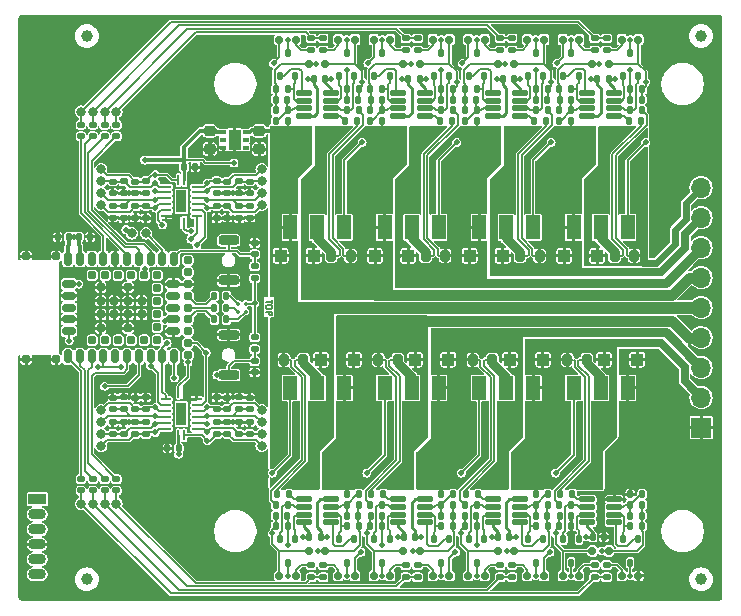
<source format=gtl>
G04 #@! TF.GenerationSoftware,KiCad,Pcbnew,8.0.8*
G04 #@! TF.CreationDate,2025-03-06T21:47:19+01:00*
G04 #@! TF.ProjectId,8-Cell Balancer,382d4365-6c6c-4204-9261-6c616e636572,rev?*
G04 #@! TF.SameCoordinates,Original*
G04 #@! TF.FileFunction,Copper,L1,Top*
G04 #@! TF.FilePolarity,Positive*
%FSLAX46Y46*%
G04 Gerber Fmt 4.6, Leading zero omitted, Abs format (unit mm)*
G04 Created by KiCad (PCBNEW 8.0.8) date 2025-03-06 21:47:19*
%MOMM*%
%LPD*%
G01*
G04 APERTURE LIST*
G04 Aperture macros list*
%AMRoundRect*
0 Rectangle with rounded corners*
0 $1 Rounding radius*
0 $2 $3 $4 $5 $6 $7 $8 $9 X,Y pos of 4 corners*
0 Add a 4 corners polygon primitive as box body*
4,1,4,$2,$3,$4,$5,$6,$7,$8,$9,$2,$3,0*
0 Add four circle primitives for the rounded corners*
1,1,$1+$1,$2,$3*
1,1,$1+$1,$4,$5*
1,1,$1+$1,$6,$7*
1,1,$1+$1,$8,$9*
0 Add four rect primitives between the rounded corners*
20,1,$1+$1,$2,$3,$4,$5,0*
20,1,$1+$1,$4,$5,$6,$7,0*
20,1,$1+$1,$6,$7,$8,$9,0*
20,1,$1+$1,$8,$9,$2,$3,0*%
G04 Aperture macros list end*
%ADD10C,0.127000*%
G04 #@! TA.AperFunction,NonConductor*
%ADD11C,0.127000*%
G04 #@! TD*
G04 #@! TA.AperFunction,EtchedComponent*
%ADD12C,0.127000*%
G04 #@! TD*
G04 #@! TA.AperFunction,SMDPad,CuDef*
%ADD13C,1.000000*%
G04 #@! TD*
G04 #@! TA.AperFunction,SMDPad,CuDef*
%ADD14RoundRect,0.060000X-0.060000X-0.390000X0.060000X-0.390000X0.060000X0.390000X-0.060000X0.390000X0*%
G04 #@! TD*
G04 #@! TA.AperFunction,SMDPad,CuDef*
%ADD15RoundRect,0.060000X-0.390000X0.060000X-0.390000X-0.060000X0.390000X-0.060000X0.390000X0.060000X0*%
G04 #@! TD*
G04 #@! TA.AperFunction,SMDPad,CuDef*
%ADD16RoundRect,0.060000X0.060000X0.390000X-0.060000X0.390000X-0.060000X-0.390000X0.060000X-0.390000X0*%
G04 #@! TD*
G04 #@! TA.AperFunction,SMDPad,CuDef*
%ADD17RoundRect,0.060000X0.390000X-0.060000X0.390000X0.060000X-0.390000X0.060000X-0.390000X-0.060000X0*%
G04 #@! TD*
G04 #@! TA.AperFunction,SMDPad,CuDef*
%ADD18R,0.900000X1.900000*%
G04 #@! TD*
G04 #@! TA.AperFunction,ComponentPad*
%ADD19R,1.700000X1.700000*%
G04 #@! TD*
G04 #@! TA.AperFunction,ComponentPad*
%ADD20O,1.700000X1.700000*%
G04 #@! TD*
G04 #@! TA.AperFunction,SMDPad,CuDef*
%ADD21RoundRect,0.080000X-0.080000X-0.080000X0.080000X-0.080000X0.080000X0.080000X-0.080000X0.080000X0*%
G04 #@! TD*
G04 #@! TA.AperFunction,SMDPad,CuDef*
%ADD22RoundRect,0.140000X-0.140000X-0.170000X0.140000X-0.170000X0.140000X0.170000X-0.140000X0.170000X0*%
G04 #@! TD*
G04 #@! TA.AperFunction,SMDPad,CuDef*
%ADD23RoundRect,0.150000X0.150000X0.200000X-0.150000X0.200000X-0.150000X-0.200000X0.150000X-0.200000X0*%
G04 #@! TD*
G04 #@! TA.AperFunction,SMDPad,CuDef*
%ADD24RoundRect,0.135000X-0.185000X0.135000X-0.185000X-0.135000X0.185000X-0.135000X0.185000X0.135000X0*%
G04 #@! TD*
G04 #@! TA.AperFunction,SMDPad,CuDef*
%ADD25RoundRect,0.150000X-0.150000X-0.200000X0.150000X-0.200000X0.150000X0.200000X-0.150000X0.200000X0*%
G04 #@! TD*
G04 #@! TA.AperFunction,SMDPad,CuDef*
%ADD26RoundRect,0.112500X-0.112500X-0.237500X0.112500X-0.237500X0.112500X0.237500X-0.112500X0.237500X0*%
G04 #@! TD*
G04 #@! TA.AperFunction,SMDPad,CuDef*
%ADD27RoundRect,0.135000X0.185000X-0.135000X0.185000X0.135000X-0.185000X0.135000X-0.185000X-0.135000X0*%
G04 #@! TD*
G04 #@! TA.AperFunction,SMDPad,CuDef*
%ADD28RoundRect,0.200000X0.200000X0.275000X-0.200000X0.275000X-0.200000X-0.275000X0.200000X-0.275000X0*%
G04 #@! TD*
G04 #@! TA.AperFunction,SMDPad,CuDef*
%ADD29RoundRect,0.112500X0.112500X0.237500X-0.112500X0.237500X-0.112500X-0.237500X0.112500X-0.237500X0*%
G04 #@! TD*
G04 #@! TA.AperFunction,SMDPad,CuDef*
%ADD30RoundRect,0.140000X-0.170000X0.140000X-0.170000X-0.140000X0.170000X-0.140000X0.170000X0.140000X0*%
G04 #@! TD*
G04 #@! TA.AperFunction,SMDPad,CuDef*
%ADD31RoundRect,0.135000X-0.135000X-0.185000X0.135000X-0.185000X0.135000X0.185000X-0.135000X0.185000X0*%
G04 #@! TD*
G04 #@! TA.AperFunction,SMDPad,CuDef*
%ADD32RoundRect,0.140000X0.170000X-0.140000X0.170000X0.140000X-0.170000X0.140000X-0.170000X-0.140000X0*%
G04 #@! TD*
G04 #@! TA.AperFunction,SMDPad,CuDef*
%ADD33C,0.800000*%
G04 #@! TD*
G04 #@! TA.AperFunction,SMDPad,CuDef*
%ADD34RoundRect,0.250000X-0.300000X-0.300000X0.300000X-0.300000X0.300000X0.300000X-0.300000X0.300000X0*%
G04 #@! TD*
G04 #@! TA.AperFunction,SMDPad,CuDef*
%ADD35RoundRect,0.135000X0.135000X0.185000X-0.135000X0.185000X-0.135000X-0.185000X0.135000X-0.185000X0*%
G04 #@! TD*
G04 #@! TA.AperFunction,SMDPad,CuDef*
%ADD36RoundRect,0.200000X0.650000X-0.200000X0.650000X0.200000X-0.650000X0.200000X-0.650000X-0.200000X0*%
G04 #@! TD*
G04 #@! TA.AperFunction,SMDPad,CuDef*
%ADD37RoundRect,0.200000X-0.650000X0.200000X-0.650000X-0.200000X0.650000X-0.200000X0.650000X0.200000X0*%
G04 #@! TD*
G04 #@! TA.AperFunction,SMDPad,CuDef*
%ADD38RoundRect,0.140000X0.140000X0.170000X-0.140000X0.170000X-0.140000X-0.170000X0.140000X-0.170000X0*%
G04 #@! TD*
G04 #@! TA.AperFunction,SMDPad,CuDef*
%ADD39RoundRect,0.200000X-0.200000X-0.275000X0.200000X-0.275000X0.200000X0.275000X-0.200000X0.275000X0*%
G04 #@! TD*
G04 #@! TA.AperFunction,SMDPad,CuDef*
%ADD40RoundRect,0.125000X0.537500X0.125000X-0.537500X0.125000X-0.537500X-0.125000X0.537500X-0.125000X0*%
G04 #@! TD*
G04 #@! TA.AperFunction,SMDPad,CuDef*
%ADD41C,0.127000*%
G04 #@! TD*
G04 #@! TA.AperFunction,ComponentPad*
%ADD42R,1.500000X0.910000*%
G04 #@! TD*
G04 #@! TA.AperFunction,ComponentPad*
%ADD43O,1.500000X0.910000*%
G04 #@! TD*
G04 #@! TA.AperFunction,SMDPad,CuDef*
%ADD44RoundRect,0.250000X0.300000X0.300000X-0.300000X0.300000X-0.300000X-0.300000X0.300000X-0.300000X0*%
G04 #@! TD*
G04 #@! TA.AperFunction,SMDPad,CuDef*
%ADD45R,1.200000X2.000000*%
G04 #@! TD*
G04 #@! TA.AperFunction,SMDPad,CuDef*
%ADD46RoundRect,0.125000X-0.537500X-0.125000X0.537500X-0.125000X0.537500X0.125000X-0.537500X0.125000X0*%
G04 #@! TD*
G04 #@! TA.AperFunction,SMDPad,CuDef*
%ADD47RoundRect,0.225000X-0.250000X0.225000X-0.250000X-0.225000X0.250000X-0.225000X0.250000X0.225000X0*%
G04 #@! TD*
G04 #@! TA.AperFunction,SMDPad,CuDef*
%ADD48R,0.525000X0.350000*%
G04 #@! TD*
G04 #@! TA.AperFunction,SMDPad,CuDef*
%ADD49R,1.010000X1.700000*%
G04 #@! TD*
G04 #@! TA.AperFunction,SMDPad,CuDef*
%ADD50RoundRect,0.175000X-0.175000X0.400000X-0.175000X-0.400000X0.175000X-0.400000X0.175000X0.400000X0*%
G04 #@! TD*
G04 #@! TA.AperFunction,SMDPad,CuDef*
%ADD51RoundRect,0.175000X-0.400000X-0.175000X0.400000X-0.175000X0.400000X0.175000X-0.400000X0.175000X0*%
G04 #@! TD*
G04 #@! TA.AperFunction,SMDPad,CuDef*
%ADD52RoundRect,0.175000X-0.175000X0.175000X-0.175000X-0.175000X0.175000X-0.175000X0.175000X0.175000X0*%
G04 #@! TD*
G04 #@! TA.AperFunction,ViaPad*
%ADD53C,0.500000*%
G04 #@! TD*
G04 #@! TA.AperFunction,Conductor*
%ADD54C,0.127000*%
G04 #@! TD*
G04 #@! TA.AperFunction,Conductor*
%ADD55C,0.250000*%
G04 #@! TD*
G04 #@! TA.AperFunction,Conductor*
%ADD56C,0.800000*%
G04 #@! TD*
G04 #@! TA.AperFunction,Conductor*
%ADD57C,0.350000*%
G04 #@! TD*
G04 #@! TA.AperFunction,Conductor*
%ADD58C,0.240000*%
G04 #@! TD*
G04 #@! TA.AperFunction,Conductor*
%ADD59C,1.000000*%
G04 #@! TD*
G04 #@! TA.AperFunction,Conductor*
%ADD60C,0.600000*%
G04 #@! TD*
G04 #@! TA.AperFunction,Conductor*
%ADD61C,0.700000*%
G04 #@! TD*
G04 #@! TA.AperFunction,Conductor*
%ADD62C,0.900000*%
G04 #@! TD*
G04 APERTURE END LIST*
D10*
D11*
X-8320406Y665238D02*
X-8320406Y374952D01*
X-8828406Y520095D02*
X-8320406Y520095D01*
X-8320406Y108856D02*
X-8320406Y12094D01*
X-8320406Y12094D02*
X-8344596Y-36286D01*
X-8344596Y-36286D02*
X-8392977Y-84667D01*
X-8392977Y-84667D02*
X-8489739Y-108857D01*
X-8489739Y-108857D02*
X-8659073Y-108857D01*
X-8659073Y-108857D02*
X-8755835Y-84667D01*
X-8755835Y-84667D02*
X-8804216Y-36286D01*
X-8804216Y-36286D02*
X-8828406Y12094D01*
X-8828406Y12094D02*
X-8828406Y108856D01*
X-8828406Y108856D02*
X-8804216Y157237D01*
X-8804216Y157237D02*
X-8755835Y205618D01*
X-8755835Y205618D02*
X-8659073Y229809D01*
X-8659073Y229809D02*
X-8489739Y229809D01*
X-8489739Y229809D02*
X-8392977Y205618D01*
X-8392977Y205618D02*
X-8344596Y157237D01*
X-8344596Y157237D02*
X-8320406Y108856D01*
X-8828406Y-326571D02*
X-8320406Y-326571D01*
X-8320406Y-326571D02*
X-8320406Y-520095D01*
X-8320406Y-520095D02*
X-8344596Y-568476D01*
X-8344596Y-568476D02*
X-8368787Y-592666D01*
X-8368787Y-592666D02*
X-8417168Y-616857D01*
X-8417168Y-616857D02*
X-8489739Y-616857D01*
X-8489739Y-616857D02*
X-8538120Y-592666D01*
X-8538120Y-592666D02*
X-8562311Y-568476D01*
X-8562311Y-568476D02*
X-8586501Y-520095D01*
X-8586501Y-520095D02*
X-8586501Y-326571D01*
D12*
X17198401Y-4400000D02*
X16998401Y-4400000D01*
X17200001Y-4400000D02*
X17300001Y-4500000D01*
X21800000Y4400000D02*
X21700000Y4500000D01*
X21801600Y4400000D02*
X22001600Y4400000D01*
X-2200000Y4400000D02*
X-2300000Y4500000D01*
X-2198400Y4400000D02*
X-1998400Y4400000D01*
X13800000Y4400000D02*
X13700000Y4500000D01*
X13801600Y4400000D02*
X14001600Y4400000D01*
X5800000Y4400000D02*
X5700000Y4500000D01*
X5801600Y4400000D02*
X6001600Y4400000D01*
X1198401Y-4400000D02*
X998401Y-4400000D01*
X1200001Y-4400000D02*
X1300001Y-4500000D01*
X9198401Y-4400000D02*
X8998401Y-4400000D01*
X9200001Y-4400000D02*
X9300001Y-4500000D01*
X-6801599Y-4400000D02*
X-7001599Y-4400000D01*
X-6799999Y-4400000D02*
X-6699999Y-4500000D01*
D13*
X-24000000Y-23000000D03*
X28000000Y-23000000D03*
X28000000Y23000000D03*
X-24000000Y23000000D03*
D14*
X-16250000Y10800000D03*
D15*
X-17300000Y10250000D03*
X-17300000Y9750000D03*
X-17300000Y9250000D03*
X-17300000Y8750000D03*
X-17300000Y8250000D03*
X-17300000Y7750000D03*
D16*
X-16250000Y7200000D03*
X-15750000Y7200000D03*
D17*
X-14700000Y7750000D03*
X-14700000Y8250000D03*
X-14700000Y8750000D03*
X-14700000Y9250000D03*
X-14700000Y9750000D03*
X-14700000Y10250000D03*
D14*
X-15750000Y10800000D03*
D18*
X-16000000Y9000000D03*
D16*
X-15750000Y-10800000D03*
D17*
X-14700000Y-10250000D03*
X-14700000Y-9750000D03*
X-14700000Y-9250000D03*
X-14700000Y-8750000D03*
X-14700000Y-8250000D03*
X-14700000Y-7750000D03*
D14*
X-15750000Y-7200000D03*
X-16250000Y-7200000D03*
D15*
X-17300000Y-7750000D03*
X-17300000Y-8250000D03*
X-17300000Y-8750000D03*
X-17300000Y-9250000D03*
X-17300000Y-9750000D03*
X-17300000Y-10250000D03*
D16*
X-16250000Y-10800000D03*
D18*
X-16000000Y-9000000D03*
D19*
X28000000Y-10160000D03*
D20*
X28000000Y-7620000D03*
X28000000Y-5080000D03*
X28000000Y-2540000D03*
X28000000Y0D03*
X28000000Y2540000D03*
X28000000Y5080000D03*
X28000000Y7620000D03*
X28000000Y10160000D03*
D21*
X-11230000Y330000D03*
X-11230000Y-330000D03*
X-10570000Y-330000D03*
X-10570000Y330000D03*
D22*
X16020000Y-17600000D03*
X16980000Y-17600000D03*
D23*
X16300000Y-22700000D03*
X17700000Y-22700000D03*
D22*
X18820000Y-19400000D03*
X19780000Y-19400000D03*
D24*
X-11100000Y10710000D03*
X-11100000Y9690000D03*
D25*
X17700000Y22700000D03*
X16300000Y22700000D03*
D26*
X-2650000Y19600000D03*
X-1350000Y19600000D03*
X-2000000Y21600000D03*
D27*
X-13000000Y-8610000D03*
X-13000000Y-7590000D03*
D28*
X22325000Y4400000D03*
X20675000Y4400000D03*
D27*
X-13000000Y-10710000D03*
X-13000000Y-9690000D03*
D29*
X14649999Y-19600000D03*
X13349999Y-19600000D03*
X13999999Y-21600000D03*
D30*
X-9800000Y-4520000D03*
X-9800000Y-5480000D03*
D31*
X7990000Y18500000D03*
X9010000Y18500000D03*
D27*
X11000000Y-22810000D03*
X11000000Y-21790000D03*
D28*
X6325000Y4400000D03*
X4675000Y4400000D03*
D24*
X20000000Y22810000D03*
X20000000Y21790000D03*
D32*
X-23500000Y14520000D03*
X-23500000Y15480000D03*
D33*
X-9200000Y10700000D03*
D23*
X18800000Y20600000D03*
X20200000Y20600000D03*
D27*
X-11100000Y-8610000D03*
X-11100000Y-7590000D03*
D24*
X19999999Y-21790000D03*
X19999999Y-22810000D03*
D33*
X-19000000Y6300000D03*
D32*
X-19900000Y-8580000D03*
X-19900000Y-7620000D03*
D22*
X8020000Y-17600000D03*
X8980000Y-17600000D03*
D29*
X-6350000Y-19600000D03*
X-7650000Y-19600000D03*
X-7000000Y-21600000D03*
D24*
X-19000000Y10710000D03*
X-19000000Y9690000D03*
D34*
X19800000Y-4400000D03*
X22600000Y-4400000D03*
D23*
X-2700001Y-22700000D03*
X-1300001Y-22700000D03*
D25*
X6700000Y22700000D03*
X5300000Y22700000D03*
D35*
X-6990000Y16700000D03*
X-8010000Y16700000D03*
D24*
X-4000001Y-21790000D03*
X-4000001Y-22810000D03*
D29*
X17650000Y-19600000D03*
X16350000Y-19600000D03*
X17000000Y-21600000D03*
D32*
X-21500000Y14520000D03*
X-21500000Y15480000D03*
D35*
X14910000Y15800000D03*
X13890000Y15800000D03*
X23009999Y-18500000D03*
X21989999Y-18500000D03*
D36*
X-12000000Y-5700000D03*
D37*
X-12000000Y-2300000D03*
D38*
X-1020000Y17600000D03*
X-1980000Y17600000D03*
D30*
X-12100000Y10680000D03*
X-12100000Y9720000D03*
D33*
X-22800000Y8700000D03*
X-22800000Y-11700000D03*
D22*
X16020000Y17600000D03*
X16980000Y17600000D03*
D24*
X4000000Y22810000D03*
X4000000Y21790000D03*
D39*
X8675001Y-4400000D03*
X10325001Y-4400000D03*
D35*
X15009999Y-15800000D03*
X13989999Y-15800000D03*
D30*
X-22500000Y-14520000D03*
X-22500000Y-15480000D03*
D32*
X-9800000Y4520000D03*
X-9800000Y5480000D03*
D39*
X-7324999Y-4400000D03*
X-5674999Y-4400000D03*
D23*
X-5200000Y20600000D03*
X-3800000Y20600000D03*
D25*
X12200000Y-20600000D03*
X10800000Y-20600000D03*
D32*
X-10200000Y-10680000D03*
X-10200000Y-9720000D03*
D38*
X6979999Y-17600000D03*
X6019999Y-17600000D03*
D40*
X20637500Y-18175000D03*
X20637500Y-17525000D03*
X20637500Y-16875000D03*
X20637500Y-16225000D03*
X18362500Y-16225000D03*
X18362500Y-16875000D03*
X18362500Y-17525000D03*
X18362500Y-18175000D03*
D30*
X-12100000Y8580000D03*
X-12100000Y7620000D03*
D38*
X-1020001Y-17600000D03*
X-1980001Y-17600000D03*
D23*
X5299999Y-22700000D03*
X6699999Y-22700000D03*
D40*
X4637500Y-18175000D03*
X4637500Y-17525000D03*
X4637500Y-16875000D03*
X4637500Y-16225000D03*
X2362500Y-16225000D03*
X2362500Y-16875000D03*
X2362500Y-17525000D03*
X2362500Y-18175000D03*
D41*
X16996801Y-4400000D03*
X17300001Y-4500000D03*
D33*
X-22800000Y9700000D03*
D25*
X-3800000Y-20600000D03*
X-5200000Y-20600000D03*
D30*
X-21500000Y-14520000D03*
X-21500000Y-15480000D03*
D31*
X-8010000Y-18500000D03*
X-6990000Y-18500000D03*
D23*
X13299999Y-22700000D03*
X14699999Y-22700000D03*
D25*
X9700000Y22700000D03*
X8300000Y22700000D03*
D42*
X-28200000Y-16225000D03*
D43*
X-28200000Y-17495000D03*
X-28200000Y-18765000D03*
X-28200000Y-20035000D03*
X-28200000Y-21305000D03*
X-28200000Y-22575000D03*
D35*
X-990001Y-15800000D03*
X-2010001Y-15800000D03*
D33*
X-9200000Y8700000D03*
D25*
X4200000Y-20600000D03*
X2800000Y-20600000D03*
D35*
X-990000Y16700000D03*
X-2010000Y16700000D03*
D22*
X-7980000Y-17600000D03*
X-7020000Y-17600000D03*
D27*
X11000000Y21790000D03*
X11000000Y22810000D03*
D31*
X-8010000Y15800000D03*
X-6990000Y15800000D03*
D35*
X7010000Y18500000D03*
X5990000Y18500000D03*
D22*
X10820000Y-19400000D03*
X11780000Y-19400000D03*
D31*
X-10000Y-16700000D03*
X1010000Y-16700000D03*
D24*
X11999999Y-21790000D03*
X11999999Y-22810000D03*
D27*
X-5000000Y-22810000D03*
X-5000000Y-21790000D03*
D30*
X-10200000Y10680000D03*
X-10200000Y9720000D03*
D29*
X1650000Y-19600000D03*
X350000Y-19600000D03*
X1000000Y-21600000D03*
D27*
X-19000000Y-10710000D03*
X-19000000Y-9690000D03*
D26*
X5350000Y19600000D03*
X6650000Y19600000D03*
X6000000Y21600000D03*
D35*
X-990001Y-18500000D03*
X-2010001Y-18500000D03*
D24*
X-4000000Y22810000D03*
X-4000000Y21790000D03*
D35*
X17010000Y16700000D03*
X15990000Y16700000D03*
D33*
X-22800000Y-8700000D03*
X-22800000Y-10700000D03*
D44*
X3200000Y4400000D03*
X400000Y4400000D03*
D35*
X15010000Y16700000D03*
X13990000Y16700000D03*
D33*
X-9200000Y-8700000D03*
D27*
X-11100000Y-10710000D03*
X-11100000Y-9690000D03*
D44*
X11200000Y4400000D03*
X8400000Y4400000D03*
D45*
X1210000Y-6800000D03*
X3500000Y-6800000D03*
X5790000Y-6800000D03*
D46*
X18362500Y18175000D03*
X18362500Y17525000D03*
X18362500Y16875000D03*
X18362500Y16225000D03*
X20637500Y16225000D03*
X20637500Y16875000D03*
X20637500Y17525000D03*
X20637500Y18175000D03*
D31*
X5989999Y-16700000D03*
X7009999Y-16700000D03*
D29*
X22649999Y-19600000D03*
X21349999Y-19600000D03*
X21999999Y-21600000D03*
D31*
X7990000Y-16700000D03*
X9010000Y-16700000D03*
D34*
X11800000Y-4400000D03*
X14600000Y-4400000D03*
D35*
X23010000Y18500000D03*
X21990000Y18500000D03*
D30*
X-19900000Y8580000D03*
X-19900000Y7620000D03*
D24*
X-9800000Y-2490000D03*
X-9800000Y-3510000D03*
D33*
X-24500000Y-16600000D03*
X-23500000Y16600000D03*
D28*
X-1675000Y4400000D03*
X-3325000Y4400000D03*
D31*
X15990000Y-16700000D03*
X17010000Y-16700000D03*
D24*
X3999999Y-21790000D03*
X3999999Y-22810000D03*
D31*
X21989999Y-16700000D03*
X23009999Y-16700000D03*
D26*
X350000Y19600000D03*
X1650000Y19600000D03*
X1000000Y21600000D03*
D32*
X-21800000Y-10680000D03*
X-21800000Y-9720000D03*
D35*
X7009999Y-15800000D03*
X5989999Y-15800000D03*
D33*
X-22500000Y16600000D03*
D25*
X-1300000Y22700000D03*
X-2700000Y22700000D03*
D33*
X-9200000Y9700000D03*
D22*
X20000Y-17600000D03*
X980000Y-17600000D03*
D35*
X-12190000Y1000000D03*
X-13210000Y1000000D03*
D33*
X-21500000Y16600000D03*
D38*
X22980000Y17600000D03*
X22020000Y17600000D03*
D23*
X300000Y-22700000D03*
X1700000Y-22700000D03*
D41*
X22003200Y4400000D03*
X21700000Y4500000D03*
D31*
X8090000Y-15800000D03*
X9110000Y-15800000D03*
D30*
X-19900000Y10680000D03*
X-19900000Y9720000D03*
D41*
X-1996800Y4400000D03*
X-2300000Y4500000D03*
D31*
X90000Y-15800000D03*
X1110000Y-15800000D03*
X15990000Y15800000D03*
X17010000Y15800000D03*
X-10000Y-18500000D03*
X1010000Y-18500000D03*
D30*
X-24500000Y-14520000D03*
X-24500000Y-15480000D03*
D25*
X-6300000Y22700000D03*
X-7700000Y22700000D03*
D26*
X21350000Y19600000D03*
X22650000Y19600000D03*
X22000000Y21600000D03*
D46*
X-5637500Y18175000D03*
X-5637500Y17525000D03*
X-5637500Y16875000D03*
X-5637500Y16225000D03*
X-3362500Y16225000D03*
X-3362500Y16875000D03*
X-3362500Y17525000D03*
X-3362500Y18175000D03*
D30*
X-23500000Y-14520000D03*
X-23500000Y-15480000D03*
D22*
X2820000Y-19400000D03*
X3780000Y-19400000D03*
D31*
X-7910000Y-15800000D03*
X-6890000Y-15800000D03*
D25*
X14700000Y22700000D03*
X13300000Y22700000D03*
D31*
X13989999Y-16700000D03*
X15009999Y-16700000D03*
D33*
X-23500000Y-16600000D03*
D27*
X-20900000Y-8610000D03*
X-20900000Y-7590000D03*
X-9800000Y2490000D03*
X-9800000Y3510000D03*
D24*
X-20900000Y10710000D03*
X-20900000Y9690000D03*
D35*
X23009999Y-15800000D03*
X21989999Y-15800000D03*
D31*
X7990000Y-18500000D03*
X9010000Y-18500000D03*
D41*
X14003200Y4400000D03*
X13700000Y4500000D03*
D35*
X1010000Y16700000D03*
X-10000Y16700000D03*
D38*
X4180000Y19400000D03*
X3220000Y19400000D03*
D29*
X-1350001Y-19600000D03*
X-2650001Y-19600000D03*
X-2000001Y-21600000D03*
D24*
X-19000000Y8610000D03*
X-19000000Y7590000D03*
D23*
X10800000Y20600000D03*
X12200000Y20600000D03*
D27*
X3000000Y-22810000D03*
X3000000Y-21790000D03*
D31*
X15990000Y18500000D03*
X17010000Y18500000D03*
X15990000Y-18500000D03*
X17010000Y-18500000D03*
D32*
X-19900000Y-10680000D03*
X-19900000Y-9720000D03*
D35*
X7009999Y-18500000D03*
X5989999Y-18500000D03*
D33*
X-22800000Y10700000D03*
D31*
X16090000Y-15800000D03*
X17110000Y-15800000D03*
D33*
X-21500000Y-16600000D03*
D45*
X5790000Y6800000D03*
X3500000Y6800000D03*
X1210000Y6800000D03*
D38*
X6980000Y17600000D03*
X6020000Y17600000D03*
D33*
X-22800000Y-9700000D03*
D35*
X-12190000Y-1000000D03*
X-13210000Y-1000000D03*
D33*
X-9200000Y11700000D03*
D47*
X-13600000Y14975000D03*
X-13600000Y13425000D03*
D31*
X-10000Y18500000D03*
X1010000Y18500000D03*
D45*
X-6790000Y-6800000D03*
X-4500000Y-6800000D03*
X-2210000Y-6800000D03*
D46*
X10362500Y18175000D03*
X10362500Y17525000D03*
X10362500Y16875000D03*
X10362500Y16225000D03*
X12637500Y16225000D03*
X12637500Y16875000D03*
X12637500Y17525000D03*
X12637500Y18175000D03*
D27*
X3000000Y21790000D03*
X3000000Y22810000D03*
D33*
X-9200000Y-11700000D03*
D24*
X-13000000Y8610000D03*
X-13000000Y7590000D03*
D35*
X23010000Y16700000D03*
X21990000Y16700000D03*
D38*
X22979999Y-17600000D03*
X22019999Y-17600000D03*
D22*
X-24680000Y6000000D03*
X-23720000Y6000000D03*
X8020000Y17600000D03*
X8980000Y17600000D03*
D30*
X-10200000Y8580000D03*
X-10200000Y7620000D03*
D35*
X-12190000Y0D03*
X-13210000Y0D03*
D41*
X6003200Y4400000D03*
X5700000Y4500000D03*
D33*
X-9200000Y-10700000D03*
D46*
X2362500Y18175000D03*
X2362500Y17525000D03*
X2362500Y16875000D03*
X2362500Y16225000D03*
X4637500Y16225000D03*
X4637500Y16875000D03*
X4637500Y17525000D03*
X4637500Y18175000D03*
D31*
X-2010001Y-16700000D03*
X-990001Y-16700000D03*
D22*
X-15780000Y11900000D03*
X-14820000Y11900000D03*
D40*
X-3362500Y-18175000D03*
X-3362500Y-17525000D03*
X-3362500Y-16875000D03*
X-3362500Y-16225000D03*
X-5637500Y-16225000D03*
X-5637500Y-16875000D03*
X-5637500Y-17525000D03*
X-5637500Y-18175000D03*
D31*
X-8010000Y-16700000D03*
X-6990000Y-16700000D03*
D45*
X13790000Y6800000D03*
X11500000Y6800000D03*
X9210000Y6800000D03*
D23*
X8300000Y-22700000D03*
X9700000Y-22700000D03*
D24*
X-13000000Y10710000D03*
X-13000000Y9690000D03*
D29*
X6649999Y-19600000D03*
X5349999Y-19600000D03*
X5999999Y-21600000D03*
D35*
X-1090000Y15800000D03*
X-2110000Y15800000D03*
D32*
X-10200000Y-8580000D03*
X-10200000Y-7620000D03*
D23*
X-7700000Y-22700000D03*
X-6300000Y-22700000D03*
D30*
X-21800000Y10680000D03*
X-21800000Y9720000D03*
D38*
X14979999Y-17600000D03*
X14019999Y-17600000D03*
D35*
X15009999Y-18500000D03*
X13989999Y-18500000D03*
D38*
X14980000Y17600000D03*
X14020000Y17600000D03*
D31*
X-8010000Y18500000D03*
X-6990000Y18500000D03*
D22*
X-5180000Y-19400000D03*
X-4220000Y-19400000D03*
D26*
X13350000Y19600000D03*
X14650000Y19600000D03*
X14000000Y21600000D03*
D35*
X22910000Y15800000D03*
X21890000Y15800000D03*
D22*
X-7980000Y17600000D03*
X-7020000Y17600000D03*
D27*
X-19000000Y-8610000D03*
X-19000000Y-7590000D03*
D28*
X14325000Y4400000D03*
X12675000Y4400000D03*
D27*
X-20900000Y-10710000D03*
X-20900000Y-9690000D03*
D38*
X20180000Y19400000D03*
X19220000Y19400000D03*
D22*
X20000Y17600000D03*
X980000Y17600000D03*
D32*
X-24500000Y14520000D03*
X-24500000Y15480000D03*
X-12100000Y-8580000D03*
X-12100000Y-7620000D03*
D33*
X-24500000Y16600000D03*
D26*
X8350000Y19600000D03*
X9650000Y19600000D03*
X9000000Y21600000D03*
D35*
X6910000Y15800000D03*
X5890000Y15800000D03*
D24*
X-20900000Y8610000D03*
X-20900000Y7590000D03*
X12000000Y22810000D03*
X12000000Y21790000D03*
D41*
X996801Y-4400000D03*
X1300001Y-4500000D03*
D38*
X12180000Y19400000D03*
X11220000Y19400000D03*
D27*
X19000000Y21790000D03*
X19000000Y22810000D03*
D35*
X15010000Y18500000D03*
X13990000Y18500000D03*
D41*
X8996801Y-4400000D03*
X9300001Y-4500000D03*
D25*
X20200000Y-20600000D03*
X18800000Y-20600000D03*
D47*
X-9400000Y14975000D03*
X-9400000Y13425000D03*
D31*
X-10000Y15800000D03*
X1010000Y15800000D03*
D33*
X-22500000Y-16600000D03*
D38*
X-16220000Y-11900000D03*
X-17180000Y-11900000D03*
D33*
X-22800000Y11700000D03*
D32*
X-22500000Y14520000D03*
X-22500000Y15480000D03*
D31*
X7990000Y15800000D03*
X9010000Y15800000D03*
D24*
X-11100000Y8610000D03*
X-11100000Y7590000D03*
D39*
X675001Y-4400000D03*
X2325001Y-4400000D03*
D35*
X9010000Y16700000D03*
X7990000Y16700000D03*
D39*
X16675001Y-4400000D03*
X18325001Y-4400000D03*
D26*
X16350000Y19600000D03*
X17650000Y19600000D03*
X17000000Y21600000D03*
D45*
X17210000Y-6800000D03*
X19500000Y-6800000D03*
X21790000Y-6800000D03*
D38*
X-25520000Y6000000D03*
X-26480000Y6000000D03*
D48*
X-12437500Y14850000D03*
X-12437500Y14200000D03*
X-12437500Y13550000D03*
X-10562500Y13550000D03*
X-10562500Y14200000D03*
X-10562500Y14850000D03*
D49*
X-11500000Y14200000D03*
D50*
X-16600000Y4125000D03*
X-17600000Y4125000D03*
X-18600000Y4125000D03*
X-19600000Y4125000D03*
X-20600000Y4125000D03*
X-21600000Y4125000D03*
X-22600000Y4125000D03*
X-23600000Y4125000D03*
X-24600000Y4125000D03*
X-25600000Y4125000D03*
D51*
X-25525000Y2000000D03*
X-25525000Y1000000D03*
X-25525000Y0D03*
X-25525000Y-1000000D03*
X-25525000Y-2000000D03*
D50*
X-25600000Y-4125000D03*
X-24600000Y-4125000D03*
X-23600000Y-4125000D03*
X-22600000Y-4125000D03*
X-21600000Y-4125000D03*
X-20600000Y-4125000D03*
X-19600000Y-4125000D03*
X-18600000Y-4125000D03*
X-17600000Y-4125000D03*
X-16600000Y-4125000D03*
D51*
X-16675000Y-2000000D03*
X-16675000Y-1000000D03*
X-16675000Y0D03*
X-16675000Y1000000D03*
X-16675000Y2000000D03*
D52*
X-18050000Y2750000D03*
X-19150000Y2750000D03*
X-20250000Y2750000D03*
X-21350000Y2750000D03*
X-22450000Y2750000D03*
X-23550000Y2750000D03*
X-23550000Y-2750000D03*
X-22450000Y-2750000D03*
X-21350000Y-2750000D03*
X-20250000Y-2750000D03*
X-19150000Y-2750000D03*
X-18050000Y-2750000D03*
X-18050000Y-1650000D03*
X-18050000Y-550000D03*
X-18050000Y550000D03*
X-18050000Y1650000D03*
X-15450000Y-4000000D03*
X-15450000Y-3000000D03*
X-15450000Y-2000000D03*
X-15450000Y-1000000D03*
X-15450000Y0D03*
X-15450000Y1000000D03*
X-15450000Y2000000D03*
X-15450000Y3000000D03*
X-15450000Y4000000D03*
X-26600000Y4350000D03*
X-29150000Y4350000D03*
X-26600000Y-4350000D03*
X-29150000Y-4350000D03*
X-20525000Y1725000D03*
X-22825000Y1725000D03*
X-19375000Y575000D03*
X-20525000Y575000D03*
X-21675000Y575000D03*
X-22825000Y575000D03*
X-19375000Y-575000D03*
X-20525000Y-575000D03*
X-21675000Y-575000D03*
X-22825000Y-575000D03*
X-20525000Y-1725000D03*
X-22825000Y-1725000D03*
D37*
X-12000000Y5700000D03*
D36*
X-12000000Y2300000D03*
D29*
X9650000Y-19600000D03*
X8350000Y-19600000D03*
X9000000Y-21600000D03*
D30*
X-21800000Y8580000D03*
X-21800000Y7620000D03*
D25*
X1700000Y22700000D03*
X300000Y22700000D03*
D44*
X19200000Y4400000D03*
X16400000Y4400000D03*
D34*
X3800000Y-4400000D03*
X6600000Y-4400000D03*
D25*
X22700000Y22700000D03*
X21300000Y22700000D03*
D44*
X-4800000Y4400000D03*
X-7600000Y4400000D03*
D27*
X-5000000Y21790000D03*
X-5000000Y22810000D03*
D33*
X-20200000Y6300000D03*
D23*
X2800000Y20600000D03*
X4200000Y20600000D03*
D32*
X-12100000Y-10680000D03*
X-12100000Y-9720000D03*
D33*
X-9200000Y-9700000D03*
D45*
X-2210000Y6800000D03*
X-4500000Y6800000D03*
X-6790000Y6800000D03*
D35*
X7010000Y16700000D03*
X5990000Y16700000D03*
D45*
X21790000Y6800000D03*
X19500000Y6800000D03*
X17210000Y6800000D03*
D34*
X-4200000Y-4400000D03*
X-1400000Y-4400000D03*
D41*
X-7003199Y-4400000D03*
X-6699999Y-4500000D03*
D40*
X12637500Y-18175000D03*
X12637500Y-17525000D03*
X12637500Y-16875000D03*
X12637500Y-16225000D03*
X10362500Y-16225000D03*
X10362500Y-16875000D03*
X10362500Y-17525000D03*
X10362500Y-18175000D03*
D26*
X-7650000Y19600000D03*
X-6350000Y19600000D03*
X-7000000Y21600000D03*
D38*
X-3820000Y19400000D03*
X-4780000Y19400000D03*
D32*
X-21800000Y-8580000D03*
X-21800000Y-7620000D03*
D35*
X-990000Y18500000D03*
X-2010000Y18500000D03*
D45*
X9210000Y-6800000D03*
X11500000Y-6800000D03*
X13790000Y-6800000D03*
D27*
X19000000Y-22810000D03*
X19000000Y-21790000D03*
D23*
X21299999Y-22700000D03*
X22699999Y-22700000D03*
D53*
X-16700000Y2900000D03*
X-13750000Y-17650000D03*
X-16250000Y16050000D03*
X-9400000Y14100000D03*
X-20400000Y-12000000D03*
X-23600000Y-1700000D03*
X21800000Y-5500000D03*
X-20400000Y-7600000D03*
X-12800000Y11600000D03*
X-9750000Y16050000D03*
X-11600000Y9700000D03*
X-23720000Y6500000D03*
X-10200000Y-6600000D03*
X-23720000Y5500000D03*
X-10500000Y-1700000D03*
X23500000Y22700000D03*
X15500000Y-22700000D03*
X-19400000Y1700000D03*
X-10700000Y1500000D03*
X20300000Y-19400000D03*
X-11600000Y-9700000D03*
X-17200000Y5800000D03*
X-16850000Y-15450000D03*
X-13500000Y14100000D03*
X-20400000Y-9700000D03*
X21700000Y-4400000D03*
X-23050000Y-6050000D03*
X21800000Y-8100000D03*
X-14700000Y-6600000D03*
X-20400000Y7600000D03*
X-12850000Y3350000D03*
X-19400000Y-1700000D03*
X17000000Y-20100000D03*
X-20400000Y9690000D03*
X-500000Y-22700000D03*
X-17700000Y-11900000D03*
X22700000Y-6800000D03*
X-25100000Y-7050000D03*
X-9800000Y-15300000D03*
X-12850000Y-3350000D03*
X-13600000Y17900000D03*
X21325000Y-14650000D03*
X7500000Y22700000D03*
X23500000Y-22700000D03*
X-500000Y22700000D03*
X-9000000Y6700000D03*
X23200000Y-20700000D03*
X-19700000Y11600000D03*
X7500000Y-22700000D03*
X-11200000Y-12700000D03*
X-18800000Y-5900000D03*
X-10700000Y6700000D03*
X-23600000Y1700000D03*
X-11600000Y7600000D03*
X-26480000Y6500000D03*
X-13500000Y12800000D03*
X-26480000Y5500000D03*
X-9400000Y12700000D03*
X15500000Y22700000D03*
X-18850000Y16000000D03*
X-11600000Y-7590000D03*
X15700000Y-14000000D03*
X15700000Y-19100000D03*
X7700000Y-14000000D03*
X7700000Y-19100000D03*
X-300000Y-14000000D03*
X-300000Y-19100000D03*
X-8300000Y-14000000D03*
X-8300000Y-19100000D03*
X-700000Y19100000D03*
X-700000Y14000000D03*
X7300000Y19100000D03*
X7300000Y14000000D03*
X15300000Y14000000D03*
X15300000Y19100000D03*
X23300000Y19100000D03*
X23300000Y14000000D03*
X-25100000Y6000000D03*
X-16220000Y-12400000D03*
X-11550000Y12250000D03*
X-9800000Y360000D03*
X-19100000Y12500000D03*
X-20700000Y6600000D03*
X-19100000Y3250000D03*
X-6800000Y5500000D03*
X-5700000Y-19400000D03*
X-7700000Y6800000D03*
X-5525000Y-14850000D03*
X-8000000Y-4400000D03*
X-2000000Y20100000D03*
X-3400000Y-4400000D03*
X-7300000Y-13700000D03*
X-6300000Y-8600000D03*
X-6700000Y4400000D03*
X-6800000Y8100000D03*
X-7325000Y-5200000D03*
X-8200000Y20700000D03*
X-5300000Y19400000D03*
X-6325000Y14650000D03*
X-4400000Y-20600000D03*
X-21100000Y-5000000D03*
X-13000000Y-5700000D03*
X-23100000Y-5000000D03*
X-22500000Y-6650000D03*
X-24700000Y2000000D03*
X-25500000Y-2800000D03*
X-2000000Y-22700000D03*
X-18200000Y-10550000D03*
X-18200000Y-9850000D03*
X6000000Y-22700000D03*
X14000000Y-22700000D03*
X-18200000Y-9150000D03*
X22000000Y-22700000D03*
X-18200000Y-8450000D03*
X-14691101Y5291101D03*
X-18600000Y-4900000D03*
X-15200000Y5800000D03*
X-17200000Y-3000000D03*
X-15161127Y6461127D03*
X-15450000Y-4600000D03*
X-17600000Y7000000D03*
X-13900000Y-3800000D03*
X-13800000Y-8450000D03*
X17000000Y-22700000D03*
X9000000Y-22700000D03*
X-13800000Y-9150000D03*
X-13800000Y-9850000D03*
X-16600000Y-5950000D03*
X-13800000Y-10550000D03*
X1000000Y-22700000D03*
X-7000000Y-22700000D03*
X-13800000Y-11250000D03*
X-13800000Y10550000D03*
X22000000Y22700000D03*
X14000000Y22700000D03*
X-13800000Y9850000D03*
X6000000Y22700000D03*
X-13800000Y9150000D03*
X-13800000Y8450000D03*
X-2000000Y22700000D03*
X-7000000Y22700000D03*
X-18200000Y8450000D03*
X-18200000Y9150000D03*
X1000000Y22700000D03*
X-17400000Y-1100000D03*
X-18200000Y9850000D03*
X9000000Y22700000D03*
X-18200000Y10550000D03*
X-18200000Y11250000D03*
X17000000Y22700000D03*
X22325000Y5200000D03*
X22300000Y13700000D03*
X20700000Y19400000D03*
X23000000Y4400000D03*
X19400000Y20600000D03*
X21300000Y8600000D03*
X20525000Y14850000D03*
X18400000Y4400000D03*
X17200000Y8100000D03*
X13300000Y8600000D03*
X17300000Y4400000D03*
X12525000Y14850000D03*
X12700000Y19400000D03*
X18700000Y19400000D03*
X17200000Y5500000D03*
X11400000Y20600000D03*
X22000000Y20100000D03*
X10400000Y4400000D03*
X15800000Y20700000D03*
X14300000Y13700000D03*
X15000000Y4400000D03*
X17675000Y14650000D03*
X16300000Y6800000D03*
X14325000Y5200000D03*
X14000000Y20100000D03*
X3400000Y20600000D03*
X9200000Y8100000D03*
X9675000Y14650000D03*
X6300000Y13700000D03*
X5300000Y8600000D03*
X9200000Y5500000D03*
X8300000Y6800000D03*
X2400000Y4400000D03*
X7000000Y4400000D03*
X7800000Y20700000D03*
X10700000Y19400000D03*
X4700000Y19400000D03*
X9300000Y4400000D03*
X6325000Y5200000D03*
X4525000Y14850000D03*
X-1700000Y13700000D03*
X-1000000Y4400000D03*
X-1675000Y5200000D03*
X-5600000Y4400000D03*
X-2700000Y8600000D03*
X1200000Y8100000D03*
X-3300000Y19400000D03*
X1200000Y5500000D03*
X-4600000Y20600000D03*
X6000000Y20100000D03*
X-3475000Y14850000D03*
X2700000Y19400000D03*
X-200000Y20700000D03*
X300000Y6800000D03*
X1675000Y14650000D03*
X1300000Y4400000D03*
X3600000Y-20600000D03*
X-2675000Y-14650000D03*
X-2200000Y-5500000D03*
X-3700000Y-19400000D03*
X0Y-4400000D03*
X-2300000Y-4400000D03*
X-2200000Y-8100000D03*
X2300000Y-19400000D03*
X675000Y-5200000D03*
X4600000Y-4400000D03*
X-800000Y-20700000D03*
X2475000Y-14850000D03*
X-7000000Y-20100000D03*
X1700000Y-8600000D03*
X-1300000Y-6800000D03*
X700000Y-13700000D03*
X5800000Y-8100000D03*
X10475000Y-14850000D03*
X5325000Y-14650000D03*
X1000000Y-20100000D03*
X8675000Y-5200000D03*
X8700000Y-13700000D03*
X5800000Y-5500000D03*
X11600000Y-20600000D03*
X6700000Y-6800000D03*
X8000000Y-4400000D03*
X9700000Y-8600000D03*
X10300000Y-19400000D03*
X7200000Y-20700000D03*
X12600000Y-4400000D03*
X4300000Y-19400000D03*
X5700000Y-4400000D03*
X13700000Y-4400000D03*
X9000000Y-20100000D03*
X14700000Y-6800000D03*
X18300000Y-19400000D03*
X15200000Y-20700000D03*
X12300000Y-19400000D03*
X16675000Y-5200000D03*
X13325000Y-14650000D03*
X20600000Y-4400000D03*
X13800000Y-8100000D03*
X16700000Y-13700000D03*
X13800000Y-5500000D03*
X17700000Y-8600000D03*
X18475000Y-14850000D03*
X19600000Y-20600000D03*
X16000000Y-4400000D03*
D54*
X22700000Y-21200000D02*
X23200000Y-20700000D01*
X17000000Y-17520000D02*
X17000000Y-18490000D01*
X17010000Y-20090000D02*
X17000000Y-20100000D01*
D55*
X19780000Y-19400000D02*
X19780000Y-18880000D01*
X19500000Y-18600000D02*
X19500000Y-16500000D01*
D54*
X21990000Y-15800000D02*
X21990000Y-15210000D01*
X17010000Y-18500000D02*
X17010000Y-20090000D01*
X17000000Y-18490000D02*
X17010000Y-18500000D01*
D55*
X19780000Y-18880000D02*
X19500000Y-18600000D01*
D54*
X22700000Y-22700000D02*
X22700000Y-21200000D01*
D55*
X19780000Y-19400000D02*
X20300000Y-19400000D01*
X19500000Y-16500000D02*
X19775000Y-16225000D01*
X19775000Y-16225000D02*
X20637500Y-16225000D01*
D54*
X15700000Y-20000000D02*
X16300000Y-20600000D01*
X16300000Y-20600000D02*
X16300000Y-22700000D01*
X18800000Y-20600000D02*
X16300000Y-20600000D01*
X17210000Y-12490000D02*
X17210000Y-6800000D01*
X15700000Y-18790000D02*
X15700000Y-19100000D01*
X15700000Y-14000000D02*
X17210000Y-12490000D01*
X15990000Y-18500000D02*
X15990000Y-17570000D01*
X15700000Y-19100000D02*
X15700000Y-20000000D01*
X15990000Y-18500000D02*
X15700000Y-18790000D01*
X15990000Y-17570000D02*
X16040000Y-17520000D01*
X23010000Y-15800000D02*
X22890000Y-15800000D01*
X22020000Y-16730000D02*
X21990000Y-16700000D01*
X22020000Y-17600000D02*
X22020000Y-16730000D01*
X22890000Y-15800000D02*
X21990000Y-16700000D01*
X21420000Y-16875000D02*
X21595000Y-16700000D01*
X20637500Y-16875000D02*
X21420000Y-16875000D01*
X21595000Y-16700000D02*
X21990000Y-16700000D01*
X7700000Y-18790000D02*
X7700000Y-19100000D01*
X7700000Y-19100000D02*
X7700000Y-20000000D01*
X7990000Y-18500000D02*
X7990000Y-17570000D01*
X10800000Y-20600000D02*
X8300000Y-20600000D01*
X7990000Y-17570000D02*
X8040000Y-17520000D01*
X9210000Y-12490000D02*
X9210000Y-6800000D01*
X8300000Y-20600000D02*
X8300000Y-22700000D01*
X7990000Y-18500000D02*
X7700000Y-18790000D01*
X7700000Y-14000000D02*
X9210000Y-12490000D01*
X7700000Y-20000000D02*
X8300000Y-20600000D01*
X14890000Y-15800000D02*
X13990000Y-16700000D01*
X14020000Y-16730000D02*
X13990000Y-16700000D01*
X15010000Y-15800000D02*
X14890000Y-15800000D01*
X13420000Y-16875000D02*
X13595000Y-16700000D01*
X13595000Y-16700000D02*
X13990000Y-16700000D01*
X14020000Y-17600000D02*
X14020000Y-16730000D01*
X12637500Y-16875000D02*
X13420000Y-16875000D01*
X-10000Y-18500000D02*
X-10000Y-17570000D01*
X-10000Y-18500000D02*
X-300000Y-18790000D01*
X2800000Y-20600000D02*
X300000Y-20600000D01*
X300000Y-20600000D02*
X300000Y-22700000D01*
X1210000Y-12490000D02*
X1210000Y-6800000D01*
X-300000Y-18790000D02*
X-300000Y-19100000D01*
X-10000Y-17570000D02*
X40000Y-17520000D01*
X-300000Y-20000000D02*
X300000Y-20600000D01*
X-300000Y-19100000D02*
X-300000Y-20000000D01*
X-300000Y-14000000D02*
X1210000Y-12490000D01*
X5595000Y-16700000D02*
X5990000Y-16700000D01*
X6890000Y-15800000D02*
X5990000Y-16700000D01*
X7010000Y-15800000D02*
X6890000Y-15800000D01*
X5420000Y-16875000D02*
X5595000Y-16700000D01*
X4637500Y-16875000D02*
X5420000Y-16875000D01*
X6020000Y-16730000D02*
X5990000Y-16700000D01*
X6020000Y-17600000D02*
X6020000Y-16730000D01*
X-8010000Y-18500000D02*
X-8300000Y-18790000D01*
X-8300000Y-18790000D02*
X-8300000Y-19100000D01*
X-6790000Y-12490000D02*
X-6790000Y-6800000D01*
X-8300000Y-14000000D02*
X-6790000Y-12490000D01*
X-8300000Y-20000000D02*
X-7700000Y-20600000D01*
X-7700000Y-20600000D02*
X-7700000Y-22700000D01*
X-8010000Y-18500000D02*
X-8010000Y-17570000D01*
X-8300000Y-19100000D02*
X-8300000Y-20000000D01*
X-5200000Y-20600000D02*
X-7700000Y-20600000D01*
X-8010000Y-17570000D02*
X-7960000Y-17520000D01*
X-2405000Y-16700000D02*
X-2010000Y-16700000D01*
X-1980000Y-16730000D02*
X-2010000Y-16700000D01*
X-990000Y-15800000D02*
X-1110000Y-15800000D01*
X-1110000Y-15800000D02*
X-2010000Y-16700000D01*
X-3362500Y-16875000D02*
X-2580000Y-16875000D01*
X-2580000Y-16875000D02*
X-2405000Y-16700000D01*
X-1980000Y-17600000D02*
X-1980000Y-16730000D01*
X-700000Y19100000D02*
X-700000Y20000000D01*
X-3800000Y20600000D02*
X-1300000Y20600000D01*
X-700000Y14000000D02*
X-2210000Y12490000D01*
X-2210000Y12490000D02*
X-2210000Y6800000D01*
X-990000Y17570000D02*
X-1040000Y17520000D01*
X-700000Y20000000D02*
X-1300000Y20600000D01*
X-700000Y18790000D02*
X-700000Y19100000D01*
X-990000Y18500000D02*
X-700000Y18790000D01*
X-990000Y18500000D02*
X-990000Y17570000D01*
X-1300000Y20600000D02*
X-1300000Y22700000D01*
X-7020000Y16730000D02*
X-6990000Y16700000D01*
X-7890000Y15800000D02*
X-6990000Y16700000D01*
X-5637500Y16875000D02*
X-6420000Y16875000D01*
X-8010000Y15800000D02*
X-7890000Y15800000D01*
X-6595000Y16700000D02*
X-6990000Y16700000D01*
X-7020000Y17600000D02*
X-7020000Y16730000D01*
X-6420000Y16875000D02*
X-6595000Y16700000D01*
X7300000Y18790000D02*
X7300000Y19100000D01*
X6700000Y20600000D02*
X6700000Y22700000D01*
X4200000Y20600000D02*
X6700000Y20600000D01*
X7010000Y18500000D02*
X7010000Y17570000D01*
X7010000Y17570000D02*
X6960000Y17520000D01*
X7300000Y19100000D02*
X7300000Y20000000D01*
X5790000Y12490000D02*
X5790000Y6800000D01*
X7010000Y18500000D02*
X7300000Y18790000D01*
X7300000Y20000000D02*
X6700000Y20600000D01*
X7300000Y14000000D02*
X5790000Y12490000D01*
X110000Y15800000D02*
X1010000Y16700000D01*
X1405000Y16700000D02*
X1010000Y16700000D01*
X2362500Y16875000D02*
X1580000Y16875000D01*
X980000Y16730000D02*
X1010000Y16700000D01*
X980000Y17600000D02*
X980000Y16730000D01*
X-10000Y15800000D02*
X110000Y15800000D01*
X1580000Y16875000D02*
X1405000Y16700000D01*
X14700000Y20600000D02*
X14700000Y22700000D01*
X15300000Y19100000D02*
X15300000Y20000000D01*
X15300000Y18790000D02*
X15300000Y19100000D01*
X15010000Y17570000D02*
X14960000Y17520000D01*
X15010000Y18500000D02*
X15010000Y17570000D01*
X15300000Y14000000D02*
X13790000Y12490000D01*
X12200000Y20600000D02*
X14700000Y20600000D01*
X15010000Y18500000D02*
X15300000Y18790000D01*
X15300000Y20000000D02*
X14700000Y20600000D01*
X13790000Y12490000D02*
X13790000Y6800000D01*
X9405000Y16700000D02*
X9010000Y16700000D01*
X8110000Y15800000D02*
X9010000Y16700000D01*
X7990000Y15800000D02*
X8110000Y15800000D01*
X9580000Y16875000D02*
X9405000Y16700000D01*
X10362500Y16875000D02*
X9580000Y16875000D01*
X8980000Y17600000D02*
X8980000Y16730000D01*
X8980000Y16730000D02*
X9010000Y16700000D01*
X20200000Y20600000D02*
X22700000Y20600000D01*
X23300000Y18790000D02*
X23300000Y19100000D01*
X23010000Y18500000D02*
X23010000Y17570000D01*
X23300000Y19100000D02*
X23300000Y20000000D01*
X23300000Y14000000D02*
X21790000Y12490000D01*
X22700000Y20600000D02*
X22700000Y22700000D01*
X21790000Y12490000D02*
X21790000Y6800000D01*
X23300000Y20000000D02*
X22700000Y20600000D01*
X23010000Y18500000D02*
X23300000Y18790000D01*
X23010000Y17570000D02*
X22960000Y17520000D01*
X15990000Y15800000D02*
X16110000Y15800000D01*
X16980000Y16730000D02*
X17010000Y16700000D01*
X16110000Y15800000D02*
X17010000Y16700000D01*
X17405000Y16700000D02*
X17010000Y16700000D01*
X17580000Y16875000D02*
X17405000Y16700000D01*
X16980000Y17600000D02*
X16980000Y16730000D01*
X18362500Y16875000D02*
X17580000Y16875000D01*
X-24500000Y-16600000D02*
X-24500000Y-15480000D01*
X-16900000Y-24200000D02*
X-24500000Y-16600000D01*
X19000000Y-22810000D02*
X18990000Y-22810000D01*
X18990000Y-22810000D02*
X17600000Y-24200000D01*
X17600000Y-24200000D02*
X-16900000Y-24200000D01*
X20000000Y-22810000D02*
X19000000Y-22810000D01*
X9910000Y-23900000D02*
X11000000Y-22810000D01*
X12000000Y-22810000D02*
X11000000Y-22810000D01*
X-23500000Y-16600000D02*
X-23500000Y-15480000D01*
X-16200000Y-23900000D02*
X9910000Y-23900000D01*
X-23500000Y-16600000D02*
X-16200000Y-23900000D01*
X4000000Y-22810000D02*
X3000000Y-22810000D01*
X-22500000Y-16600000D02*
X-22500000Y-15480000D01*
X-22500000Y-16600000D02*
X-15500000Y-23600000D01*
X-15500000Y-23600000D02*
X2210000Y-23600000D01*
X2210000Y-23600000D02*
X3000000Y-22810000D01*
X-14800000Y-23300000D02*
X-5490000Y-23300000D01*
X-4000000Y-22810000D02*
X-5000000Y-22810000D01*
X-21500000Y-16600000D02*
X-14800000Y-23300000D01*
X-5490000Y-23300000D02*
X-5000000Y-22810000D01*
X-21500000Y-16600000D02*
X-21500000Y-15480000D01*
X-21500000Y15480000D02*
X-21500000Y16600000D01*
X-5490000Y23300000D02*
X-5000000Y22810000D01*
X-14800000Y23300000D02*
X-5490000Y23300000D01*
X-5000000Y22810000D02*
X-4000000Y22810000D01*
X-21500000Y16600000D02*
X-14800000Y23300000D01*
X2210000Y23600000D02*
X3000000Y22810000D01*
X3000000Y22810000D02*
X4000000Y22810000D01*
X-15500000Y23600000D02*
X2210000Y23600000D01*
X-22500000Y16600000D02*
X-15500000Y23600000D01*
X-22500000Y15480000D02*
X-22500000Y16600000D01*
X-16200000Y23900000D02*
X9910000Y23900000D01*
X-23500000Y15480000D02*
X-23500000Y16600000D01*
X11000000Y22810000D02*
X12000000Y22810000D01*
X9910000Y23900000D02*
X11000000Y22810000D01*
X-23500000Y16600000D02*
X-16200000Y23900000D01*
X17610000Y24200000D02*
X19000000Y22810000D01*
X19000000Y22810000D02*
X20000000Y22810000D01*
X-24500000Y16600000D02*
X-16900000Y24200000D01*
X-16900000Y24200000D02*
X17610000Y24200000D01*
X-24500000Y16600000D02*
X-24500000Y15480000D01*
X-12190000Y1000000D02*
X-11900000Y1000000D01*
X-11900000Y1000000D02*
X-11230000Y330000D01*
X-12190000Y-1000000D02*
X-11240000Y-1000000D01*
X-11240000Y-1000000D02*
X-10570000Y-330000D01*
X-12190000Y0D02*
X-11560000Y0D01*
X-11560000Y0D02*
X-11230000Y-330000D01*
X17700000Y-22200000D02*
X17700000Y-22700000D01*
X19000000Y-21790000D02*
X18110000Y-21790000D01*
X18110000Y-21790000D02*
X17700000Y-22200000D01*
X10110000Y-21790000D02*
X9700000Y-22200000D01*
X9700000Y-22200000D02*
X9700000Y-22700000D01*
X11000000Y-21790000D02*
X10110000Y-21790000D01*
X1700000Y-22200000D02*
X1700000Y-22700000D01*
X3000000Y-21790000D02*
X2110000Y-21790000D01*
X2110000Y-21790000D02*
X1700000Y-22200000D01*
X-5000000Y-21790000D02*
X-5890000Y-21790000D01*
X-5890000Y-21790000D02*
X-6300000Y-22200000D01*
X-6300000Y-22200000D02*
X-6300000Y-22700000D01*
X-4000000Y21790000D02*
X-3110000Y21790000D01*
X-2700000Y22200000D02*
X-2700000Y22700000D01*
X-3110000Y21790000D02*
X-2700000Y22200000D01*
X4890000Y21790000D02*
X5300000Y22200000D01*
X5300000Y22200000D02*
X5300000Y22700000D01*
X4000000Y21790000D02*
X4890000Y21790000D01*
X13300000Y22200000D02*
X13300000Y22700000D01*
X12000000Y21790000D02*
X12890000Y21790000D01*
X12890000Y21790000D02*
X13300000Y22200000D01*
X20000000Y21790000D02*
X20890000Y21790000D01*
X20890000Y21790000D02*
X21300000Y22200000D01*
X21300000Y22200000D02*
X21300000Y22700000D01*
X21300000Y-22700000D02*
X21300000Y-22200000D01*
X20890000Y-21790000D02*
X20000000Y-21790000D01*
X21300000Y-22200000D02*
X20890000Y-21790000D01*
X13300000Y-22200000D02*
X12890000Y-21790000D01*
X13300000Y-22700000D02*
X13300000Y-22200000D01*
X12890000Y-21790000D02*
X12000000Y-21790000D01*
X5300000Y-22700000D02*
X5300000Y-22200000D01*
X5300000Y-22200000D02*
X4890000Y-21790000D01*
X4890000Y-21790000D02*
X4000000Y-21790000D01*
X-3110000Y-21790000D02*
X-4000000Y-21790000D01*
X-2700000Y-22700000D02*
X-2700000Y-22200000D01*
X-2700000Y-22200000D02*
X-3110000Y-21790000D01*
X-5890000Y21790000D02*
X-5000000Y21790000D01*
X-6300000Y22700000D02*
X-6300000Y22200000D01*
X-6300000Y22200000D02*
X-5890000Y21790000D01*
X1700000Y22200000D02*
X2110000Y21790000D01*
X2110000Y21790000D02*
X3000000Y21790000D01*
X1700000Y22700000D02*
X1700000Y22200000D01*
X10110000Y21790000D02*
X11000000Y21790000D01*
X9700000Y22200000D02*
X10110000Y21790000D01*
X9700000Y22700000D02*
X9700000Y22200000D01*
X17700000Y22200000D02*
X18110000Y21790000D01*
X18110000Y21790000D02*
X19000000Y21790000D01*
X17700000Y22700000D02*
X17700000Y22200000D01*
X16090000Y-15800000D02*
X16090000Y-15410000D01*
D56*
X19500000Y-5900000D02*
X18325000Y-4725000D01*
X18325000Y-4725000D02*
X18325000Y-4400000D01*
D54*
X16090000Y-15410000D02*
X18500000Y-13000000D01*
X17600000Y-4500000D02*
X17700000Y-4400000D01*
D56*
X19500000Y-6800000D02*
X19500000Y-5900000D01*
D54*
X17600000Y-4900000D02*
X17600000Y-4500000D01*
X18500000Y-5800000D02*
X17600000Y-4900000D01*
X17700000Y-4400000D02*
X18325000Y-4400000D01*
X18500000Y-13000000D02*
X18500000Y-5800000D01*
X20800000Y-20000000D02*
X20800000Y-18337500D01*
X21700000Y-20200000D02*
X21000000Y-20200000D01*
X22300000Y-19600000D02*
X21700000Y-20200000D01*
X21000000Y-20200000D02*
X20800000Y-20000000D01*
X20800000Y-18337500D02*
X20637500Y-18175000D01*
X22650000Y-19600000D02*
X22300000Y-19600000D01*
X21500000Y-17700000D02*
X21500000Y-18500000D01*
X21500000Y-18500000D02*
X21500000Y-18900000D01*
X21500000Y-18900000D02*
X21350000Y-19050000D01*
X21990000Y-18500000D02*
X21500000Y-18500000D01*
X21350000Y-19050000D02*
X21350000Y-19500000D01*
X20637500Y-17525000D02*
X21325000Y-17525000D01*
X21325000Y-17525000D02*
X21500000Y-17700000D01*
X16670000Y-16720000D02*
X17480000Y-16720000D01*
X17635000Y-16875000D02*
X18362500Y-16875000D01*
X16500000Y-18900000D02*
X16500000Y-16890000D01*
X16500000Y-16890000D02*
X16670000Y-16720000D01*
X16350000Y-19600000D02*
X16350000Y-19050000D01*
X16350000Y-19050000D02*
X16500000Y-18900000D01*
X17480000Y-16720000D02*
X17635000Y-16875000D01*
X17509500Y-18709500D02*
X17650000Y-18850000D01*
X17650000Y-18850000D02*
X17650000Y-19600000D01*
X18362500Y-17525000D02*
X17700001Y-17525000D01*
X17700001Y-17525000D02*
X17509500Y-17715501D01*
X17509500Y-17715501D02*
X17509500Y-18709500D01*
X8090000Y-15410000D02*
X10500000Y-13000000D01*
X10500000Y-13000000D02*
X10500000Y-5800000D01*
X10500000Y-5800000D02*
X9600000Y-4900000D01*
X9600000Y-4900000D02*
X9600000Y-4500000D01*
X8090000Y-15800000D02*
X8090000Y-15410000D01*
X9700000Y-4400000D02*
X10325000Y-4400000D01*
D56*
X10325000Y-4725000D02*
X10325000Y-4400000D01*
D54*
X9600000Y-4500000D02*
X9700000Y-4400000D01*
D56*
X11500000Y-5900000D02*
X10325000Y-4725000D01*
X11500000Y-6800000D02*
X11500000Y-5900000D01*
D54*
X13325000Y-17525000D02*
X13500000Y-17700000D01*
X12637500Y-17525000D02*
X13325000Y-17525000D01*
X13500000Y-18900000D02*
X13350000Y-19050000D01*
X13500000Y-17700000D02*
X13500000Y-18500000D01*
X13500000Y-18500000D02*
X13500000Y-18900000D01*
X13990000Y-18500000D02*
X13500000Y-18500000D01*
X13350000Y-19050000D02*
X13350000Y-19500000D01*
X14650000Y-19600000D02*
X14300000Y-19600000D01*
X14300000Y-19600000D02*
X13700000Y-20200000D01*
X13000000Y-20200000D02*
X12800000Y-20000000D01*
X13700000Y-20200000D02*
X13000000Y-20200000D01*
X12800000Y-20000000D02*
X12800000Y-18337500D01*
X12800000Y-18337500D02*
X12637500Y-18175000D01*
X8500000Y-16890000D02*
X8670000Y-16720000D01*
X8350000Y-19050000D02*
X8500000Y-18900000D01*
X8670000Y-16720000D02*
X9480000Y-16720000D01*
X8350000Y-19600000D02*
X8350000Y-19050000D01*
X9480000Y-16720000D02*
X9635000Y-16875000D01*
X9635000Y-16875000D02*
X10362500Y-16875000D01*
X8500000Y-18900000D02*
X8500000Y-16890000D01*
X9700001Y-17525000D02*
X9509500Y-17715501D01*
X9509500Y-18709500D02*
X9650000Y-18850000D01*
X10362500Y-17525000D02*
X9700001Y-17525000D01*
X9650000Y-18850000D02*
X9650000Y-19600000D01*
X9509500Y-17715501D02*
X9509500Y-18709500D01*
X1600000Y-4500000D02*
X1700000Y-4400000D01*
D56*
X2325000Y-4725000D02*
X2325000Y-4400000D01*
X3500000Y-6800000D02*
X3500000Y-5900000D01*
D54*
X2500000Y-5800000D02*
X1600000Y-4900000D01*
X2500000Y-13000000D02*
X2500000Y-5800000D01*
D56*
X3500000Y-5900000D02*
X2325000Y-4725000D01*
D54*
X90000Y-15410000D02*
X2500000Y-13000000D01*
X90000Y-15800000D02*
X90000Y-15410000D01*
X1600000Y-4900000D02*
X1600000Y-4500000D01*
X1700000Y-4400000D02*
X2325000Y-4400000D01*
X6650000Y-19600000D02*
X6300000Y-19600000D01*
X4800000Y-18337500D02*
X4637500Y-18175000D01*
X6300000Y-19600000D02*
X5700000Y-20200000D01*
X4800000Y-20000000D02*
X4800000Y-18337500D01*
X5000000Y-20200000D02*
X4800000Y-20000000D01*
X5700000Y-20200000D02*
X5000000Y-20200000D01*
X5500000Y-17700000D02*
X5500000Y-18500000D01*
X5350000Y-19050000D02*
X5350000Y-19500000D01*
X5500000Y-18900000D02*
X5350000Y-19050000D01*
X4637500Y-17525000D02*
X5325000Y-17525000D01*
X5990000Y-18500000D02*
X5500000Y-18500000D01*
X5500000Y-18500000D02*
X5500000Y-18900000D01*
X5325000Y-17525000D02*
X5500000Y-17700000D01*
X2362500Y-17525000D02*
X1700001Y-17525000D01*
X1650000Y-18850000D02*
X1650000Y-19600000D01*
X1509500Y-18709500D02*
X1650000Y-18850000D01*
X1700001Y-17525000D02*
X1509500Y-17715501D01*
X1509500Y-17715501D02*
X1509500Y-18709500D01*
X350000Y-19600000D02*
X350000Y-19050000D01*
X350000Y-19050000D02*
X500000Y-18900000D01*
X500000Y-16890000D02*
X670000Y-16720000D01*
X670000Y-16720000D02*
X1480000Y-16720000D01*
X500000Y-18900000D02*
X500000Y-16890000D01*
X1480000Y-16720000D02*
X1635000Y-16875000D01*
X1635000Y-16875000D02*
X2362500Y-16875000D01*
D56*
X-4500000Y-5900000D02*
X-5675000Y-4725000D01*
D54*
X-6400000Y-4500000D02*
X-6300000Y-4400000D01*
X-5500000Y-5800000D02*
X-6400000Y-4900000D01*
D56*
X-4500000Y-6800000D02*
X-4500000Y-5900000D01*
D54*
X-7910000Y-15800000D02*
X-7910000Y-15410000D01*
X-5500000Y-13000000D02*
X-5500000Y-5800000D01*
X-6400000Y-4900000D02*
X-6400000Y-4500000D01*
X-6300000Y-4400000D02*
X-5675000Y-4400000D01*
D56*
X-5675000Y-4725000D02*
X-5675000Y-4400000D01*
D54*
X-7910000Y-15410000D02*
X-5500000Y-13000000D01*
X-3200000Y-20000000D02*
X-3200000Y-18337500D01*
X-3200000Y-18337500D02*
X-3362500Y-18175000D01*
X-3000000Y-20200000D02*
X-3200000Y-20000000D01*
X-1350000Y-19600000D02*
X-1700000Y-19600000D01*
X-1700000Y-19600000D02*
X-2300000Y-20200000D01*
X-2300000Y-20200000D02*
X-3000000Y-20200000D01*
X-2500000Y-18500000D02*
X-2500000Y-18900000D01*
X-2675000Y-17525000D02*
X-2500000Y-17700000D01*
X-2010000Y-18500000D02*
X-2500000Y-18500000D01*
X-2500000Y-17700000D02*
X-2500000Y-18500000D01*
X-3362500Y-17525000D02*
X-2675000Y-17525000D01*
X-2650000Y-19050000D02*
X-2650000Y-19500000D01*
X-2500000Y-18900000D02*
X-2650000Y-19050000D01*
X-7650000Y-19600000D02*
X-7650000Y-19050000D01*
X-7500000Y-16890000D02*
X-7330000Y-16720000D01*
X-7330000Y-16720000D02*
X-6520000Y-16720000D01*
X-6520000Y-16720000D02*
X-6365000Y-16875000D01*
X-7650000Y-19050000D02*
X-7500000Y-18900000D01*
X-6365000Y-16875000D02*
X-5637500Y-16875000D01*
X-7500000Y-18900000D02*
X-7500000Y-16890000D01*
X-6299999Y-17525000D02*
X-6490500Y-17715501D01*
X-6350000Y-18850000D02*
X-6350000Y-19600000D01*
X-6490500Y-17715501D02*
X-6490500Y-18709500D01*
X-6490500Y-18709500D02*
X-6350000Y-18850000D01*
X-5637500Y-17525000D02*
X-6299999Y-17525000D01*
D57*
X-13075000Y14975000D02*
X-12950000Y14850000D01*
D58*
X-16250000Y-11870000D02*
X-16220000Y-11900000D01*
D54*
X-14211481Y12500000D02*
X-13961481Y12250000D01*
D58*
X-16250000Y-10800000D02*
X-16250000Y-11870000D01*
D54*
X-15780000Y12500000D02*
X-14211481Y12500000D01*
D57*
X-15780000Y13620000D02*
X-14425000Y14975000D01*
X-24680000Y5280000D02*
X-24680000Y6000000D01*
D58*
X-15750000Y10800000D02*
X-15750000Y11870000D01*
D57*
X-12950000Y14850000D02*
X-12437500Y14850000D01*
X-15780000Y12500000D02*
X-19100000Y12500000D01*
X-25520000Y5280000D02*
X-25520000Y6000000D01*
X-25600000Y5200000D02*
X-25520000Y5280000D01*
X-15780000Y12500000D02*
X-15780000Y13620000D01*
X-24600000Y5200000D02*
X-24680000Y5280000D01*
D54*
X-9800000Y-2490000D02*
X-9800000Y2490000D01*
X-13961481Y12250000D02*
X-11550000Y12250000D01*
D58*
X-15750000Y11870000D02*
X-15780000Y11900000D01*
D54*
X-10570000Y330000D02*
X-9800000Y330000D01*
D57*
X-24600000Y4125000D02*
X-24600000Y5200000D01*
X-14425000Y14975000D02*
X-13075000Y14975000D01*
X-25520000Y6000000D02*
X-24680000Y6000000D01*
X-25600000Y4125000D02*
X-25600000Y5200000D01*
X-15780000Y12500000D02*
X-15780000Y11900000D01*
D56*
X-4500000Y6800000D02*
X-4500000Y5900000D01*
D54*
X-2600000Y4500000D02*
X-2700000Y4400000D01*
X-3500000Y5800000D02*
X-2600000Y4900000D01*
D56*
X-3325000Y4725000D02*
X-3325000Y4400000D01*
D54*
X-2600000Y4900000D02*
X-2600000Y4500000D01*
X-1090000Y15800000D02*
X-1090000Y15410000D01*
X-1090000Y15410000D02*
X-3500000Y13000000D01*
D56*
X-4500000Y5900000D02*
X-3325000Y4725000D01*
D54*
X-2700000Y4400000D02*
X-3325000Y4400000D01*
X-3500000Y13000000D02*
X-3500000Y5800000D01*
X-6000000Y20200000D02*
X-5800000Y20000000D01*
X-6700000Y20200000D02*
X-6000000Y20200000D01*
X-7300000Y19600000D02*
X-6700000Y20200000D01*
X-5800000Y20000000D02*
X-5800000Y18337500D01*
X-7650000Y19600000D02*
X-7300000Y19600000D01*
X-5800000Y18337500D02*
X-5637500Y18175000D01*
X-5637500Y17525000D02*
X-6325000Y17525000D01*
X-6500000Y17700000D02*
X-6500000Y18500000D01*
X-6990000Y18500000D02*
X-6500000Y18500000D01*
X-6500000Y18900000D02*
X-6350000Y19050000D01*
X-6325000Y17525000D02*
X-6500000Y17700000D01*
X-6500000Y18500000D02*
X-6500000Y18900000D01*
X-6350000Y19050000D02*
X-6350000Y19500000D01*
X-2509500Y17715501D02*
X-2509500Y18709500D01*
X-2700001Y17525000D02*
X-2509500Y17715501D01*
X-2509500Y18709500D02*
X-2650000Y18850000D01*
X-3362500Y17525000D02*
X-2700001Y17525000D01*
X-2650000Y18850000D02*
X-2650000Y19600000D01*
X-1500000Y16890000D02*
X-1670000Y16720000D01*
X-1350000Y19600000D02*
X-1350000Y19050000D01*
X-1500000Y18900000D02*
X-1500000Y16890000D01*
X-1670000Y16720000D02*
X-2480000Y16720000D01*
X-1350000Y19050000D02*
X-1500000Y18900000D01*
X-2635000Y16875000D02*
X-3362500Y16875000D01*
X-2480000Y16720000D02*
X-2635000Y16875000D01*
X4500000Y13000000D02*
X4500000Y5800000D01*
X4500000Y5800000D02*
X5400000Y4900000D01*
D56*
X3500000Y6800000D02*
X3500000Y5900000D01*
D54*
X6910000Y15410000D02*
X4500000Y13000000D01*
D56*
X3500000Y5900000D02*
X4675000Y4725000D01*
X4675000Y4725000D02*
X4675000Y4400000D01*
D54*
X5400000Y4900000D02*
X5400000Y4500000D01*
X6910000Y15800000D02*
X6910000Y15410000D01*
X5300000Y4400000D02*
X4675000Y4400000D01*
X5400000Y4500000D02*
X5300000Y4400000D01*
X1500000Y17700000D02*
X1500000Y18500000D01*
X1500000Y18900000D02*
X1650000Y19050000D01*
X1500000Y18500000D02*
X1500000Y18900000D01*
X2362500Y17525000D02*
X1675000Y17525000D01*
X1675000Y17525000D02*
X1500000Y17700000D01*
X1650000Y19050000D02*
X1650000Y19500000D01*
X1010000Y18500000D02*
X1500000Y18500000D01*
X350000Y19600000D02*
X700000Y19600000D01*
X700000Y19600000D02*
X1300000Y20200000D01*
X2200000Y20000000D02*
X2200000Y18337500D01*
X2000000Y20200000D02*
X2200000Y20000000D01*
X1300000Y20200000D02*
X2000000Y20200000D01*
X2200000Y18337500D02*
X2362500Y18175000D01*
X5350000Y18850000D02*
X5350000Y19600000D01*
X5299999Y17525000D02*
X5490500Y17715501D01*
X5490500Y18709500D02*
X5350000Y18850000D01*
X5490500Y17715501D02*
X5490500Y18709500D01*
X4637500Y17525000D02*
X5299999Y17525000D01*
X6650000Y19050000D02*
X6500000Y18900000D01*
X6650000Y19600000D02*
X6650000Y19050000D01*
X6500000Y18900000D02*
X6500000Y16890000D01*
X6500000Y16890000D02*
X6330000Y16720000D01*
X6330000Y16720000D02*
X5520000Y16720000D01*
X5520000Y16720000D02*
X5365000Y16875000D01*
X5365000Y16875000D02*
X4637500Y16875000D01*
X13400000Y4900000D02*
X13400000Y4500000D01*
D56*
X11500000Y5900000D02*
X12675000Y4725000D01*
D54*
X14910000Y15410000D02*
X12500000Y13000000D01*
D56*
X12675000Y4725000D02*
X12675000Y4400000D01*
D54*
X13400000Y4500000D02*
X13300000Y4400000D01*
X12500000Y13000000D02*
X12500000Y5800000D01*
X13300000Y4400000D02*
X12675000Y4400000D01*
X14910000Y15800000D02*
X14910000Y15410000D01*
D56*
X11500000Y6800000D02*
X11500000Y5900000D01*
D54*
X12500000Y5800000D02*
X13400000Y4900000D01*
X9500000Y18900000D02*
X9650000Y19050000D01*
X9650000Y19050000D02*
X9650000Y19500000D01*
X9010000Y18500000D02*
X9500000Y18500000D01*
X9500000Y18500000D02*
X9500000Y18900000D01*
X10362500Y17525000D02*
X9675000Y17525000D01*
X9675000Y17525000D02*
X9500000Y17700000D01*
X9500000Y17700000D02*
X9500000Y18500000D01*
X10000000Y20200000D02*
X10200000Y20000000D01*
X9300000Y20200000D02*
X10000000Y20200000D01*
X10200000Y18337500D02*
X10362500Y18175000D01*
X10200000Y20000000D02*
X10200000Y18337500D01*
X8350000Y19600000D02*
X8700000Y19600000D01*
X8700000Y19600000D02*
X9300000Y20200000D01*
X14500000Y16890000D02*
X14330000Y16720000D01*
X14650000Y19050000D02*
X14500000Y18900000D01*
X14330000Y16720000D02*
X13520000Y16720000D01*
X14500000Y18900000D02*
X14500000Y16890000D01*
X13520000Y16720000D02*
X13365000Y16875000D01*
X13365000Y16875000D02*
X12637500Y16875000D01*
X14650000Y19600000D02*
X14650000Y19050000D01*
X12637500Y17525000D02*
X13299999Y17525000D01*
X13490500Y18709500D02*
X13350000Y18850000D01*
X13350000Y18850000D02*
X13350000Y19600000D01*
X13299999Y17525000D02*
X13490500Y17715501D01*
X13490500Y17715501D02*
X13490500Y18709500D01*
X21300000Y4400000D02*
X20675000Y4400000D01*
D56*
X19500000Y5900000D02*
X20675000Y4725000D01*
X20675000Y4725000D02*
X20675000Y4400000D01*
D54*
X22910000Y15800000D02*
X22910000Y15410000D01*
X20500000Y5800000D02*
X21400000Y4900000D01*
D56*
X19500000Y6800000D02*
X19500000Y5900000D01*
D54*
X21400000Y4500000D02*
X21300000Y4400000D01*
X20500000Y13000000D02*
X20500000Y5800000D01*
X22910000Y15410000D02*
X20500000Y13000000D01*
X21400000Y4900000D02*
X21400000Y4500000D01*
X17500000Y18500000D02*
X17500000Y18900000D01*
X17010000Y18500000D02*
X17500000Y18500000D01*
X17650000Y19050000D02*
X17650000Y19500000D01*
X18362500Y17525000D02*
X17675000Y17525000D01*
X17675000Y17525000D02*
X17500000Y17700000D01*
X17500000Y18900000D02*
X17650000Y19050000D01*
X17500000Y17700000D02*
X17500000Y18500000D01*
X18200000Y20000000D02*
X18200000Y18337500D01*
X18200000Y18337500D02*
X18362500Y18175000D01*
X16700000Y19600000D02*
X17300000Y20200000D01*
X17300000Y20200000D02*
X18000000Y20200000D01*
X18000000Y20200000D02*
X18200000Y20000000D01*
X16350000Y19600000D02*
X16700000Y19600000D01*
X21350000Y18850000D02*
X21350000Y19600000D01*
X21490500Y18709500D02*
X21350000Y18850000D01*
X20637500Y17525000D02*
X21299999Y17525000D01*
X21490500Y17715501D02*
X21490500Y18709500D01*
X21299999Y17525000D02*
X21490500Y17715501D01*
X22650000Y19600000D02*
X22650000Y19050000D01*
X22650000Y19050000D02*
X22500000Y18900000D01*
X22500000Y16890000D02*
X22330000Y16720000D01*
X22500000Y18900000D02*
X22500000Y16890000D01*
X22330000Y16720000D02*
X21520000Y16720000D01*
X21365000Y16875000D02*
X20637500Y16875000D01*
X21520000Y16720000D02*
X21365000Y16875000D01*
X17110000Y-15800000D02*
X17535000Y-16225000D01*
X17535000Y-16225000D02*
X18362500Y-16225000D01*
X9110000Y-15800000D02*
X9535000Y-16225000D01*
X9535000Y-16225000D02*
X10362500Y-16225000D01*
X1535000Y-16225000D02*
X2362500Y-16225000D01*
X1110000Y-15800000D02*
X1535000Y-16225000D01*
X-6465000Y-16225000D02*
X-5637500Y-16225000D01*
X-6890000Y-15800000D02*
X-6465000Y-16225000D01*
X-2535000Y16225000D02*
X-3362500Y16225000D01*
X-2110000Y15800000D02*
X-2535000Y16225000D01*
X5890000Y15800000D02*
X5465000Y16225000D01*
X5465000Y16225000D02*
X4637500Y16225000D01*
X13890000Y15800000D02*
X13465000Y16225000D01*
X13465000Y16225000D02*
X12637500Y16225000D01*
X21465000Y16225000D02*
X20637500Y16225000D01*
X21890000Y15800000D02*
X21465000Y16225000D01*
X-19150000Y2750000D02*
X-19150000Y3200000D01*
X-20700000Y6600000D02*
X-20500000Y6600000D01*
X-20500000Y6600000D02*
X-20200000Y6300000D01*
X-19150000Y3200000D02*
X-19100000Y3250000D01*
X-17600000Y4900000D02*
X-19000000Y6300000D01*
X-17600000Y4125000D02*
X-17600000Y4900000D01*
X18200000Y-5900000D02*
X18200000Y-12900000D01*
X15600000Y-16310000D02*
X16010000Y-16720000D01*
X17300000Y-4500000D02*
X17300000Y-5000000D01*
X17300000Y-4500000D02*
X17200000Y-4400000D01*
X18200000Y-12900000D02*
X15600000Y-15500000D01*
X17300000Y-5000000D02*
X18200000Y-5900000D01*
X15600000Y-15500000D02*
X15600000Y-16310000D01*
X9300000Y-4500000D02*
X9300000Y-5000000D01*
X7600000Y-15500000D02*
X7600000Y-16310000D01*
X10200000Y-12900000D02*
X7600000Y-15500000D01*
X7600000Y-16310000D02*
X8010000Y-16720000D01*
X9300000Y-4500000D02*
X9200000Y-4400000D01*
X9300000Y-5000000D02*
X10200000Y-5900000D01*
X10200000Y-5900000D02*
X10200000Y-12900000D01*
X1300001Y-4500000D02*
X1200001Y-4400000D01*
X1300001Y-4500000D02*
X1300001Y-5000001D01*
X-400000Y-15500000D02*
X-400000Y-16310000D01*
X1300001Y-5000001D02*
X2200000Y-5900000D01*
X2200000Y-12900000D02*
X-400000Y-15500000D01*
X-400000Y-16310000D02*
X10000Y-16720000D01*
X2200000Y-5900000D02*
X2200000Y-12900000D01*
X-8400000Y-15500000D02*
X-8400000Y-16310000D01*
X-6699999Y-4500000D02*
X-6799999Y-4400000D01*
X-5800000Y-12900000D02*
X-8400000Y-15500000D01*
X-8400000Y-16310000D02*
X-7990000Y-16720000D01*
X-6700000Y-5000000D02*
X-5800000Y-5900000D01*
X-5800000Y-5900000D02*
X-5800000Y-12900000D01*
X-6700000Y-4500000D02*
X-6700000Y-5000000D01*
X-2300000Y5000000D02*
X-3200000Y5900000D01*
X-2300000Y4500000D02*
X-2300000Y5000000D01*
X-2300000Y4500000D02*
X-2200000Y4400000D01*
X-3200000Y5900000D02*
X-3200000Y12900000D01*
X-3200000Y12900000D02*
X-600000Y15500000D01*
X-600000Y16310000D02*
X-1010000Y16720000D01*
X-600000Y15500000D02*
X-600000Y16310000D01*
X5700000Y4500000D02*
X5700000Y5000000D01*
X5700000Y5000000D02*
X4800000Y5900000D01*
X4800000Y5900000D02*
X4800000Y12900000D01*
X7400000Y16310000D02*
X6990000Y16720000D01*
X5700000Y4500000D02*
X5800000Y4400000D01*
X7400000Y15500000D02*
X7400000Y16310000D01*
X4800000Y12900000D02*
X7400000Y15500000D01*
X15400000Y16310000D02*
X14990000Y16720000D01*
X13700000Y5000000D02*
X12800000Y5900000D01*
X12800000Y5900000D02*
X12800000Y12900000D01*
X15400000Y15500000D02*
X15400000Y16310000D01*
X13700000Y4500000D02*
X13700000Y5000000D01*
X13700000Y4500000D02*
X13800000Y4400000D01*
X12800000Y12900000D02*
X15400000Y15500000D01*
X21700000Y5000000D02*
X20800000Y5900000D01*
X20800000Y12900000D02*
X23400000Y15500000D01*
X23400000Y16310000D02*
X22990000Y16720000D01*
X23400000Y15500000D02*
X23400000Y16310000D01*
X21700000Y4500000D02*
X21800000Y4400000D01*
X20800000Y5900000D02*
X20800000Y12900000D01*
X21700000Y4500000D02*
X21700000Y5000000D01*
X-900000Y-20100000D02*
X-900000Y-19000000D01*
X-990000Y-18910000D02*
X-990000Y-18500000D01*
D55*
X-5180000Y-19400000D02*
X-5700000Y-19400000D01*
D57*
X-10150000Y14850000D02*
X-10000000Y15000000D01*
D55*
X-5180000Y-19020000D02*
X-5180000Y-19400000D01*
D57*
X-9300000Y14975000D02*
X-8325000Y14975000D01*
D54*
X-1020000Y-16830000D02*
X-990000Y-16800000D01*
D55*
X-4500000Y16500000D02*
X-4775000Y16225000D01*
D54*
X-1400000Y-20600000D02*
X-900000Y-20100000D01*
D59*
X-6500000Y0D02*
X28000000Y0D01*
D54*
X-7700000Y21200000D02*
X-8200000Y20700000D01*
X-1020000Y-18470000D02*
X-1020000Y-16830000D01*
X-6990000Y15800000D02*
X-6990000Y15210000D01*
D55*
X-4775000Y16225000D02*
X-5637500Y16225000D01*
X-5637500Y-18175000D02*
X-5637500Y-18562500D01*
X-4780000Y19400000D02*
X-5300000Y19400000D01*
D54*
X-2010000Y20090000D02*
X-2000000Y20100000D01*
X-7700000Y22700000D02*
X-7700000Y21200000D01*
X-2010000Y18500000D02*
X-2010000Y20090000D01*
D55*
X-4500000Y18600000D02*
X-4500000Y16500000D01*
X-4780000Y19400000D02*
X-4780000Y18880000D01*
D57*
X-10000000Y15000000D02*
X-9325000Y15000000D01*
D54*
X-900000Y-19000000D02*
X-990000Y-18910000D01*
X-2000000Y17520000D02*
X-2000000Y18490000D01*
D55*
X-4780000Y18880000D02*
X-4500000Y18600000D01*
D57*
X-10562500Y14850000D02*
X-10150000Y14850000D01*
D54*
X-2000000Y18490000D02*
X-2010000Y18500000D01*
D55*
X-5637500Y-18562500D02*
X-5180000Y-19020000D01*
D54*
X-990000Y-18500000D02*
X-1020000Y-18470000D01*
X-4400000Y-20600000D02*
X-3800000Y-20600000D01*
X-3800000Y-20600000D02*
X-1400000Y-20600000D01*
D57*
X-9325000Y15000000D02*
X-9300000Y14975000D01*
D54*
X-12000000Y-5700000D02*
X-13000000Y-5700000D01*
X-11546312Y-4520000D02*
X-9800000Y-4520000D01*
X-23100000Y-5000000D02*
X-21100000Y-5000000D01*
X-9800000Y-3510000D02*
X-9800000Y-4520000D01*
X-12000000Y-4973688D02*
X-11546312Y-4520000D01*
X-12000000Y-5700000D02*
X-12000000Y-4973688D01*
X-22600000Y-4125000D02*
X-22600000Y-5000000D01*
X-11300000Y4800000D02*
X-11020000Y4520000D01*
X-16600000Y4300000D02*
X-16100000Y4800000D01*
X-9800000Y4520000D02*
X-9800000Y3510000D01*
X-12000000Y5700000D02*
X-12000000Y4800000D01*
X-16100000Y4800000D02*
X-11300000Y4800000D01*
X-11020000Y4520000D02*
X-9800000Y4520000D01*
X-16600000Y4125000D02*
X-16600000Y4300000D01*
X-19600000Y-5700000D02*
X-19600000Y-4125000D01*
X-20550000Y-6650000D02*
X-19600000Y-5700000D01*
X-22500000Y-6650000D02*
X-20550000Y-6650000D01*
X-25525000Y2000000D02*
X-24700000Y2000000D01*
X-25525000Y-2000000D02*
X-25525000Y-2775000D01*
X-25525000Y-2775000D02*
X-25500000Y-2800000D01*
X-14750000Y-300000D02*
X-13910000Y-300000D01*
X-15450000Y-1000000D02*
X-14750000Y-300000D01*
X-13910000Y-300000D02*
X-13210000Y-1000000D01*
X-15450000Y0D02*
X-13210000Y0D01*
X-15450000Y1000000D02*
X-14750000Y300000D01*
X-14750000Y300000D02*
X-13910000Y300000D01*
X-13910000Y300000D02*
X-13210000Y1000000D01*
X-18840000Y-10550000D02*
X-19000000Y-10710000D01*
X-19030000Y-10680000D02*
X-19000000Y-10710000D01*
X-20420000Y-11200000D02*
X-19900000Y-10680000D01*
X-18200000Y-10550000D02*
X-18840000Y-10550000D01*
X-17300000Y-10250000D02*
X-17900000Y-10250000D01*
X-2000000Y-21600000D02*
X-2000000Y-22700000D01*
X-22300000Y-11200000D02*
X-20420000Y-11200000D01*
X-19900000Y-10680000D02*
X-19030000Y-10680000D01*
X-17900000Y-10250000D02*
X-18200000Y-10550000D01*
X-22800000Y-11700000D02*
X-22300000Y-11200000D01*
X-20390000Y-10200000D02*
X-20900000Y-10710000D01*
X-18550000Y-10200000D02*
X-20390000Y-10200000D01*
X6000000Y-21600000D02*
X6000000Y-22700000D01*
X-22800000Y-10700000D02*
X-21820000Y-10700000D01*
X-18100000Y-9750000D02*
X-18200000Y-9850000D01*
X-18200000Y-9850000D02*
X-18550000Y-10200000D01*
X-20930000Y-10680000D02*
X-20900000Y-10710000D01*
X-17300000Y-9750000D02*
X-18100000Y-9750000D01*
X-21800000Y-10680000D02*
X-20930000Y-10680000D01*
X-21820000Y-10700000D02*
X-21800000Y-10680000D01*
X-21800000Y-8580000D02*
X-20930000Y-8580000D01*
X-22800000Y-9700000D02*
X-22250000Y-9150000D01*
X-20930000Y-8580000D02*
X-20900000Y-8610000D01*
X-18200000Y-9150000D02*
X-20360000Y-9150000D01*
X-22250000Y-9150000D02*
X-20360000Y-9150000D01*
X-20360000Y-9150000D02*
X-20900000Y-8610000D01*
X14000000Y-21600000D02*
X14000000Y-22700000D01*
X-18100000Y-9250000D02*
X-18200000Y-9150000D01*
X-17300000Y-9250000D02*
X-18100000Y-9250000D01*
X-18200000Y-8450000D02*
X-18840000Y-8450000D01*
X-19900000Y-8580000D02*
X-20380000Y-8100000D01*
X-17300000Y-8750000D02*
X-17900000Y-8750000D01*
X-17900000Y-8750000D02*
X-18200000Y-8450000D01*
X-19900000Y-8580000D02*
X-19030000Y-8580000D01*
X22000000Y-21600000D02*
X22000000Y-22700000D01*
X-22200000Y-8100000D02*
X-22800000Y-8700000D01*
X-20380000Y-8100000D02*
X-22200000Y-8100000D01*
X-19030000Y-8580000D02*
X-19000000Y-8610000D01*
X-18840000Y-8450000D02*
X-19000000Y-8610000D01*
X-17727130Y-8250000D02*
X-17300000Y-8250000D01*
X-14000000Y7994512D02*
X-14255488Y8250000D01*
X-14691101Y5291101D02*
X-14000000Y5982202D01*
X-14000000Y5982202D02*
X-14000000Y7994512D01*
X-18600000Y-4900000D02*
X-18000000Y-5500000D01*
X-18000000Y-7977130D02*
X-17727130Y-8250000D01*
X-14255488Y8250000D02*
X-14700000Y8250000D01*
X-18000000Y-5500000D02*
X-18000000Y-7977130D01*
X-17300000Y-7400000D02*
X-17300000Y-7750000D01*
X-17600000Y-4125000D02*
X-17600000Y-7100000D01*
X-17600000Y-4125000D02*
X-17600000Y-3400000D01*
X-15200000Y5800000D02*
X-14700000Y6300000D01*
X-14700000Y6300000D02*
X-14700000Y7750000D01*
X-17600000Y-3400000D02*
X-17200000Y-3000000D01*
X-17600000Y-7100000D02*
X-17300000Y-7400000D01*
X-15561127Y6461127D02*
X-15750000Y6650000D01*
X-15450000Y-5850000D02*
X-15450000Y-4600000D01*
X-16250000Y-6650000D02*
X-15450000Y-5850000D01*
X-15450000Y-4000000D02*
X-15450000Y-4600000D01*
X-15750000Y6650000D02*
X-15750000Y7200000D01*
X-15161127Y6461127D02*
X-15561127Y6461127D01*
X-16250000Y-7200000D02*
X-16250000Y-6650000D01*
X-17600000Y7000000D02*
X-18000000Y7400000D01*
X-18000000Y7994512D02*
X-17744512Y8250000D01*
X-17744512Y8250000D02*
X-17300000Y8250000D01*
X-14255488Y-8250000D02*
X-14700000Y-8250000D01*
X-14700000Y-3000000D02*
X-15450000Y-3000000D01*
X-13900000Y-3800000D02*
X-13900000Y-7894512D01*
X-13900000Y-3800000D02*
X-14700000Y-3000000D01*
X-13900000Y-7894512D02*
X-14255488Y-8250000D01*
X-18000000Y7400000D02*
X-18000000Y7994512D01*
X-13800000Y-8450000D02*
X-13160000Y-8450000D01*
X-13160000Y-8450000D02*
X-13000000Y-8610000D01*
X-9800000Y-8100000D02*
X-9200000Y-8700000D01*
X17000000Y-21600000D02*
X17000000Y-22700000D01*
X-12970000Y-8580000D02*
X-13000000Y-8610000D01*
X-14700000Y-8750000D02*
X-14100000Y-8750000D01*
X-12100000Y-8580000D02*
X-12970000Y-8580000D01*
X-11620000Y-8100000D02*
X-9800000Y-8100000D01*
X-14100000Y-8750000D02*
X-13800000Y-8450000D01*
X-12100000Y-8580000D02*
X-11620000Y-8100000D01*
X-11640000Y-9150000D02*
X-11100000Y-8610000D01*
X-13900000Y-9250000D02*
X-13800000Y-9150000D01*
X-9750000Y-9150000D02*
X-11640000Y-9150000D01*
X-10200000Y-8580000D02*
X-11070000Y-8580000D01*
X-13800000Y-9150000D02*
X-11640000Y-9150000D01*
X-11070000Y-8580000D02*
X-11100000Y-8610000D01*
X9000000Y-21600000D02*
X9000000Y-22700000D01*
X-9200000Y-9700000D02*
X-9750000Y-9150000D01*
X-14700000Y-9250000D02*
X-13900000Y-9250000D01*
X-16600000Y-5950000D02*
X-16600000Y-4125000D01*
X-13900000Y-9750000D02*
X-13800000Y-9850000D01*
X-14700000Y-9750000D02*
X-13900000Y-9750000D01*
X-10200000Y-10680000D02*
X-9220000Y-10680000D01*
X-14100000Y-10250000D02*
X-13800000Y-10550000D01*
X-13450000Y-10200000D02*
X-11610000Y-10200000D01*
X-11610000Y-10200000D02*
X-11100000Y-10710000D01*
X1000000Y-21600000D02*
X1000000Y-22700000D01*
X-14700000Y-10250000D02*
X-14100000Y-10250000D01*
X-11100000Y-10710000D02*
X-10230000Y-10710000D01*
X-13800000Y-10550000D02*
X-13450000Y-10200000D01*
X-10230000Y-10710000D02*
X-10200000Y-10680000D01*
X-9220000Y-10680000D02*
X-9200000Y-10700000D01*
X-12970000Y-10680000D02*
X-13000000Y-10710000D01*
X-14250000Y-10800000D02*
X-13800000Y-11250000D01*
X-7000000Y-21600000D02*
X-7000000Y-22700000D01*
X-13540000Y-11250000D02*
X-13000000Y-10710000D01*
X-13800000Y-11250000D02*
X-13540000Y-11250000D01*
X-11580000Y-11200000D02*
X-12100000Y-10680000D01*
X-15750000Y-10800000D02*
X-14250000Y-10800000D01*
X-9200000Y-11700000D02*
X-9700000Y-11200000D01*
X-9700000Y-11200000D02*
X-11580000Y-11200000D01*
X-12100000Y-10680000D02*
X-12970000Y-10680000D01*
X-12100000Y10680000D02*
X-12970000Y10680000D01*
X-14100000Y10250000D02*
X-13800000Y10550000D01*
X-13800000Y10550000D02*
X-13640000Y10710000D01*
X22000000Y21600000D02*
X22000000Y22700000D01*
X-9200000Y11700000D02*
X-9700000Y11200000D01*
X-12970000Y10680000D02*
X-13000000Y10710000D01*
X-11580000Y11200000D02*
X-12100000Y10680000D01*
X-13640000Y10710000D02*
X-13000000Y10710000D01*
X-14700000Y10250000D02*
X-14100000Y10250000D01*
X-9700000Y11200000D02*
X-11580000Y11200000D01*
X-9200000Y10700000D02*
X-10180000Y10700000D01*
X-13900000Y9750000D02*
X-13800000Y9850000D01*
X-10180000Y10700000D02*
X-10200000Y10680000D01*
X-11610000Y10200000D02*
X-11100000Y10710000D01*
X-11070000Y10680000D02*
X-11100000Y10710000D01*
X-13800000Y9850000D02*
X-13450000Y10200000D01*
X-10200000Y10680000D02*
X-11070000Y10680000D01*
X14000000Y21600000D02*
X14000000Y22700000D01*
X-13450000Y10200000D02*
X-11610000Y10200000D01*
X-14700000Y9750000D02*
X-13900000Y9750000D01*
X-13800000Y9150000D02*
X-11640000Y9150000D01*
X-10200000Y8580000D02*
X-11070000Y8580000D01*
X-9200000Y9700000D02*
X-9750000Y9150000D01*
X-14700000Y9250000D02*
X-13900000Y9250000D01*
X-11640000Y9150000D02*
X-11100000Y8610000D01*
X-9750000Y9150000D02*
X-11640000Y9150000D01*
X6000000Y21600000D02*
X6000000Y22700000D01*
X-11070000Y8580000D02*
X-11100000Y8610000D01*
X-13900000Y9250000D02*
X-13800000Y9150000D01*
X-13800000Y8450000D02*
X-13160000Y8450000D01*
X-2000000Y21600000D02*
X-2000000Y22700000D01*
X-12100000Y8580000D02*
X-12970000Y8580000D01*
X-14100000Y8750000D02*
X-13800000Y8450000D01*
X-9800000Y8100000D02*
X-9200000Y8700000D01*
X-12100000Y8580000D02*
X-11620000Y8100000D01*
X-12970000Y8580000D02*
X-13000000Y8610000D01*
X-14700000Y8750000D02*
X-14100000Y8750000D01*
X-13160000Y8450000D02*
X-13000000Y8610000D01*
X-11620000Y8100000D02*
X-9800000Y8100000D01*
X-19900000Y8580000D02*
X-19030000Y8580000D01*
X-22200000Y8100000D02*
X-22800000Y8700000D01*
X-17900000Y8750000D02*
X-18200000Y8450000D01*
X-19030000Y8580000D02*
X-19000000Y8610000D01*
X-20380000Y8100000D02*
X-22200000Y8100000D01*
X-19900000Y8580000D02*
X-20380000Y8100000D01*
X-18840000Y8450000D02*
X-19000000Y8610000D01*
X-7000000Y21600000D02*
X-7000000Y22700000D01*
X-17300000Y8750000D02*
X-17900000Y8750000D01*
X-18200000Y8450000D02*
X-18840000Y8450000D01*
X-17300000Y9250000D02*
X-18100000Y9250000D01*
X-18100000Y9250000D02*
X-18200000Y9150000D01*
X-20930000Y8580000D02*
X-20900000Y8610000D01*
X-22800000Y9700000D02*
X-22250000Y9150000D01*
X-20360000Y9150000D02*
X-20900000Y8610000D01*
X-22250000Y9150000D02*
X-20360000Y9150000D01*
X-18200000Y9150000D02*
X-20360000Y9150000D01*
X1000000Y21600000D02*
X1000000Y22700000D01*
X-21800000Y8580000D02*
X-20930000Y8580000D01*
X-17300000Y-1000000D02*
X-17400000Y-1100000D01*
X-18100000Y9750000D02*
X-18200000Y9850000D01*
X-17300000Y9750000D02*
X-18100000Y9750000D01*
X-16675000Y-1000000D02*
X-17300000Y-1000000D01*
X9000000Y21600000D02*
X9000000Y22700000D01*
X-18550000Y10200000D02*
X-20390000Y10200000D01*
X-17300000Y10250000D02*
X-17900000Y10250000D01*
X-20390000Y10200000D02*
X-20900000Y10710000D01*
X-17900000Y10250000D02*
X-18200000Y10550000D01*
X-21820000Y10700000D02*
X-21800000Y10680000D01*
X-22800000Y10700000D02*
X-21820000Y10700000D01*
X-18200000Y10550000D02*
X-18550000Y10200000D01*
X-21800000Y10680000D02*
X-20930000Y10680000D01*
X-20930000Y10680000D02*
X-20900000Y10710000D01*
X17000000Y21600000D02*
X17000000Y22700000D01*
X-18460000Y11250000D02*
X-19000000Y10710000D01*
X-18200000Y11250000D02*
X-18460000Y11250000D01*
X-22300000Y11200000D02*
X-20420000Y11200000D01*
X-16800000Y10800000D02*
X-17250000Y11250000D01*
X-17250000Y11250000D02*
X-18200000Y11250000D01*
X-22800000Y11700000D02*
X-22300000Y11200000D01*
X-16250000Y10800000D02*
X-16800000Y10800000D01*
X-19030000Y10680000D02*
X-19000000Y10710000D01*
X-20420000Y11200000D02*
X-19900000Y10680000D01*
X-19900000Y10680000D02*
X-19030000Y10680000D01*
X-23600000Y-5800000D02*
X-23600000Y-12420000D01*
X-23300000Y-5500000D02*
X-23600000Y-5800000D01*
X-23600000Y-12420000D02*
X-21500000Y-14520000D01*
X-20600000Y-5200000D02*
X-20900000Y-5500000D01*
X-20900000Y-5500000D02*
X-23300000Y-5500000D01*
X-20600000Y-4125000D02*
X-20600000Y-5200000D01*
X-23600000Y-4125000D02*
X-23600000Y-5000000D01*
X-23900000Y-13120000D02*
X-22500000Y-14520000D01*
X-23900000Y-5300000D02*
X-23900000Y-13120000D01*
X-23600000Y-5000000D02*
X-23900000Y-5300000D01*
X-24200000Y-13820000D02*
X-23500000Y-14520000D01*
X-24200000Y-5300000D02*
X-24200000Y-13820000D01*
X-24600000Y-4125000D02*
X-24600000Y-4900000D01*
X-24600000Y-4900000D02*
X-24200000Y-5300000D01*
X-24500000Y-5400000D02*
X-24500000Y-14520000D01*
X-25600000Y-4300000D02*
X-24500000Y-5400000D01*
X-25600000Y-4125000D02*
X-25600000Y-4300000D01*
X-24500000Y14520000D02*
X-24500000Y8000000D01*
X-24500000Y8000000D02*
X-22600000Y6100000D01*
X-22600000Y6100000D02*
X-22600000Y4125000D01*
X-24200000Y8100000D02*
X-24200000Y13820000D01*
X-24200000Y13820000D02*
X-23500000Y14520000D01*
X-20600000Y4500000D02*
X-24200000Y8100000D01*
X-20600000Y4125000D02*
X-20600000Y4500000D01*
X-23900000Y13120000D02*
X-22500000Y14520000D01*
X-19600000Y4900000D02*
X-19800000Y5100000D01*
X-19800000Y5100000D02*
X-20800000Y5100000D01*
X-19600000Y4125000D02*
X-19600000Y4900000D01*
X-23900000Y8200000D02*
X-23900000Y13120000D01*
X-20800000Y5100000D02*
X-23900000Y8200000D01*
X-18600000Y4125000D02*
X-18600000Y4800000D01*
X-20700000Y5400000D02*
X-23600000Y8300000D01*
X-18600000Y4800000D02*
X-19200000Y5400000D01*
X-23600000Y8300000D02*
X-23600000Y12420000D01*
X-19200000Y5400000D02*
X-20700000Y5400000D01*
X-23600000Y12420000D02*
X-21500000Y14520000D01*
X19400000Y20600000D02*
X18800000Y20600000D01*
X15900000Y20100000D02*
X15900000Y19000000D01*
D55*
X20637500Y18562500D02*
X20180000Y19020000D01*
D54*
X16020000Y16830000D02*
X15990000Y16800000D01*
X15990000Y18500000D02*
X16020000Y18470000D01*
D55*
X20180000Y19020000D02*
X20180000Y19400000D01*
D60*
X25800000Y5400000D02*
X25800000Y6600000D01*
D55*
X20637500Y18175000D02*
X20637500Y18562500D01*
D54*
X18800000Y20600000D02*
X16400000Y20600000D01*
X16020000Y18470000D02*
X16020000Y16830000D01*
D60*
X25800000Y6600000D02*
X26700000Y7500000D01*
X24200000Y3800000D02*
X25800000Y5400000D01*
X26700000Y8860000D02*
X28000000Y10160000D01*
D55*
X20180000Y19400000D02*
X20700000Y19400000D01*
D60*
X24200000Y3800000D02*
X23100000Y3800000D01*
D54*
X15990000Y18910000D02*
X15990000Y18500000D01*
D60*
X26700000Y7500000D02*
X26700000Y8860000D01*
D54*
X16400000Y20600000D02*
X15900000Y20100000D01*
X15900000Y19000000D02*
X15990000Y18910000D01*
D61*
X16100000Y3000000D02*
X24600000Y3000000D01*
D55*
X19220000Y19400000D02*
X18700000Y19400000D01*
D54*
X7990000Y18910000D02*
X7990000Y18500000D01*
D61*
X26650000Y6270000D02*
X28000000Y7620000D01*
D55*
X12637500Y18562500D02*
X12180000Y19020000D01*
D54*
X8020000Y16830000D02*
X7990000Y16800000D01*
D55*
X12180000Y19400000D02*
X12700000Y19400000D01*
X12180000Y19020000D02*
X12180000Y19400000D01*
D54*
X21990000Y20090000D02*
X22000000Y20100000D01*
X10800000Y20600000D02*
X8400000Y20600000D01*
D55*
X12637500Y18175000D02*
X12637500Y18562500D01*
D54*
X7900000Y19000000D02*
X7990000Y18910000D01*
X21990000Y18500000D02*
X21990000Y20090000D01*
D55*
X19500000Y18600000D02*
X19500000Y16500000D01*
D54*
X7990000Y18500000D02*
X8020000Y18470000D01*
X16300000Y21200000D02*
X15800000Y20700000D01*
D55*
X19225000Y16225000D02*
X18362500Y16225000D01*
D54*
X11400000Y20600000D02*
X10800000Y20600000D01*
D55*
X19220000Y19400000D02*
X19220000Y18880000D01*
D54*
X22000000Y18490000D02*
X21990000Y18500000D01*
D55*
X19220000Y18880000D02*
X19500000Y18600000D01*
D61*
X24600000Y3000000D02*
X26650000Y5050000D01*
D55*
X19500000Y16500000D02*
X19225000Y16225000D01*
D61*
X26650000Y5050000D02*
X26650000Y6270000D01*
D54*
X8020000Y18470000D02*
X8020000Y16830000D01*
X16300000Y22700000D02*
X16300000Y21200000D01*
X22000000Y17520000D02*
X22000000Y18490000D01*
X8400000Y20600000D02*
X7900000Y20100000D01*
X17010000Y15800000D02*
X17010000Y15210000D01*
X7900000Y20100000D02*
X7900000Y19000000D01*
X400000Y20600000D02*
X-100000Y20100000D01*
X14000000Y17520000D02*
X14000000Y18490000D01*
X8300000Y22700000D02*
X8300000Y21200000D01*
X20000Y18470000D02*
X20000Y16830000D01*
X8300000Y21200000D02*
X7800000Y20700000D01*
D55*
X11220000Y18880000D02*
X11500000Y18600000D01*
D56*
X25020000Y2100000D02*
X28000000Y5080000D01*
D55*
X4637500Y18175000D02*
X4637500Y18562500D01*
D56*
X8300000Y2100000D02*
X25020000Y2100000D01*
D54*
X-100000Y19000000D02*
X-10000Y18910000D01*
D55*
X11220000Y19400000D02*
X10700000Y19400000D01*
D54*
X9010000Y15800000D02*
X9010000Y15210000D01*
X13990000Y20090000D02*
X14000000Y20100000D01*
D55*
X4180000Y19020000D02*
X4180000Y19400000D01*
X11225000Y16225000D02*
X10362500Y16225000D01*
X11500000Y16500000D02*
X11225000Y16225000D01*
X11500000Y18600000D02*
X11500000Y16500000D01*
X11220000Y19400000D02*
X11220000Y18880000D01*
D54*
X14000000Y18490000D02*
X13990000Y18500000D01*
X13990000Y18500000D02*
X13990000Y20090000D01*
X20000Y16830000D02*
X-10000Y16800000D01*
X-10000Y18910000D02*
X-10000Y18500000D01*
D55*
X4637500Y18562500D02*
X4180000Y19020000D01*
D54*
X3400000Y20600000D02*
X2800000Y20600000D01*
X-10000Y18500000D02*
X20000Y18470000D01*
D55*
X4180000Y19400000D02*
X4700000Y19400000D01*
D54*
X-100000Y20100000D02*
X-100000Y19000000D01*
X2800000Y20600000D02*
X400000Y20600000D01*
D62*
X25500000Y1100000D02*
X26940000Y2540000D01*
D54*
X6000000Y17520000D02*
X6000000Y18490000D01*
D55*
X-3820000Y19020000D02*
X-3820000Y19400000D01*
D54*
X-4600000Y20600000D02*
X-5200000Y20600000D01*
X5990000Y18500000D02*
X5990000Y20090000D01*
X300000Y22700000D02*
X300000Y21200000D01*
D55*
X3220000Y18880000D02*
X3500000Y18600000D01*
D54*
X-5200000Y20600000D02*
X-7600000Y20600000D01*
X-7980000Y16830000D02*
X-8010000Y16800000D01*
D55*
X3220000Y19400000D02*
X2700000Y19400000D01*
X3500000Y18600000D02*
X3500000Y16500000D01*
X3225000Y16225000D02*
X2362500Y16225000D01*
D54*
X1010000Y15800000D02*
X1010000Y15210000D01*
D62*
X400000Y1100000D02*
X25500000Y1100000D01*
D54*
X-7980000Y18470000D02*
X-7980000Y16830000D01*
D55*
X-3820000Y19400000D02*
X-3300000Y19400000D01*
D54*
X-8100000Y20100000D02*
X-8100000Y19000000D01*
D55*
X3500000Y16500000D02*
X3225000Y16225000D01*
D54*
X-8010000Y18910000D02*
X-8010000Y18500000D01*
X-8100000Y19000000D02*
X-8010000Y18910000D01*
X-7600000Y20600000D02*
X-8100000Y20100000D01*
X-8010000Y18500000D02*
X-7980000Y18470000D01*
X6000000Y18490000D02*
X5990000Y18500000D01*
D55*
X3220000Y19400000D02*
X3220000Y18880000D01*
D62*
X26940000Y2540000D02*
X28000000Y2540000D01*
D55*
X-3362500Y18562500D02*
X-3820000Y19020000D01*
D54*
X5990000Y20090000D02*
X6000000Y20100000D01*
X300000Y21200000D02*
X-200000Y20700000D01*
D55*
X-3362500Y18175000D02*
X-3362500Y18562500D01*
X2820000Y-19020000D02*
X2820000Y-19400000D01*
D54*
X7100000Y-20100000D02*
X7100000Y-19000000D01*
D62*
X25500000Y-1100000D02*
X26940000Y-2540000D01*
D54*
X7010000Y-18910000D02*
X7010000Y-18500000D01*
X4200000Y-20600000D02*
X6600000Y-20600000D01*
D62*
X500000Y-1100000D02*
X25500000Y-1100000D01*
D55*
X-4225000Y-16225000D02*
X-3362500Y-16225000D01*
D54*
X-6990000Y-20090000D02*
X-7000000Y-20100000D01*
X7010000Y-18500000D02*
X6980000Y-18470000D01*
X-1300000Y-22700000D02*
X-1300000Y-21200000D01*
D55*
X-4220000Y-18880000D02*
X-4500000Y-18600000D01*
D54*
X-1300000Y-21200000D02*
X-800000Y-20700000D01*
X7100000Y-19000000D02*
X7010000Y-18910000D01*
D62*
X26940000Y-2540000D02*
X28000000Y-2540000D01*
D55*
X-4220000Y-19400000D02*
X-4220000Y-18880000D01*
D54*
X-2010000Y-15800000D02*
X-2010000Y-15210000D01*
X-7000000Y-17520000D02*
X-7000000Y-18490000D01*
X3600000Y-20600000D02*
X4200000Y-20600000D01*
X-7000000Y-18490000D02*
X-6990000Y-18500000D01*
D55*
X-4220000Y-19400000D02*
X-3700000Y-19400000D01*
X-4500000Y-18600000D02*
X-4500000Y-16500000D01*
D54*
X-6990000Y-18500000D02*
X-6990000Y-20090000D01*
D55*
X2362500Y-18562500D02*
X2820000Y-19020000D01*
D54*
X6600000Y-20600000D02*
X7100000Y-20100000D01*
X6980000Y-18470000D02*
X6980000Y-16830000D01*
D55*
X2820000Y-19400000D02*
X2300000Y-19400000D01*
D54*
X6980000Y-16830000D02*
X7010000Y-16800000D01*
D55*
X2362500Y-18175000D02*
X2362500Y-18562500D01*
X-4500000Y-16500000D02*
X-4225000Y-16225000D01*
D54*
X6700000Y-22700000D02*
X6700000Y-21200000D01*
D55*
X3780000Y-19400000D02*
X3780000Y-18880000D01*
D54*
X6700000Y-21200000D02*
X7200000Y-20700000D01*
X14980000Y-16830000D02*
X15010000Y-16800000D01*
X1000000Y-17520000D02*
X1000000Y-18490000D01*
D55*
X3780000Y-18880000D02*
X3500000Y-18600000D01*
D56*
X8400000Y-2100000D02*
X25020000Y-2100000D01*
D55*
X3500000Y-18600000D02*
X3500000Y-16500000D01*
X3775000Y-16225000D02*
X4637500Y-16225000D01*
D54*
X15010000Y-18910000D02*
X15010000Y-18500000D01*
X12200000Y-20600000D02*
X14600000Y-20600000D01*
X15100000Y-20100000D02*
X15100000Y-19000000D01*
D56*
X25020000Y-2100000D02*
X28000000Y-5080000D01*
D55*
X3780000Y-19400000D02*
X4300000Y-19400000D01*
X10362500Y-18175000D02*
X10362500Y-18562500D01*
D54*
X15010000Y-18500000D02*
X14980000Y-18470000D01*
D55*
X10820000Y-19020000D02*
X10820000Y-19400000D01*
X3500000Y-16500000D02*
X3775000Y-16225000D01*
D54*
X11600000Y-20600000D02*
X12200000Y-20600000D01*
X1000000Y-18490000D02*
X1010000Y-18500000D01*
D55*
X10362500Y-18562500D02*
X10820000Y-19020000D01*
D54*
X14600000Y-20600000D02*
X15100000Y-20100000D01*
X1010000Y-20090000D02*
X1000000Y-20100000D01*
X15100000Y-19000000D02*
X15010000Y-18910000D01*
X5990000Y-15800000D02*
X5990000Y-15210000D01*
X1010000Y-18500000D02*
X1010000Y-20090000D01*
D55*
X10820000Y-19400000D02*
X10300000Y-19400000D01*
D54*
X14980000Y-18470000D02*
X14980000Y-16830000D01*
D55*
X18820000Y-19020000D02*
X18820000Y-19400000D01*
X11500000Y-16500000D02*
X11775000Y-16225000D01*
D54*
X20200000Y-20600000D02*
X22600000Y-20600000D01*
X23010000Y-18910000D02*
X23010000Y-18500000D01*
D61*
X26600000Y-5000000D02*
X24600000Y-3000000D01*
D55*
X11775000Y-16225000D02*
X12637500Y-16225000D01*
D61*
X28000000Y-7620000D02*
X26600000Y-6220000D01*
D54*
X9010000Y-18500000D02*
X9010000Y-20090000D01*
X22980000Y-16830000D02*
X23010000Y-16800000D01*
D61*
X24600000Y-3000000D02*
X16100000Y-3000000D01*
D54*
X23010000Y-18500000D02*
X22980000Y-18470000D01*
D55*
X11780000Y-18880000D02*
X11500000Y-18600000D01*
D54*
X22980000Y-18470000D02*
X22980000Y-16830000D01*
X23100000Y-19000000D02*
X23010000Y-18910000D01*
X14700000Y-21200000D02*
X15200000Y-20700000D01*
D55*
X18362500Y-18175000D02*
X18362500Y-18562500D01*
X18820000Y-19400000D02*
X18300000Y-19400000D01*
X11780000Y-19400000D02*
X12300000Y-19400000D01*
D54*
X9000000Y-17520000D02*
X9000000Y-18490000D01*
D55*
X11500000Y-18600000D02*
X11500000Y-16500000D01*
D54*
X14700000Y-22700000D02*
X14700000Y-21200000D01*
X22600000Y-20600000D02*
X23100000Y-20100000D01*
D55*
X18362500Y-18562500D02*
X18820000Y-19020000D01*
D54*
X13990000Y-15800000D02*
X13990000Y-15210000D01*
D55*
X11780000Y-19400000D02*
X11780000Y-18880000D01*
D54*
X23100000Y-20100000D02*
X23100000Y-19000000D01*
X9010000Y-20090000D02*
X9000000Y-20100000D01*
D61*
X26600000Y-6220000D02*
X26600000Y-5000000D01*
D54*
X19600000Y-20600000D02*
X20200000Y-20600000D01*
X9000000Y-18490000D02*
X9010000Y-18500000D01*
G04 #@! TA.AperFunction,Conductor*
G36*
X20900000Y-10874112D02*
G01*
X20881694Y-10918306D01*
X19700000Y-12100000D01*
X19700000Y-15337500D01*
X19681694Y-15381694D01*
X19637500Y-15400000D01*
X17414678Y-15400000D01*
X17379955Y-15389467D01*
X17347424Y-15367730D01*
X17347422Y-15367729D01*
X17270856Y-15352500D01*
X16949144Y-15352500D01*
X16872577Y-15367729D01*
X16872575Y-15367730D01*
X16840045Y-15389467D01*
X16805322Y-15400000D01*
X16521002Y-15400000D01*
X16476808Y-15381694D01*
X16458502Y-15337500D01*
X16476808Y-15293306D01*
X17460904Y-14309210D01*
X18661922Y-13108193D01*
X18691000Y-13037992D01*
X18691000Y-12962008D01*
X18691000Y-7922737D01*
X18709306Y-7878543D01*
X18753500Y-7860237D01*
X18797694Y-7878543D01*
X18805464Y-7888009D01*
X18808078Y-7891922D01*
X18808079Y-7891923D01*
X18829165Y-7906012D01*
X18850252Y-7920102D01*
X18887442Y-7927500D01*
X18887443Y-7927500D01*
X20112557Y-7927500D01*
X20112558Y-7927500D01*
X20149748Y-7920102D01*
X20191922Y-7891922D01*
X20220102Y-7849748D01*
X20227500Y-7812558D01*
X20227500Y-5787442D01*
X20220102Y-5750252D01*
X20220101Y-5750250D01*
X20191922Y-5708077D01*
X20149748Y-5679898D01*
X20112558Y-5672500D01*
X20112557Y-5672500D01*
X20013841Y-5672500D01*
X19969647Y-5654194D01*
X19959713Y-5641247D01*
X19956827Y-5636248D01*
X19922105Y-5576107D01*
X19821715Y-5475717D01*
X19821704Y-5475707D01*
X19529690Y-5183693D01*
X19511384Y-5139499D01*
X19529690Y-5095305D01*
X19573884Y-5076999D01*
X19673000Y-5076999D01*
X19927000Y-5076999D01*
X20135778Y-5076999D01*
X20209056Y-5066323D01*
X20209060Y-5066321D01*
X20322095Y-5011063D01*
X20411063Y-4922095D01*
X20466322Y-4809058D01*
X20477000Y-4735778D01*
X20477000Y-4527000D01*
X19927000Y-4527000D01*
X19927000Y-5076999D01*
X19673000Y-5076999D01*
X19673000Y-4527000D01*
X19123001Y-4527000D01*
X19123001Y-4626116D01*
X19104695Y-4670310D01*
X19060501Y-4688616D01*
X19016307Y-4670310D01*
X18870806Y-4524809D01*
X18852500Y-4480615D01*
X18852500Y-4086634D01*
X18852500Y-4086626D01*
X18849551Y-4064221D01*
X19123000Y-4064221D01*
X19123000Y-4273000D01*
X19673000Y-4273000D01*
X19927000Y-4273000D01*
X20476999Y-4273000D01*
X20476999Y-4064222D01*
X20466323Y-3990943D01*
X20466321Y-3990939D01*
X20411063Y-3877904D01*
X20322095Y-3788936D01*
X20209058Y-3733677D01*
X20135778Y-3723000D01*
X19927000Y-3723000D01*
X19927000Y-4273000D01*
X19673000Y-4273000D01*
X19673000Y-3723000D01*
X19464222Y-3723000D01*
X19390942Y-3733677D01*
X19390939Y-3733678D01*
X19277904Y-3788936D01*
X19188936Y-3877904D01*
X19133677Y-3990941D01*
X19123000Y-4064221D01*
X18849551Y-4064221D01*
X18846222Y-4038929D01*
X18797412Y-3934256D01*
X18797410Y-3934254D01*
X18797410Y-3934253D01*
X18715747Y-3852590D01*
X18611074Y-3803780D01*
X18611072Y-3803779D01*
X18611070Y-3803778D01*
X18611068Y-3803778D01*
X18563376Y-3797500D01*
X18086635Y-3797500D01*
X18086633Y-3797500D01*
X18086627Y-3797501D01*
X18038930Y-3803779D01*
X18038928Y-3803779D01*
X18038927Y-3803780D01*
X17934254Y-3852590D01*
X17852591Y-3934253D01*
X17803781Y-4038926D01*
X17803779Y-4038932D01*
X17797501Y-4086618D01*
X17797501Y-4146500D01*
X17779195Y-4190694D01*
X17735001Y-4209000D01*
X17662008Y-4209000D01*
X17591808Y-4238077D01*
X17591805Y-4238079D01*
X17494194Y-4335691D01*
X17450000Y-4353997D01*
X17405806Y-4335691D01*
X17308194Y-4238079D01*
X17308189Y-4238075D01*
X17240582Y-4210072D01*
X17206758Y-4176248D01*
X17202000Y-4152330D01*
X17202000Y-4086688D01*
X17201999Y-4086686D01*
X17195730Y-4039057D01*
X17146995Y-3934545D01*
X17065455Y-3853005D01*
X16960940Y-3804268D01*
X16913328Y-3798000D01*
X16802001Y-3798000D01*
X16802001Y-5001999D01*
X16913313Y-5001999D01*
X16913314Y-5001998D01*
X16960941Y-4995730D01*
X17020085Y-4968150D01*
X17067875Y-4966063D01*
X17103144Y-4998379D01*
X17109000Y-5024794D01*
X17109000Y-5037991D01*
X17138077Y-5108191D01*
X17138079Y-5108194D01*
X17595691Y-5565806D01*
X17613997Y-5610000D01*
X17595691Y-5654194D01*
X17551497Y-5672500D01*
X16597442Y-5672500D01*
X16578847Y-5676199D01*
X16560251Y-5679898D01*
X16560250Y-5679898D01*
X16518077Y-5708077D01*
X16489898Y-5750250D01*
X16489898Y-5750251D01*
X16482500Y-5787442D01*
X16482500Y-7812557D01*
X16489898Y-7849748D01*
X16489898Y-7849749D01*
X16518077Y-7891922D01*
X16546257Y-7910750D01*
X16560252Y-7920102D01*
X16597442Y-7927500D01*
X16956500Y-7927500D01*
X17000694Y-7945806D01*
X17019000Y-7990000D01*
X17019000Y-12384996D01*
X17000694Y-12429190D01*
X15819283Y-13610600D01*
X15775089Y-13628906D01*
X15765314Y-13628137D01*
X15700000Y-13617794D01*
X15581891Y-13636500D01*
X15581890Y-13636500D01*
X15500000Y-13678225D01*
X15500000Y-4713313D01*
X16148002Y-4713313D01*
X16154271Y-4760942D01*
X16203006Y-4865454D01*
X16284546Y-4946994D01*
X16389061Y-4995731D01*
X16436679Y-5001999D01*
X16548000Y-5001999D01*
X16548001Y-5001998D01*
X16548001Y-4527000D01*
X16148002Y-4527000D01*
X16148002Y-4713313D01*
X15500000Y-4713313D01*
X15500000Y-4086672D01*
X16148001Y-4086672D01*
X16148001Y-4273000D01*
X16548001Y-4273000D01*
X16548001Y-3798000D01*
X16436689Y-3798000D01*
X16436687Y-3798001D01*
X16389058Y-3804270D01*
X16284546Y-3853005D01*
X16284546Y-3853006D01*
X16203007Y-3934545D01*
X16203006Y-3934545D01*
X16154269Y-4039060D01*
X16148001Y-4086672D01*
X15500000Y-4086672D01*
X15500000Y-3500000D01*
X20900000Y-3500000D01*
X20900000Y-10874112D01*
G37*
G04 #@! TD.AperFunction*
G04 #@! TA.AperFunction,Conductor*
G36*
X17990694Y-7891539D02*
G01*
X18009000Y-7935733D01*
X18009000Y-12794997D01*
X17990694Y-12839191D01*
X15500000Y-15329885D01*
X15500000Y-14321773D01*
X15581892Y-14363500D01*
X15700000Y-14382206D01*
X15818108Y-14363500D01*
X15924655Y-14309211D01*
X16009211Y-14224655D01*
X16063500Y-14118108D01*
X16082206Y-14000000D01*
X16071861Y-13934684D01*
X16083029Y-13888172D01*
X16089392Y-13880721D01*
X17309401Y-12660711D01*
X17309404Y-12660710D01*
X17318192Y-12651922D01*
X17318193Y-12651922D01*
X17371922Y-12598193D01*
X17401000Y-12527992D01*
X17401000Y-7990000D01*
X17419306Y-7945806D01*
X17463500Y-7927500D01*
X17822557Y-7927500D01*
X17822558Y-7927500D01*
X17859748Y-7920102D01*
X17901922Y-7891922D01*
X17901923Y-7891921D01*
X17902306Y-7891539D01*
X17902805Y-7891332D01*
X17907041Y-7888502D01*
X17907603Y-7889344D01*
X17946500Y-7873233D01*
X17990694Y-7891539D01*
G37*
G04 #@! TD.AperFunction*
G04 #@! TA.AperFunction,Conductor*
G36*
X13620045Y15389467D02*
G01*
X13652575Y15367730D01*
X13652577Y15367729D01*
X13729143Y15352500D01*
X13729144Y15352500D01*
X14050856Y15352500D01*
X14127422Y15367729D01*
X14127424Y15367730D01*
X14159955Y15389467D01*
X14194678Y15400000D01*
X14478997Y15400000D01*
X14523191Y15381694D01*
X14541497Y15337500D01*
X14523191Y15293306D01*
X12338079Y13108194D01*
X12338077Y13108191D01*
X12309000Y13037991D01*
X12309000Y7922737D01*
X12290694Y7878543D01*
X12246500Y7860237D01*
X12202306Y7878543D01*
X12194535Y7888009D01*
X12191922Y7891922D01*
X12149748Y7920102D01*
X12112558Y7927500D01*
X10887442Y7927500D01*
X10850252Y7920102D01*
X10850251Y7920101D01*
X10850250Y7920101D01*
X10808077Y7891922D01*
X10779898Y7849749D01*
X10779898Y7849748D01*
X10774539Y7822805D01*
X10772500Y7812557D01*
X10772500Y5787442D01*
X10779898Y5750251D01*
X10779898Y5750250D01*
X10808077Y5708077D01*
X10850251Y5679898D01*
X10868847Y5676199D01*
X10887442Y5672500D01*
X10986158Y5672500D01*
X11030352Y5654194D01*
X11040287Y5641245D01*
X11042115Y5638078D01*
X11077892Y5576110D01*
X11077899Y5576101D01*
X11176107Y5477895D01*
X11176109Y5477893D01*
X11470308Y5183693D01*
X11488614Y5139499D01*
X11470308Y5095305D01*
X11426114Y5076999D01*
X11327001Y5076999D01*
X11327000Y5076998D01*
X11327000Y4527000D01*
X11876999Y4527000D01*
X11876999Y4626114D01*
X11895305Y4670308D01*
X11939499Y4688614D01*
X11983693Y4670308D01*
X12129194Y4524808D01*
X12147500Y4480614D01*
X12147500Y4086634D01*
X12147500Y4086632D01*
X12147501Y4086626D01*
X12153779Y4038929D01*
X12153779Y4038927D01*
X12153780Y4038926D01*
X12202590Y3934253D01*
X12284253Y3852590D01*
X12388926Y3803780D01*
X12388932Y3803778D01*
X12436624Y3797500D01*
X12436625Y3797500D01*
X12913365Y3797500D01*
X12913366Y3797500D01*
X12913374Y3797501D01*
X12961071Y3803779D01*
X13065744Y3852589D01*
X13065746Y3852590D01*
X13147409Y3934253D01*
X13147409Y3934254D01*
X13147411Y3934256D01*
X13196221Y4038929D01*
X13202500Y4086625D01*
X13202500Y4146500D01*
X13220806Y4190694D01*
X13265000Y4209000D01*
X13337991Y4209000D01*
X13337992Y4209000D01*
X13408193Y4238078D01*
X13505805Y4335690D01*
X13549999Y4353996D01*
X13594193Y4335691D01*
X13691808Y4238077D01*
X13759418Y4210073D01*
X13793243Y4176248D01*
X13798001Y4152330D01*
X13798001Y4086686D01*
X13804270Y4039057D01*
X13853005Y3934545D01*
X13934545Y3853006D01*
X13934545Y3853005D01*
X14039060Y3804268D01*
X14086672Y3798000D01*
X14198000Y3798000D01*
X14452000Y3798000D01*
X14563311Y3798000D01*
X14563313Y3798001D01*
X14610942Y3804270D01*
X14715454Y3853005D01*
X14796994Y3934545D01*
X14845731Y4039060D01*
X14851999Y4086672D01*
X14852000Y4086685D01*
X14852000Y4273000D01*
X14452000Y4273000D01*
X14452000Y3798000D01*
X14198000Y3798000D01*
X14198000Y4527000D01*
X14452000Y4527000D01*
X14851999Y4527000D01*
X14851999Y4713312D01*
X14851998Y4713313D01*
X14845729Y4760942D01*
X14796994Y4865454D01*
X14796994Y4865455D01*
X14715454Y4946994D01*
X14610939Y4995731D01*
X14563321Y5001999D01*
X14452000Y5001999D01*
X14452000Y4527000D01*
X14198000Y4527000D01*
X14198000Y5001999D01*
X14086688Y5001999D01*
X14086686Y5001998D01*
X14039057Y4995729D01*
X13979914Y4968150D01*
X13932124Y4966063D01*
X13896856Y4998380D01*
X13891000Y5024794D01*
X13891000Y5037990D01*
X13891000Y5037992D01*
X13861922Y5108193D01*
X13808193Y5161922D01*
X13404309Y5565806D01*
X13386003Y5610000D01*
X13404309Y5654194D01*
X13448503Y5672500D01*
X14402557Y5672500D01*
X14402558Y5672500D01*
X14439748Y5679898D01*
X14439749Y5679898D01*
X14481922Y5708077D01*
X14510101Y5750250D01*
X14510101Y5750251D01*
X14510102Y5750252D01*
X14517500Y5787442D01*
X14517500Y7812558D01*
X14510102Y7849748D01*
X14481922Y7891922D01*
X14439748Y7920102D01*
X14402558Y7927500D01*
X14402557Y7927500D01*
X14043500Y7927500D01*
X13999306Y7945806D01*
X13981000Y7990000D01*
X13981000Y12384997D01*
X13999306Y12429191D01*
X15180716Y13610601D01*
X15224910Y13628907D01*
X15234684Y13628138D01*
X15261171Y13623943D01*
X15299999Y13617794D01*
X15300000Y13617794D01*
X15418108Y13636500D01*
X15418109Y13636500D01*
X15500000Y13678226D01*
X15500000Y3500000D01*
X10100000Y3500000D01*
X10100000Y4064222D01*
X10523001Y4064222D01*
X10533676Y3990943D01*
X10533678Y3990939D01*
X10588936Y3877904D01*
X10677904Y3788936D01*
X10790941Y3733677D01*
X10864222Y3723000D01*
X11073000Y3723000D01*
X11327000Y3723000D01*
X11535777Y3723000D01*
X11609057Y3733677D01*
X11609060Y3733678D01*
X11722095Y3788936D01*
X11811063Y3877904D01*
X11866322Y3990941D01*
X11877000Y4064221D01*
X11877000Y4273000D01*
X11327000Y4273000D01*
X11327000Y3723000D01*
X11073000Y3723000D01*
X11073000Y4273000D01*
X10523001Y4273000D01*
X10523001Y4064222D01*
X10100000Y4064222D01*
X10100000Y4735778D01*
X10523000Y4735778D01*
X10523000Y4527000D01*
X11073000Y4527000D01*
X11073000Y5076999D01*
X10864222Y5076999D01*
X10790943Y5066323D01*
X10790939Y5066321D01*
X10677904Y5011063D01*
X10588936Y4922095D01*
X10533677Y4809058D01*
X10523000Y4735778D01*
X10100000Y4735778D01*
X10100000Y10874112D01*
X10118306Y10918306D01*
X11300000Y12100000D01*
X11300000Y15337500D01*
X11318306Y15381694D01*
X11362500Y15400000D01*
X13585322Y15400000D01*
X13620045Y15389467D01*
G37*
G04 #@! TD.AperFunction*
G04 #@! TA.AperFunction,Conductor*
G36*
X15500000Y14321773D02*
G01*
X15418108Y14363500D01*
X15300000Y14382206D01*
X15181892Y14363500D01*
X15075345Y14309211D01*
X15075344Y14309210D01*
X14990789Y14224655D01*
X14936500Y14118109D01*
X14936500Y14118108D01*
X14929935Y14076654D01*
X14917794Y13999999D01*
X14928138Y13934686D01*
X14916970Y13888173D01*
X14910601Y13880716D01*
X13628079Y12598194D01*
X13628077Y12598191D01*
X13599000Y12527991D01*
X13599000Y7990000D01*
X13580694Y7945806D01*
X13536500Y7927500D01*
X13177442Y7927500D01*
X13140252Y7920102D01*
X13140251Y7920101D01*
X13140250Y7920101D01*
X13098076Y7891921D01*
X13097694Y7891539D01*
X13097194Y7891332D01*
X13092959Y7888502D01*
X13092396Y7889344D01*
X13053500Y7873233D01*
X13009306Y7891539D01*
X12991000Y7935733D01*
X12991000Y12794996D01*
X13009306Y12839190D01*
X15500000Y15329884D01*
X15500000Y14321773D01*
G37*
G04 #@! TD.AperFunction*
G04 #@! TA.AperFunction,Conductor*
G36*
X1900000Y712500D02*
G01*
X1881694Y668306D01*
X1837500Y650000D01*
X-5837500Y650000D01*
X-5881694Y668306D01*
X-5900000Y712500D01*
X-5900000Y3500000D01*
X1900000Y3500000D01*
X1900000Y712500D01*
G37*
G04 #@! TD.AperFunction*
G04 #@! TA.AperFunction,Conductor*
G36*
X-3100000Y-10874112D02*
G01*
X-3118306Y-10918306D01*
X-4300000Y-12100000D01*
X-4300000Y-15337500D01*
X-4318306Y-15381694D01*
X-4362500Y-15400000D01*
X-6585322Y-15400000D01*
X-6620045Y-15389467D01*
X-6652575Y-15367730D01*
X-6652577Y-15367729D01*
X-6729144Y-15352500D01*
X-7050856Y-15352500D01*
X-7127422Y-15367729D01*
X-7127424Y-15367730D01*
X-7159955Y-15389467D01*
X-7194678Y-15400000D01*
X-7478997Y-15400000D01*
X-7523191Y-15381694D01*
X-7541497Y-15337500D01*
X-7523191Y-15293306D01*
X-5338079Y-13108194D01*
X-5338077Y-13108191D01*
X-5309000Y-13037991D01*
X-5309000Y-7922737D01*
X-5290694Y-7878543D01*
X-5246500Y-7860237D01*
X-5202306Y-7878543D01*
X-5194535Y-7888009D01*
X-5191922Y-7891922D01*
X-5149748Y-7920102D01*
X-5112558Y-7927500D01*
X-5112557Y-7927500D01*
X-3887443Y-7927500D01*
X-3887442Y-7927500D01*
X-3850252Y-7920102D01*
X-3850251Y-7920101D01*
X-3850250Y-7920101D01*
X-3808077Y-7891922D01*
X-3779898Y-7849749D01*
X-3779898Y-7849748D01*
X-3776906Y-7834709D01*
X-3772500Y-7812558D01*
X-3772500Y-5787442D01*
X-3779898Y-5750252D01*
X-3779897Y-5750252D01*
X-3779898Y-5750251D01*
X-3779898Y-5750250D01*
X-3808077Y-5708077D01*
X-3850251Y-5679898D01*
X-3868847Y-5676199D01*
X-3887442Y-5672500D01*
X-3887443Y-5672500D01*
X-3986159Y-5672500D01*
X-4030353Y-5654194D01*
X-4040286Y-5641248D01*
X-4057022Y-5612257D01*
X-4057023Y-5612258D01*
X-4077894Y-5576108D01*
X-4077899Y-5576102D01*
X-4176109Y-5477893D01*
X-4470307Y-5183693D01*
X-4488613Y-5139499D01*
X-4470307Y-5095305D01*
X-4426113Y-5076999D01*
X-4327000Y-5076999D01*
X-4073000Y-5076999D01*
X-3864222Y-5076999D01*
X-3790943Y-5066323D01*
X-3790939Y-5066321D01*
X-3677904Y-5011063D01*
X-3588936Y-4922095D01*
X-3533677Y-4809058D01*
X-3523000Y-4735778D01*
X-3523000Y-4527000D01*
X-4073000Y-4527000D01*
X-4073000Y-5076999D01*
X-4327000Y-5076999D01*
X-4327000Y-4527000D01*
X-4876999Y-4527000D01*
X-4876999Y-4626114D01*
X-4895305Y-4670308D01*
X-4939499Y-4688614D01*
X-4983693Y-4670308D01*
X-5129193Y-4524808D01*
X-5147499Y-4480614D01*
X-5147499Y-4086634D01*
X-5147500Y-4086632D01*
X-5147500Y-4086631D01*
X-5147500Y-4086626D01*
X-5150449Y-4064221D01*
X-4877000Y-4064221D01*
X-4877000Y-4273000D01*
X-4327000Y-4273000D01*
X-4073000Y-4273000D01*
X-3523001Y-4273000D01*
X-3523001Y-4064222D01*
X-3533676Y-3990943D01*
X-3533678Y-3990939D01*
X-3588936Y-3877904D01*
X-3677904Y-3788936D01*
X-3790941Y-3733677D01*
X-3864222Y-3723000D01*
X-4073000Y-3723000D01*
X-4073000Y-4273000D01*
X-4327000Y-4273000D01*
X-4327000Y-3723000D01*
X-4535777Y-3723000D01*
X-4609057Y-3733677D01*
X-4609060Y-3733678D01*
X-4722095Y-3788936D01*
X-4811063Y-3877904D01*
X-4866322Y-3990941D01*
X-4877000Y-4064221D01*
X-5150449Y-4064221D01*
X-5153778Y-4038929D01*
X-5157693Y-4030532D01*
X-5202589Y-3934253D01*
X-5284252Y-3852590D01*
X-5388925Y-3803780D01*
X-5388931Y-3803778D01*
X-5436623Y-3797500D01*
X-5913364Y-3797500D01*
X-5913365Y-3797500D01*
X-5913373Y-3797501D01*
X-5961070Y-3803779D01*
X-5961072Y-3803780D01*
X-6065745Y-3852590D01*
X-6147408Y-3934253D01*
X-6147408Y-3934254D01*
X-6147410Y-3934256D01*
X-6196220Y-4038929D01*
X-6199550Y-4064222D01*
X-6202498Y-4086618D01*
X-6202499Y-4086631D01*
X-6202499Y-4146500D01*
X-6220805Y-4190694D01*
X-6264999Y-4209000D01*
X-6337992Y-4209000D01*
X-6408193Y-4238078D01*
X-6408194Y-4238079D01*
X-6505805Y-4335690D01*
X-6549999Y-4353996D01*
X-6594193Y-4335690D01*
X-6691804Y-4238079D01*
X-6691807Y-4238077D01*
X-6759417Y-4210073D01*
X-6793242Y-4176248D01*
X-6798000Y-4152330D01*
X-6798000Y-4086686D01*
X-6804269Y-4039057D01*
X-6853004Y-3934545D01*
X-6934544Y-3853006D01*
X-6934544Y-3853005D01*
X-7039059Y-3804268D01*
X-7086671Y-3798000D01*
X-7197999Y-3798000D01*
X-7197999Y-5001999D01*
X-7086687Y-5001999D01*
X-7086685Y-5001998D01*
X-7039058Y-4995730D01*
X-6979915Y-4968150D01*
X-6932125Y-4966063D01*
X-6896856Y-4998379D01*
X-6891000Y-5024794D01*
X-6891000Y-5037992D01*
X-6861922Y-5108193D01*
X-6492222Y-5477893D01*
X-6404309Y-5565806D01*
X-6386003Y-5610000D01*
X-6404309Y-5654194D01*
X-6448503Y-5672500D01*
X-7402558Y-5672500D01*
X-7439748Y-5679898D01*
X-7439749Y-5679898D01*
X-7481922Y-5708077D01*
X-7510101Y-5750250D01*
X-7510102Y-5750252D01*
X-7517500Y-5787442D01*
X-7517500Y-7812558D01*
X-7510102Y-7849748D01*
X-7481922Y-7891922D01*
X-7439748Y-7920102D01*
X-7402558Y-7927500D01*
X-7043500Y-7927500D01*
X-6999306Y-7945806D01*
X-6981000Y-7990000D01*
X-6981000Y-12384997D01*
X-6999306Y-12429191D01*
X-8180716Y-13610601D01*
X-8224910Y-13628907D01*
X-8234684Y-13628138D01*
X-8261171Y-13623943D01*
X-8299999Y-13617794D01*
X-8300000Y-13617794D01*
X-8418108Y-13636500D01*
X-8418109Y-13636500D01*
X-8418117Y-13636502D01*
X-8418194Y-13636527D01*
X-8418247Y-13636522D01*
X-8422966Y-13637270D01*
X-8423145Y-13636136D01*
X-8465881Y-13632768D01*
X-8496943Y-13596390D01*
X-8500000Y-13577084D01*
X-8500000Y-4713312D01*
X-7851998Y-4713312D01*
X-7851997Y-4713313D01*
X-7845728Y-4760942D01*
X-7796993Y-4865454D01*
X-7796993Y-4865455D01*
X-7715453Y-4946994D01*
X-7610938Y-4995731D01*
X-7563320Y-5001999D01*
X-7451999Y-5001999D01*
X-7451999Y-4527000D01*
X-7851998Y-4527000D01*
X-7851998Y-4713312D01*
X-8500000Y-4713312D01*
X-8500000Y-4086685D01*
X-7851999Y-4086685D01*
X-7851999Y-4273000D01*
X-7451999Y-4273000D01*
X-7451999Y-3798000D01*
X-7563310Y-3798000D01*
X-7563312Y-3798001D01*
X-7610941Y-3804270D01*
X-7715453Y-3853005D01*
X-7796993Y-3934545D01*
X-7845730Y-4039060D01*
X-7851998Y-4086672D01*
X-7851999Y-4086685D01*
X-8500000Y-4086685D01*
X-8500000Y-3500000D01*
X-3100000Y-3500000D01*
X-3100000Y-10874112D01*
G37*
G04 #@! TD.AperFunction*
G04 #@! TA.AperFunction,Conductor*
G36*
X-6009306Y-7891539D02*
G01*
X-5991000Y-7935733D01*
X-5991000Y-12794997D01*
X-6009306Y-12839191D01*
X-8393306Y-15223191D01*
X-8437500Y-15241497D01*
X-8481694Y-15223191D01*
X-8500000Y-15178997D01*
X-8500000Y-14422915D01*
X-8481694Y-14378721D01*
X-8437500Y-14360415D01*
X-8418182Y-14363475D01*
X-8418117Y-14363495D01*
X-8418108Y-14363500D01*
X-8300000Y-14382206D01*
X-8181892Y-14363500D01*
X-8075345Y-14309211D01*
X-7990789Y-14224655D01*
X-7950610Y-14145800D01*
X-7936500Y-14118109D01*
X-7936500Y-14118108D01*
X-7917794Y-14000000D01*
X-7928138Y-13934685D01*
X-7916970Y-13888171D01*
X-7910606Y-13880721D01*
X-6690598Y-12660712D01*
X-6690597Y-12660712D01*
X-6628079Y-12598194D01*
X-6628077Y-12598191D01*
X-6599000Y-12527991D01*
X-6599000Y-7990000D01*
X-6580694Y-7945806D01*
X-6536500Y-7927500D01*
X-6177443Y-7927500D01*
X-6177442Y-7927500D01*
X-6140252Y-7920102D01*
X-6140251Y-7920101D01*
X-6140250Y-7920101D01*
X-6098076Y-7891921D01*
X-6097694Y-7891539D01*
X-6097194Y-7891332D01*
X-6092959Y-7888502D01*
X-6092396Y-7889344D01*
X-6053500Y-7873233D01*
X-6009306Y-7891539D01*
G37*
G04 #@! TD.AperFunction*
G04 #@! TA.AperFunction,Conductor*
G36*
X15500000Y-13678226D02*
G01*
X15475344Y-13690789D01*
X15390789Y-13775344D01*
X15336500Y-13881890D01*
X15336500Y-13881891D01*
X15317794Y-14000000D01*
X15336500Y-14118108D01*
X15336500Y-14118109D01*
X15378862Y-14201247D01*
X15390789Y-14224655D01*
X15475345Y-14309211D01*
X15500000Y-14321773D01*
X15500000Y-15329885D01*
X15491807Y-15338078D01*
X15462156Y-15367729D01*
X15448190Y-15381695D01*
X15403996Y-15400000D01*
X15314677Y-15400000D01*
X15279954Y-15389467D01*
X15247423Y-15367730D01*
X15247421Y-15367729D01*
X15170855Y-15352500D01*
X14849143Y-15352500D01*
X14772576Y-15367729D01*
X14772574Y-15367730D01*
X14740044Y-15389467D01*
X14705321Y-15400000D01*
X11962500Y-15400000D01*
X11918306Y-15381694D01*
X11900000Y-15337500D01*
X11900000Y-12225888D01*
X11918306Y-12181694D01*
X13100000Y-11000000D01*
X13100000Y-7987742D01*
X13118306Y-7943548D01*
X13162500Y-7925242D01*
X13174696Y-7926444D01*
X13177488Y-7926999D01*
X13177492Y-7927000D01*
X13663000Y-7927000D01*
X13917000Y-7927000D01*
X14402507Y-7927000D01*
X14439553Y-7919630D01*
X14439554Y-7919630D01*
X14481561Y-7891561D01*
X14509630Y-7849554D01*
X14509630Y-7849553D01*
X14517000Y-7812507D01*
X14517000Y-6927000D01*
X13917000Y-6927000D01*
X13917000Y-7927000D01*
X13663000Y-7927000D01*
X13663000Y-6673000D01*
X13917000Y-6673000D01*
X14517000Y-6673000D01*
X14517000Y-5787492D01*
X14509630Y-5750446D01*
X14509630Y-5750445D01*
X14481561Y-5708438D01*
X14439553Y-5680369D01*
X14402507Y-5673000D01*
X13917000Y-5673000D01*
X13917000Y-6673000D01*
X13663000Y-6673000D01*
X13663000Y-5673000D01*
X13177483Y-5673000D01*
X13174686Y-5673557D01*
X13127771Y-5664220D01*
X13101200Y-5624443D01*
X13100000Y-5612257D01*
X13100000Y-4735777D01*
X13923001Y-4735777D01*
X13933676Y-4809056D01*
X13933678Y-4809060D01*
X13988936Y-4922095D01*
X14077904Y-5011063D01*
X14190941Y-5066322D01*
X14264214Y-5076998D01*
X14264228Y-5076999D01*
X14472999Y-5076999D01*
X14727000Y-5076999D01*
X14935778Y-5076999D01*
X15009056Y-5066323D01*
X15009060Y-5066321D01*
X15122095Y-5011063D01*
X15211063Y-4922095D01*
X15266322Y-4809058D01*
X15277000Y-4735778D01*
X15277000Y-4527000D01*
X14727000Y-4527000D01*
X14727000Y-5076999D01*
X14472999Y-5076999D01*
X14473000Y-5076998D01*
X14473000Y-4527000D01*
X13923001Y-4527000D01*
X13923001Y-4735777D01*
X13100000Y-4735777D01*
X13100000Y-4064221D01*
X13923000Y-4064221D01*
X13923000Y-4273000D01*
X14473000Y-4273000D01*
X14727000Y-4273000D01*
X15276999Y-4273000D01*
X15276999Y-4064222D01*
X15266323Y-3990943D01*
X15266321Y-3990939D01*
X15211063Y-3877904D01*
X15122095Y-3788936D01*
X15009058Y-3733677D01*
X14935778Y-3723000D01*
X14727000Y-3723000D01*
X14727000Y-4273000D01*
X14473000Y-4273000D01*
X14473000Y-3723000D01*
X14264222Y-3723000D01*
X14190942Y-3733677D01*
X14190939Y-3733678D01*
X14077904Y-3788936D01*
X13988936Y-3877904D01*
X13933677Y-3990941D01*
X13923000Y-4064221D01*
X13100000Y-4064221D01*
X13100000Y-3500000D01*
X15500000Y-3500000D01*
X15500000Y-13678226D01*
G37*
G04 #@! TD.AperFunction*
G04 #@! TA.AperFunction,Conductor*
G36*
X-500000Y-13678226D02*
G01*
X-524655Y-13690789D01*
X-609211Y-13775345D01*
X-663500Y-13881892D01*
X-682206Y-14000000D01*
X-663500Y-14118108D01*
X-609211Y-14224655D01*
X-524655Y-14309211D01*
X-500000Y-14321773D01*
X-500000Y-15329885D01*
X-508193Y-15338078D01*
X-537844Y-15367729D01*
X-551810Y-15381695D01*
X-596004Y-15400000D01*
X-685323Y-15400000D01*
X-720046Y-15389467D01*
X-752576Y-15367730D01*
X-752578Y-15367729D01*
X-829145Y-15352500D01*
X-1150857Y-15352500D01*
X-1227423Y-15367729D01*
X-1227425Y-15367730D01*
X-1259956Y-15389467D01*
X-1294679Y-15400000D01*
X-4037500Y-15400000D01*
X-4081694Y-15381694D01*
X-4100000Y-15337500D01*
X-4100000Y-12225888D01*
X-4081694Y-12181694D01*
X-2900000Y-11000000D01*
X-2900000Y-7987742D01*
X-2881694Y-7943548D01*
X-2837500Y-7925242D01*
X-2825304Y-7926444D01*
X-2822511Y-7926999D01*
X-2822508Y-7927000D01*
X-2337000Y-7927000D01*
X-2083000Y-7927000D01*
X-1597493Y-7927000D01*
X-1560446Y-7919630D01*
X-1560445Y-7919630D01*
X-1518438Y-7891561D01*
X-1490369Y-7849554D01*
X-1490369Y-7849553D01*
X-1483000Y-7812507D01*
X-1483000Y-6927000D01*
X-2083000Y-6927000D01*
X-2083000Y-7927000D01*
X-2337000Y-7927000D01*
X-2337000Y-6673000D01*
X-2083000Y-6673000D01*
X-1483000Y-6673000D01*
X-1483000Y-5787492D01*
X-1482999Y-5787492D01*
X-1490369Y-5750446D01*
X-1490369Y-5750445D01*
X-1518438Y-5708438D01*
X-1560446Y-5680369D01*
X-1597493Y-5673000D01*
X-2083000Y-5673000D01*
X-2083000Y-6673000D01*
X-2337000Y-6673000D01*
X-2337000Y-5673000D01*
X-2822516Y-5673000D01*
X-2825314Y-5673557D01*
X-2872229Y-5664220D01*
X-2898800Y-5624443D01*
X-2900000Y-5612257D01*
X-2900000Y-4735777D01*
X-2076999Y-4735777D01*
X-2066323Y-4809056D01*
X-2066321Y-4809060D01*
X-2011063Y-4922095D01*
X-1922095Y-5011063D01*
X-1809058Y-5066322D01*
X-1735785Y-5076998D01*
X-1735771Y-5076999D01*
X-1527000Y-5076999D01*
X-1273000Y-5076999D01*
X-1064222Y-5076999D01*
X-990943Y-5066323D01*
X-990939Y-5066321D01*
X-877904Y-5011063D01*
X-788936Y-4922095D01*
X-733677Y-4809058D01*
X-723000Y-4735778D01*
X-723000Y-4527000D01*
X-1273000Y-4527000D01*
X-1273000Y-5076999D01*
X-1527000Y-5076999D01*
X-1527000Y-4527000D01*
X-2076999Y-4527000D01*
X-2076999Y-4735777D01*
X-2900000Y-4735777D01*
X-2900000Y-4064221D01*
X-2077000Y-4064221D01*
X-2077000Y-4273000D01*
X-1527000Y-4273000D01*
X-1273000Y-4273000D01*
X-723001Y-4273000D01*
X-723001Y-4064222D01*
X-733676Y-3990943D01*
X-733678Y-3990939D01*
X-788936Y-3877904D01*
X-877904Y-3788936D01*
X-990941Y-3733677D01*
X-1064222Y-3723000D01*
X-1273000Y-3723000D01*
X-1273000Y-4273000D01*
X-1527000Y-4273000D01*
X-1527000Y-3723000D01*
X-1735777Y-3723000D01*
X-1809057Y-3733677D01*
X-1809060Y-3733678D01*
X-1922095Y-3788936D01*
X-2011063Y-3877904D01*
X-2066322Y-3990941D01*
X-2077000Y-4064221D01*
X-2900000Y-4064221D01*
X-2900000Y-3500000D01*
X-500000Y-3500000D01*
X-500000Y-13678226D01*
G37*
G04 #@! TD.AperFunction*
G04 #@! TA.AperFunction,Conductor*
G36*
X-6100000Y0D02*
G01*
X-3162500Y0D01*
X-3118306Y-18306D01*
X-3100000Y-62500D01*
X-3100000Y-3500000D01*
X-8500000Y-3500000D01*
X-8500000Y-880159D01*
X-8481694Y-835965D01*
X-8437500Y-817659D01*
X-8119604Y-817659D01*
X-8119604Y861238D01*
X-8437500Y861238D01*
X-8481694Y879544D01*
X-8500000Y923738D01*
X-8500000Y3500000D01*
X-6100000Y3500000D01*
X-6100000Y0D01*
G37*
G04 #@! TD.AperFunction*
G04 #@! TA.AperFunction,Conductor*
G36*
X9900000Y1762500D02*
G01*
X9881694Y1718306D01*
X9837500Y1700000D01*
X2162500Y1700000D01*
X2118306Y1718306D01*
X2100000Y1762500D01*
X2100000Y3500000D01*
X9900000Y3500000D01*
X9900000Y1762500D01*
G37*
G04 #@! TD.AperFunction*
G04 #@! TA.AperFunction,Conductor*
G36*
X21620045Y15389467D02*
G01*
X21652575Y15367730D01*
X21652577Y15367729D01*
X21729143Y15352500D01*
X21729144Y15352500D01*
X22050856Y15352500D01*
X22127422Y15367729D01*
X22127424Y15367730D01*
X22159955Y15389467D01*
X22194678Y15400000D01*
X22478997Y15400000D01*
X22523191Y15381694D01*
X22541497Y15337500D01*
X22523191Y15293306D01*
X20338079Y13108194D01*
X20338077Y13108191D01*
X20309000Y13037991D01*
X20309000Y7922737D01*
X20290694Y7878543D01*
X20246500Y7860237D01*
X20202306Y7878543D01*
X20194535Y7888009D01*
X20191922Y7891922D01*
X20149748Y7920102D01*
X20112558Y7927500D01*
X18887442Y7927500D01*
X18850252Y7920102D01*
X18850251Y7920101D01*
X18850250Y7920101D01*
X18808077Y7891922D01*
X18779898Y7849749D01*
X18779898Y7849748D01*
X18774539Y7822805D01*
X18772500Y7812557D01*
X18772500Y5787442D01*
X18779898Y5750251D01*
X18779898Y5750250D01*
X18808077Y5708077D01*
X18850251Y5679898D01*
X18868847Y5676199D01*
X18887442Y5672500D01*
X18986158Y5672500D01*
X19030352Y5654194D01*
X19040287Y5641245D01*
X19042115Y5638078D01*
X19077892Y5576110D01*
X19077899Y5576101D01*
X19176107Y5477895D01*
X19176109Y5477893D01*
X19470308Y5183693D01*
X19488614Y5139499D01*
X19470308Y5095305D01*
X19426114Y5076999D01*
X19327001Y5076999D01*
X19327000Y5076998D01*
X19327000Y4527000D01*
X19876999Y4527000D01*
X19876999Y4626114D01*
X19895305Y4670308D01*
X19939499Y4688614D01*
X19983693Y4670308D01*
X20129194Y4524808D01*
X20147500Y4480614D01*
X20147500Y4086634D01*
X20147500Y4086632D01*
X20147501Y4086626D01*
X20153779Y4038929D01*
X20153779Y4038927D01*
X20153780Y4038926D01*
X20202590Y3934253D01*
X20284253Y3852590D01*
X20388926Y3803780D01*
X20388932Y3803778D01*
X20436624Y3797500D01*
X20436625Y3797500D01*
X20913365Y3797500D01*
X20913366Y3797500D01*
X20913374Y3797501D01*
X20961071Y3803779D01*
X21065744Y3852589D01*
X21065746Y3852590D01*
X21147409Y3934253D01*
X21147409Y3934254D01*
X21147411Y3934256D01*
X21196221Y4038929D01*
X21202500Y4086625D01*
X21202500Y4146500D01*
X21220806Y4190694D01*
X21265000Y4209000D01*
X21337991Y4209000D01*
X21337992Y4209000D01*
X21408193Y4238078D01*
X21505805Y4335690D01*
X21549999Y4353996D01*
X21594193Y4335691D01*
X21691808Y4238077D01*
X21759418Y4210073D01*
X21793243Y4176248D01*
X21798001Y4152330D01*
X21798001Y4086686D01*
X21804270Y4039057D01*
X21853005Y3934545D01*
X21934545Y3853006D01*
X21934545Y3853005D01*
X22039060Y3804268D01*
X22086672Y3798000D01*
X22198000Y3798000D01*
X22452000Y3798000D01*
X22563311Y3798000D01*
X22563313Y3798001D01*
X22610942Y3804270D01*
X22715454Y3853005D01*
X22796994Y3934545D01*
X22845731Y4039060D01*
X22851999Y4086672D01*
X22852000Y4086685D01*
X22852000Y4273000D01*
X22452000Y4273000D01*
X22452000Y3798000D01*
X22198000Y3798000D01*
X22198000Y4527000D01*
X22452000Y4527000D01*
X22851999Y4527000D01*
X22851999Y4713312D01*
X22851998Y4713313D01*
X22845729Y4760942D01*
X22796994Y4865454D01*
X22796994Y4865455D01*
X22715454Y4946994D01*
X22610939Y4995731D01*
X22563321Y5001999D01*
X22452000Y5001999D01*
X22452000Y4527000D01*
X22198000Y4527000D01*
X22198000Y5001999D01*
X22086688Y5001999D01*
X22086686Y5001998D01*
X22039057Y4995729D01*
X21979914Y4968150D01*
X21932124Y4966063D01*
X21896856Y4998380D01*
X21891000Y5024794D01*
X21891000Y5037990D01*
X21891000Y5037992D01*
X21861922Y5108193D01*
X21808193Y5161922D01*
X21404309Y5565806D01*
X21386003Y5610000D01*
X21404309Y5654194D01*
X21448503Y5672500D01*
X22402557Y5672500D01*
X22402558Y5672500D01*
X22439748Y5679898D01*
X22439749Y5679898D01*
X22481922Y5708077D01*
X22510101Y5750250D01*
X22510101Y5750251D01*
X22510102Y5750252D01*
X22517500Y5787442D01*
X22517500Y7812558D01*
X22510102Y7849748D01*
X22481922Y7891922D01*
X22439748Y7920102D01*
X22402558Y7927500D01*
X22402557Y7927500D01*
X22043500Y7927500D01*
X21999306Y7945806D01*
X21981000Y7990000D01*
X21981000Y12384997D01*
X21999306Y12429191D01*
X23180716Y13610601D01*
X23224910Y13628907D01*
X23234684Y13628138D01*
X23261171Y13623943D01*
X23299999Y13617794D01*
X23300000Y13617794D01*
X23418108Y13636500D01*
X23418109Y13636500D01*
X23418117Y13636502D01*
X23418194Y13636527D01*
X23418247Y13636522D01*
X23422966Y13637270D01*
X23423145Y13636136D01*
X23465881Y13632768D01*
X23496943Y13596390D01*
X23500000Y13577084D01*
X23500000Y3562500D01*
X23481694Y3518306D01*
X23437500Y3500000D01*
X18162500Y3500000D01*
X18118306Y3518306D01*
X18100000Y3562500D01*
X18100000Y4064222D01*
X18523001Y4064222D01*
X18533676Y3990943D01*
X18533678Y3990939D01*
X18588936Y3877904D01*
X18677904Y3788936D01*
X18790941Y3733677D01*
X18864222Y3723000D01*
X19073000Y3723000D01*
X19327000Y3723000D01*
X19535777Y3723000D01*
X19609057Y3733677D01*
X19609060Y3733678D01*
X19722095Y3788936D01*
X19811063Y3877904D01*
X19866322Y3990941D01*
X19877000Y4064221D01*
X19877000Y4273000D01*
X19327000Y4273000D01*
X19327000Y3723000D01*
X19073000Y3723000D01*
X19073000Y4273000D01*
X18523001Y4273000D01*
X18523001Y4064222D01*
X18100000Y4064222D01*
X18100000Y4735778D01*
X18523000Y4735778D01*
X18523000Y4527000D01*
X19073000Y4527000D01*
X19073000Y5076999D01*
X18864222Y5076999D01*
X18790943Y5066323D01*
X18790939Y5066321D01*
X18677904Y5011063D01*
X18588936Y4922095D01*
X18533677Y4809058D01*
X18523000Y4735778D01*
X18100000Y4735778D01*
X18100000Y10874112D01*
X18118306Y10918306D01*
X19300000Y12100000D01*
X19300000Y15337500D01*
X19318306Y15381694D01*
X19362500Y15400000D01*
X21585322Y15400000D01*
X21620045Y15389467D01*
G37*
G04 #@! TD.AperFunction*
G04 #@! TA.AperFunction,Conductor*
G36*
X23481694Y15223191D02*
G01*
X23500000Y15178997D01*
X23500000Y14422915D01*
X23481694Y14378721D01*
X23437500Y14360415D01*
X23418182Y14363475D01*
X23418117Y14363495D01*
X23418108Y14363500D01*
X23300000Y14382206D01*
X23181892Y14363500D01*
X23075345Y14309211D01*
X23075344Y14309210D01*
X22990789Y14224655D01*
X22936500Y14118109D01*
X22936500Y14118108D01*
X22929935Y14076654D01*
X22917794Y13999999D01*
X22928138Y13934686D01*
X22916970Y13888173D01*
X22910601Y13880716D01*
X21628079Y12598194D01*
X21628077Y12598191D01*
X21599000Y12527991D01*
X21599000Y7990000D01*
X21580694Y7945806D01*
X21536500Y7927500D01*
X21177442Y7927500D01*
X21140252Y7920102D01*
X21140251Y7920101D01*
X21140250Y7920101D01*
X21098076Y7891921D01*
X21097694Y7891539D01*
X21097194Y7891332D01*
X21092959Y7888502D01*
X21092396Y7889344D01*
X21053500Y7873233D01*
X21009306Y7891539D01*
X20991000Y7935733D01*
X20991000Y12794997D01*
X21009306Y12839191D01*
X23393306Y15223191D01*
X23437500Y15241497D01*
X23481694Y15223191D01*
G37*
G04 #@! TD.AperFunction*
G04 #@! TA.AperFunction,Conductor*
G36*
X7720045Y15389467D02*
G01*
X7752575Y15367730D01*
X7752577Y15367729D01*
X7829143Y15352500D01*
X7829144Y15352500D01*
X8150856Y15352500D01*
X8227422Y15367729D01*
X8227424Y15367730D01*
X8259955Y15389467D01*
X8294678Y15400000D01*
X11037500Y15400000D01*
X11081694Y15381694D01*
X11100000Y15337500D01*
X11100000Y12225888D01*
X11081694Y12181694D01*
X9900000Y11000000D01*
X9900000Y7987742D01*
X9881694Y7943548D01*
X9837500Y7925242D01*
X9825304Y7926444D01*
X9822511Y7926999D01*
X9822507Y7927000D01*
X9337000Y7927000D01*
X9337000Y5673000D01*
X9822516Y5673000D01*
X9825314Y5673557D01*
X9872229Y5664220D01*
X9898800Y5624443D01*
X9900000Y5612257D01*
X9900000Y3500000D01*
X7500000Y3500000D01*
X7500000Y4064222D01*
X7723001Y4064222D01*
X7733676Y3990943D01*
X7733678Y3990939D01*
X7788936Y3877904D01*
X7877904Y3788936D01*
X7990941Y3733677D01*
X8064222Y3723000D01*
X8273000Y3723000D01*
X8527000Y3723000D01*
X8735777Y3723000D01*
X8809057Y3733677D01*
X8809060Y3733678D01*
X8922095Y3788936D01*
X9011063Y3877904D01*
X9066322Y3990941D01*
X9077000Y4064221D01*
X9077000Y4273000D01*
X8527000Y4273000D01*
X8527000Y3723000D01*
X8273000Y3723000D01*
X8273000Y4273000D01*
X7723001Y4273000D01*
X7723001Y4064222D01*
X7500000Y4064222D01*
X7500000Y4735778D01*
X7723000Y4735778D01*
X7723000Y4527000D01*
X8273000Y4527000D01*
X8527000Y4527000D01*
X9076999Y4527000D01*
X9076999Y4735777D01*
X9066323Y4809056D01*
X9066321Y4809060D01*
X9011063Y4922095D01*
X8922095Y5011063D01*
X8809058Y5066322D01*
X8735778Y5076999D01*
X8527000Y5076999D01*
X8527000Y4527000D01*
X8273000Y4527000D01*
X8273000Y5076999D01*
X8064222Y5076999D01*
X7990943Y5066323D01*
X7990939Y5066321D01*
X7877904Y5011063D01*
X7788936Y4922095D01*
X7733677Y4809058D01*
X7723000Y4735778D01*
X7500000Y4735778D01*
X7500000Y5787492D01*
X8482999Y5787492D01*
X8490369Y5750446D01*
X8490369Y5750445D01*
X8518438Y5708438D01*
X8560446Y5680369D01*
X8597493Y5673000D01*
X9083000Y5673000D01*
X9083000Y6673000D01*
X8483000Y6673000D01*
X8483000Y5787492D01*
X8482999Y5787492D01*
X7500000Y5787492D01*
X7500000Y7812507D01*
X8483000Y7812507D01*
X8483000Y6927000D01*
X9083000Y6927000D01*
X9083000Y7927000D01*
X8597493Y7927000D01*
X8560446Y7919630D01*
X8560445Y7919630D01*
X8518438Y7891561D01*
X8490369Y7849554D01*
X8490369Y7849553D01*
X8483000Y7812507D01*
X7500000Y7812507D01*
X7500000Y13678226D01*
X7524655Y13690789D01*
X7609210Y13775344D01*
X7663499Y13881890D01*
X7663499Y13881891D01*
X7663500Y13881892D01*
X7682206Y14000000D01*
X7663500Y14118108D01*
X7609211Y14224655D01*
X7524655Y14309211D01*
X7500000Y14321773D01*
X7500000Y15329884D01*
X7551810Y15381694D01*
X7596004Y15400000D01*
X7685322Y15400000D01*
X7720045Y15389467D01*
G37*
G04 #@! TD.AperFunction*
G04 #@! TA.AperFunction,Conductor*
G36*
X15720045Y15389467D02*
G01*
X15752575Y15367730D01*
X15752577Y15367729D01*
X15829143Y15352500D01*
X15829144Y15352500D01*
X16150856Y15352500D01*
X16227422Y15367729D01*
X16227424Y15367730D01*
X16259955Y15389467D01*
X16294678Y15400000D01*
X19037500Y15400000D01*
X19081694Y15381694D01*
X19100000Y15337500D01*
X19100000Y12225888D01*
X19081694Y12181694D01*
X17900000Y11000000D01*
X17900000Y7987742D01*
X17881694Y7943548D01*
X17837500Y7925242D01*
X17825304Y7926444D01*
X17822511Y7926999D01*
X17822507Y7927000D01*
X17337000Y7927000D01*
X17337000Y5673000D01*
X17822516Y5673000D01*
X17825314Y5673557D01*
X17872229Y5664220D01*
X17898800Y5624443D01*
X17900000Y5612257D01*
X17900000Y3500000D01*
X15500000Y3500000D01*
X15500000Y4064222D01*
X15723001Y4064222D01*
X15733676Y3990943D01*
X15733678Y3990939D01*
X15788936Y3877904D01*
X15877904Y3788936D01*
X15990941Y3733677D01*
X16064222Y3723000D01*
X16273000Y3723000D01*
X16527000Y3723000D01*
X16735777Y3723000D01*
X16809057Y3733677D01*
X16809060Y3733678D01*
X16922095Y3788936D01*
X17011063Y3877904D01*
X17066322Y3990941D01*
X17077000Y4064221D01*
X17077000Y4273000D01*
X16527000Y4273000D01*
X16527000Y3723000D01*
X16273000Y3723000D01*
X16273000Y4273000D01*
X15723001Y4273000D01*
X15723001Y4064222D01*
X15500000Y4064222D01*
X15500000Y4735778D01*
X15723000Y4735778D01*
X15723000Y4527000D01*
X16273000Y4527000D01*
X16527000Y4527000D01*
X17076999Y4527000D01*
X17076999Y4735777D01*
X17066323Y4809056D01*
X17066321Y4809060D01*
X17011063Y4922095D01*
X16922095Y5011063D01*
X16809058Y5066322D01*
X16735778Y5076999D01*
X16527000Y5076999D01*
X16527000Y4527000D01*
X16273000Y4527000D01*
X16273000Y5076999D01*
X16064222Y5076999D01*
X15990943Y5066323D01*
X15990939Y5066321D01*
X15877904Y5011063D01*
X15788936Y4922095D01*
X15733677Y4809058D01*
X15723000Y4735778D01*
X15500000Y4735778D01*
X15500000Y5787492D01*
X16482999Y5787492D01*
X16490369Y5750446D01*
X16490369Y5750445D01*
X16518438Y5708438D01*
X16560446Y5680369D01*
X16597493Y5673000D01*
X17083000Y5673000D01*
X17083000Y6673000D01*
X16483000Y6673000D01*
X16483000Y5787492D01*
X16482999Y5787492D01*
X15500000Y5787492D01*
X15500000Y7812507D01*
X16483000Y7812507D01*
X16483000Y6927000D01*
X17083000Y6927000D01*
X17083000Y7927000D01*
X16597493Y7927000D01*
X16560446Y7919630D01*
X16560445Y7919630D01*
X16518438Y7891561D01*
X16490369Y7849554D01*
X16490369Y7849553D01*
X16483000Y7812507D01*
X15500000Y7812507D01*
X15500000Y13678226D01*
X15524655Y13690789D01*
X15609210Y13775344D01*
X15663499Y13881890D01*
X15663499Y13881891D01*
X15663500Y13881892D01*
X15682206Y14000000D01*
X15663500Y14118108D01*
X15609211Y14224655D01*
X15524655Y14309211D01*
X15500000Y14321773D01*
X15500000Y15329884D01*
X15551810Y15381694D01*
X15596004Y15400000D01*
X15685322Y15400000D01*
X15720045Y15389467D01*
G37*
G04 #@! TD.AperFunction*
G04 #@! TA.AperFunction,Conductor*
G36*
X5620045Y15389467D02*
G01*
X5652575Y15367730D01*
X5652577Y15367729D01*
X5729143Y15352500D01*
X5729144Y15352500D01*
X6050856Y15352500D01*
X6127422Y15367729D01*
X6127424Y15367730D01*
X6159955Y15389467D01*
X6194678Y15400000D01*
X6478997Y15400000D01*
X6523191Y15381694D01*
X6541497Y15337500D01*
X6523191Y15293306D01*
X4338079Y13108194D01*
X4338077Y13108191D01*
X4309000Y13037991D01*
X4309000Y7922737D01*
X4290694Y7878543D01*
X4246500Y7860237D01*
X4202306Y7878543D01*
X4194535Y7888009D01*
X4191922Y7891922D01*
X4149748Y7920102D01*
X4112558Y7927500D01*
X2887442Y7927500D01*
X2850252Y7920102D01*
X2850251Y7920101D01*
X2850250Y7920101D01*
X2808077Y7891922D01*
X2779898Y7849749D01*
X2779898Y7849748D01*
X2774539Y7822805D01*
X2772500Y7812557D01*
X2772500Y5787442D01*
X2779898Y5750251D01*
X2779898Y5750250D01*
X2808077Y5708077D01*
X2850251Y5679898D01*
X2868847Y5676199D01*
X2887442Y5672500D01*
X2986158Y5672500D01*
X3030352Y5654194D01*
X3040287Y5641245D01*
X3042115Y5638078D01*
X3077892Y5576110D01*
X3077899Y5576101D01*
X3176107Y5477895D01*
X3176109Y5477893D01*
X3470308Y5183693D01*
X3488614Y5139499D01*
X3470308Y5095305D01*
X3426114Y5076999D01*
X3327001Y5076999D01*
X3327000Y5076998D01*
X3327000Y4527000D01*
X3876999Y4527000D01*
X3876999Y4626114D01*
X3895305Y4670308D01*
X3939499Y4688614D01*
X3983693Y4670308D01*
X4129194Y4524808D01*
X4147500Y4480614D01*
X4147500Y4086634D01*
X4147500Y4086632D01*
X4147501Y4086626D01*
X4153779Y4038929D01*
X4153779Y4038927D01*
X4153780Y4038926D01*
X4202590Y3934253D01*
X4284253Y3852590D01*
X4388926Y3803780D01*
X4388932Y3803778D01*
X4436624Y3797500D01*
X4436625Y3797500D01*
X4913365Y3797500D01*
X4913366Y3797500D01*
X4913374Y3797501D01*
X4961071Y3803779D01*
X5065744Y3852589D01*
X5065746Y3852590D01*
X5147409Y3934253D01*
X5147409Y3934254D01*
X5147411Y3934256D01*
X5196221Y4038929D01*
X5202500Y4086625D01*
X5202500Y4146500D01*
X5220806Y4190694D01*
X5265000Y4209000D01*
X5337991Y4209000D01*
X5337992Y4209000D01*
X5408193Y4238078D01*
X5505805Y4335690D01*
X5549999Y4353996D01*
X5594193Y4335691D01*
X5691808Y4238077D01*
X5759418Y4210073D01*
X5793243Y4176248D01*
X5798001Y4152330D01*
X5798001Y4086686D01*
X5804270Y4039057D01*
X5853005Y3934545D01*
X5934545Y3853006D01*
X5934545Y3853005D01*
X6039060Y3804268D01*
X6086672Y3798000D01*
X6198000Y3798000D01*
X6452000Y3798000D01*
X6563311Y3798000D01*
X6563313Y3798001D01*
X6610942Y3804270D01*
X6715454Y3853005D01*
X6796994Y3934545D01*
X6845731Y4039060D01*
X6851999Y4086672D01*
X6852000Y4086685D01*
X6852000Y4273000D01*
X6452000Y4273000D01*
X6452000Y3798000D01*
X6198000Y3798000D01*
X6198000Y4527000D01*
X6452000Y4527000D01*
X6851999Y4527000D01*
X6851999Y4713312D01*
X6851998Y4713313D01*
X6845729Y4760942D01*
X6796994Y4865454D01*
X6796994Y4865455D01*
X6715454Y4946994D01*
X6610939Y4995731D01*
X6563321Y5001999D01*
X6452000Y5001999D01*
X6452000Y4527000D01*
X6198000Y4527000D01*
X6198000Y5001999D01*
X6086688Y5001999D01*
X6086686Y5001998D01*
X6039057Y4995729D01*
X5979914Y4968150D01*
X5932124Y4966063D01*
X5896856Y4998380D01*
X5891000Y5024794D01*
X5891000Y5037990D01*
X5891000Y5037992D01*
X5861922Y5108193D01*
X5808193Y5161922D01*
X5404309Y5565806D01*
X5386003Y5610000D01*
X5404309Y5654194D01*
X5448503Y5672500D01*
X6402557Y5672500D01*
X6402558Y5672500D01*
X6439748Y5679898D01*
X6439749Y5679898D01*
X6481922Y5708077D01*
X6510101Y5750250D01*
X6510101Y5750251D01*
X6510102Y5750252D01*
X6517500Y5787442D01*
X6517500Y7812558D01*
X6510102Y7849748D01*
X6481922Y7891922D01*
X6439748Y7920102D01*
X6402558Y7927500D01*
X6402557Y7927500D01*
X6043500Y7927500D01*
X5999306Y7945806D01*
X5981000Y7990000D01*
X5981000Y12384997D01*
X5999306Y12429191D01*
X7180716Y13610601D01*
X7224910Y13628907D01*
X7234684Y13628138D01*
X7261171Y13623943D01*
X7299999Y13617794D01*
X7300000Y13617794D01*
X7418108Y13636500D01*
X7418109Y13636500D01*
X7500000Y13678226D01*
X7500000Y3500000D01*
X2100000Y3500000D01*
X2100000Y4064222D01*
X2523001Y4064222D01*
X2533676Y3990943D01*
X2533678Y3990939D01*
X2588936Y3877904D01*
X2677904Y3788936D01*
X2790941Y3733677D01*
X2864222Y3723000D01*
X3073000Y3723000D01*
X3327000Y3723000D01*
X3535777Y3723000D01*
X3609057Y3733677D01*
X3609060Y3733678D01*
X3722095Y3788936D01*
X3811063Y3877904D01*
X3866322Y3990941D01*
X3877000Y4064221D01*
X3877000Y4273000D01*
X3327000Y4273000D01*
X3327000Y3723000D01*
X3073000Y3723000D01*
X3073000Y4273000D01*
X2523001Y4273000D01*
X2523001Y4064222D01*
X2100000Y4064222D01*
X2100000Y4735778D01*
X2523000Y4735778D01*
X2523000Y4527000D01*
X3073000Y4527000D01*
X3073000Y5076999D01*
X2864222Y5076999D01*
X2790943Y5066323D01*
X2790939Y5066321D01*
X2677904Y5011063D01*
X2588936Y4922095D01*
X2533677Y4809058D01*
X2523000Y4735778D01*
X2100000Y4735778D01*
X2100000Y10874112D01*
X2118306Y10918306D01*
X3300000Y12100000D01*
X3300000Y15337500D01*
X3318306Y15381694D01*
X3362500Y15400000D01*
X5585322Y15400000D01*
X5620045Y15389467D01*
G37*
G04 #@! TD.AperFunction*
G04 #@! TA.AperFunction,Conductor*
G36*
X7500000Y14321773D02*
G01*
X7418108Y14363500D01*
X7300000Y14382206D01*
X7181892Y14363500D01*
X7075345Y14309211D01*
X7075344Y14309210D01*
X6990789Y14224655D01*
X6936500Y14118109D01*
X6936500Y14118108D01*
X6917794Y13999999D01*
X6928138Y13934686D01*
X6916970Y13888173D01*
X6910601Y13880716D01*
X5628079Y12598194D01*
X5628077Y12598191D01*
X5599000Y12527991D01*
X5599000Y7990000D01*
X5580694Y7945806D01*
X5536500Y7927500D01*
X5177442Y7927500D01*
X5140252Y7920102D01*
X5140251Y7920101D01*
X5140250Y7920101D01*
X5098076Y7891921D01*
X5097694Y7891539D01*
X5097194Y7891332D01*
X5092959Y7888502D01*
X5092396Y7889344D01*
X5053500Y7873233D01*
X5009306Y7891539D01*
X4991000Y7935733D01*
X4991000Y12794996D01*
X5009306Y12839190D01*
X7500000Y15329884D01*
X7500000Y14321773D01*
G37*
G04 #@! TD.AperFunction*
G04 #@! TA.AperFunction,Conductor*
G36*
X-8279955Y15389467D02*
G01*
X-8247424Y15367730D01*
X-8247422Y15367729D01*
X-8170856Y15352500D01*
X-7849143Y15352500D01*
X-7772577Y15367729D01*
X-7772575Y15367730D01*
X-7740045Y15389467D01*
X-7705322Y15400000D01*
X-4962500Y15400000D01*
X-4918306Y15381694D01*
X-4900000Y15337500D01*
X-4900000Y12225888D01*
X-4918306Y12181694D01*
X-6100000Y11000000D01*
X-6100000Y7987742D01*
X-6118306Y7943548D01*
X-6162500Y7925242D01*
X-6174696Y7926444D01*
X-6177488Y7926999D01*
X-6177493Y7927000D01*
X-6663000Y7927000D01*
X-6663000Y5673000D01*
X-6177483Y5673000D01*
X-6174686Y5673557D01*
X-6127771Y5664220D01*
X-6101200Y5624443D01*
X-6100000Y5612257D01*
X-6100000Y3500000D01*
X-8500000Y3500000D01*
X-8500000Y4064222D01*
X-8276999Y4064222D01*
X-8266323Y3990943D01*
X-8266321Y3990939D01*
X-8211063Y3877904D01*
X-8122095Y3788936D01*
X-8009058Y3733677D01*
X-7935778Y3723000D01*
X-7727000Y3723000D01*
X-7473000Y3723000D01*
X-7264222Y3723000D01*
X-7190942Y3733677D01*
X-7190939Y3733678D01*
X-7077904Y3788936D01*
X-6988936Y3877904D01*
X-6933677Y3990941D01*
X-6923000Y4064221D01*
X-6923000Y4273000D01*
X-7473000Y4273000D01*
X-7473000Y3723000D01*
X-7727000Y3723000D01*
X-7727000Y4273000D01*
X-8276999Y4273000D01*
X-8276999Y4064222D01*
X-8500000Y4064222D01*
X-8500000Y4735778D01*
X-8277000Y4735778D01*
X-8277000Y4527000D01*
X-7727000Y4527000D01*
X-7727000Y5076998D01*
X-7473000Y5076998D01*
X-7473000Y4527000D01*
X-6923001Y4527000D01*
X-6923001Y4735777D01*
X-6933676Y4809056D01*
X-6933678Y4809060D01*
X-6988936Y4922095D01*
X-7077904Y5011063D01*
X-7190941Y5066322D01*
X-7264221Y5076999D01*
X-7472999Y5076999D01*
X-7473000Y5076998D01*
X-7727000Y5076998D01*
X-7727000Y5076999D01*
X-7935778Y5076999D01*
X-8009056Y5066323D01*
X-8009060Y5066321D01*
X-8122095Y5011063D01*
X-8211063Y4922095D01*
X-8266322Y4809058D01*
X-8277000Y4735778D01*
X-8500000Y4735778D01*
X-8500000Y5787492D01*
X-7517000Y5787492D01*
X-7509630Y5750446D01*
X-7509630Y5750445D01*
X-7481561Y5708438D01*
X-7439553Y5680369D01*
X-7402507Y5673000D01*
X-6917000Y5673000D01*
X-6917000Y6673000D01*
X-7517000Y6673000D01*
X-7517000Y5787492D01*
X-8500000Y5787492D01*
X-8500000Y7812507D01*
X-7517000Y7812507D01*
X-7517000Y6927000D01*
X-6917000Y6927000D01*
X-6917000Y7927000D01*
X-7402507Y7927000D01*
X-7439553Y7919630D01*
X-7439554Y7919630D01*
X-7481561Y7891561D01*
X-7509630Y7849554D01*
X-7509630Y7849553D01*
X-7517000Y7812507D01*
X-8500000Y7812507D01*
X-8500000Y15337500D01*
X-8481694Y15381694D01*
X-8437500Y15400000D01*
X-8314678Y15400000D01*
X-8279955Y15389467D01*
G37*
G04 #@! TD.AperFunction*
G04 #@! TA.AperFunction,Conductor*
G36*
X-2379955Y15389467D02*
G01*
X-2347424Y15367730D01*
X-2347422Y15367729D01*
X-2270856Y15352500D01*
X-1949143Y15352500D01*
X-1872577Y15367729D01*
X-1872575Y15367730D01*
X-1840045Y15389467D01*
X-1805322Y15400000D01*
X-1521002Y15400000D01*
X-1476808Y15381694D01*
X-1458502Y15337500D01*
X-1476807Y15293306D01*
X-3608193Y13161922D01*
X-3661922Y13108193D01*
X-3691000Y13037992D01*
X-3691000Y13037990D01*
X-3691000Y7922737D01*
X-3709306Y7878543D01*
X-3753500Y7860237D01*
X-3797694Y7878543D01*
X-3805464Y7888009D01*
X-3808078Y7891922D01*
X-3850252Y7920102D01*
X-3887442Y7927500D01*
X-5112558Y7927500D01*
X-5149748Y7920102D01*
X-5191922Y7891922D01*
X-5220102Y7849748D01*
X-5227500Y7812558D01*
X-5227500Y5787442D01*
X-5220102Y5750252D01*
X-5220101Y5750251D01*
X-5220101Y5750250D01*
X-5191922Y5708077D01*
X-5149748Y5679898D01*
X-5112558Y5672500D01*
X-5013842Y5672500D01*
X-4969648Y5654194D01*
X-4959720Y5641258D01*
X-4957887Y5638084D01*
X-4957886Y5638076D01*
X-4957885Y5638078D01*
X-4922107Y5576110D01*
X-4922100Y5576101D01*
X-4821715Y5475717D01*
X-4821704Y5475707D01*
X-4529690Y5183693D01*
X-4511384Y5139499D01*
X-4529690Y5095305D01*
X-4573884Y5076999D01*
X-4672999Y5076999D01*
X-4673000Y5076998D01*
X-4673000Y4527000D01*
X-4123001Y4527000D01*
X-4123001Y4626116D01*
X-4104695Y4670310D01*
X-4060501Y4688616D01*
X-4016307Y4670310D01*
X-3870806Y4524809D01*
X-3852500Y4480615D01*
X-3852500Y4325522D01*
X-3852499Y4325508D01*
X-3852499Y4086626D01*
X-3846221Y4038929D01*
X-3797411Y3934256D01*
X-3797409Y3934254D01*
X-3797409Y3934253D01*
X-3715746Y3852590D01*
X-3715744Y3852589D01*
X-3611071Y3803779D01*
X-3611069Y3803778D01*
X-3611067Y3803778D01*
X-3563375Y3797500D01*
X-3086634Y3797500D01*
X-3086632Y3797500D01*
X-3086626Y3797501D01*
X-3038929Y3803779D01*
X-3038927Y3803779D01*
X-3038926Y3803780D01*
X-2934253Y3852590D01*
X-2852590Y3934253D01*
X-2803780Y4038926D01*
X-2803778Y4038932D01*
X-2797500Y4086618D01*
X-2797500Y4146500D01*
X-2779194Y4190694D01*
X-2735000Y4209000D01*
X-2662008Y4209000D01*
X-2591808Y4238077D01*
X-2591805Y4238079D01*
X-2494194Y4335691D01*
X-2450000Y4353997D01*
X-2405806Y4335691D01*
X-2308194Y4238079D01*
X-2308191Y4238077D01*
X-2240582Y4210073D01*
X-2206757Y4176248D01*
X-2201999Y4152330D01*
X-2201999Y4086688D01*
X-2201998Y4086686D01*
X-2195729Y4039057D01*
X-2146994Y3934545D01*
X-2065454Y3853005D01*
X-1960939Y3804268D01*
X-1913327Y3798000D01*
X-1802000Y3798000D01*
X-1548000Y3798000D01*
X-1436688Y3798000D01*
X-1436686Y3798001D01*
X-1389057Y3804270D01*
X-1284545Y3853005D01*
X-1284545Y3853006D01*
X-1203006Y3934545D01*
X-1203005Y3934545D01*
X-1154268Y4039060D01*
X-1148000Y4086672D01*
X-1148000Y4273000D01*
X-1548000Y4273000D01*
X-1548000Y3798000D01*
X-1802000Y3798000D01*
X-1802000Y5001998D01*
X-1548000Y5001998D01*
X-1548000Y4527000D01*
X-1148001Y4527000D01*
X-1148001Y4713313D01*
X-1154270Y4760942D01*
X-1203005Y4865454D01*
X-1284545Y4946994D01*
X-1389060Y4995731D01*
X-1436678Y5001999D01*
X-1547999Y5001999D01*
X-1548000Y5001998D01*
X-1802000Y5001998D01*
X-1802000Y5001999D01*
X-1913312Y5001999D01*
X-1913313Y5001998D01*
X-1960942Y4995729D01*
X-2020086Y4968150D01*
X-2067876Y4966063D01*
X-2103144Y4998380D01*
X-2109000Y5024794D01*
X-2109000Y5037991D01*
X-2138077Y5108191D01*
X-2138079Y5108194D01*
X-2595691Y5565806D01*
X-2613997Y5610000D01*
X-2595691Y5654194D01*
X-2551497Y5672500D01*
X-1597443Y5672500D01*
X-1597442Y5672500D01*
X-1578847Y5676199D01*
X-1560251Y5679898D01*
X-1560250Y5679898D01*
X-1518077Y5708077D01*
X-1489898Y5750250D01*
X-1489898Y5750251D01*
X-1482500Y5787442D01*
X-1482500Y7812557D01*
X-1489898Y7849748D01*
X-1489898Y7849749D01*
X-1518077Y7891922D01*
X-1560251Y7920101D01*
X-1560252Y7920102D01*
X-1597442Y7927500D01*
X-1597443Y7927500D01*
X-1956500Y7927500D01*
X-2000694Y7945806D01*
X-2019000Y7990000D01*
X-2019000Y12384996D01*
X-2000694Y12429190D01*
X-819283Y13610600D01*
X-775089Y13628906D01*
X-765314Y13628137D01*
X-700000Y13617794D01*
X-581891Y13636500D01*
X-581890Y13636500D01*
X-500000Y13678225D01*
X-500000Y3500000D01*
X-5900000Y3500000D01*
X-5900000Y4064222D01*
X-5476999Y4064222D01*
X-5466323Y3990943D01*
X-5466321Y3990939D01*
X-5411063Y3877904D01*
X-5322095Y3788936D01*
X-5209058Y3733677D01*
X-5135778Y3723000D01*
X-4927000Y3723000D01*
X-4673000Y3723000D01*
X-4464222Y3723000D01*
X-4390942Y3733677D01*
X-4390939Y3733678D01*
X-4277904Y3788936D01*
X-4188936Y3877904D01*
X-4133677Y3990941D01*
X-4123000Y4064221D01*
X-4123000Y4273000D01*
X-4673000Y4273000D01*
X-4673000Y3723000D01*
X-4927000Y3723000D01*
X-4927000Y4273000D01*
X-5476999Y4273000D01*
X-5476999Y4064222D01*
X-5900000Y4064222D01*
X-5900000Y4735778D01*
X-5477000Y4735778D01*
X-5477000Y4527000D01*
X-4927000Y4527000D01*
X-4927000Y5076999D01*
X-5135778Y5076999D01*
X-5209056Y5066323D01*
X-5209060Y5066321D01*
X-5322095Y5011063D01*
X-5411063Y4922095D01*
X-5466322Y4809058D01*
X-5477000Y4735778D01*
X-5900000Y4735778D01*
X-5900000Y10874112D01*
X-5881694Y10918306D01*
X-4700000Y12100000D01*
X-4700000Y15337500D01*
X-4681694Y15381694D01*
X-4637500Y15400000D01*
X-2414678Y15400000D01*
X-2379955Y15389467D01*
G37*
G04 #@! TD.AperFunction*
G04 #@! TA.AperFunction,Conductor*
G36*
X-500000Y14321773D02*
G01*
X-581892Y14363500D01*
X-700000Y14382206D01*
X-818108Y14363500D01*
X-924655Y14309211D01*
X-1009211Y14224655D01*
X-1063500Y14118108D01*
X-1082206Y14000000D01*
X-1071861Y13934686D01*
X-1083029Y13888172D01*
X-1089392Y13880721D01*
X-2318192Y12651922D01*
X-2318193Y12651922D01*
X-2371922Y12598193D01*
X-2401000Y12527992D01*
X-2401000Y12527990D01*
X-2401000Y7990000D01*
X-2419306Y7945806D01*
X-2463500Y7927500D01*
X-2822558Y7927500D01*
X-2859748Y7920102D01*
X-2901920Y7891923D01*
X-2901923Y7891921D01*
X-2902306Y7891539D01*
X-2902805Y7891332D01*
X-2907041Y7888502D01*
X-2907603Y7889344D01*
X-2946500Y7873233D01*
X-2990694Y7891539D01*
X-3009000Y7935733D01*
X-3009000Y12794996D01*
X-2990694Y12839190D01*
X-500000Y15329884D01*
X-500000Y14321773D01*
G37*
G04 #@! TD.AperFunction*
G04 #@! TA.AperFunction,Conductor*
G36*
X4881694Y-668306D02*
G01*
X4900000Y-712500D01*
X4900000Y-3500000D01*
X-2900000Y-3500000D01*
X-2900000Y-712500D01*
X-2881694Y-668306D01*
X-2837500Y-650000D01*
X4837500Y-650000D01*
X4881694Y-668306D01*
G37*
G04 #@! TD.AperFunction*
G04 #@! TA.AperFunction,Conductor*
G36*
X-279955Y15389467D02*
G01*
X-247424Y15367730D01*
X-247422Y15367729D01*
X-170856Y15352500D01*
X150856Y15352500D01*
X227422Y15367729D01*
X227424Y15367730D01*
X259955Y15389467D01*
X294678Y15400000D01*
X3037500Y15400000D01*
X3081694Y15381694D01*
X3100000Y15337500D01*
X3100000Y12225888D01*
X3081694Y12181694D01*
X1900000Y11000000D01*
X1900000Y7987742D01*
X1881694Y7943548D01*
X1837500Y7925242D01*
X1825304Y7926444D01*
X1822511Y7926999D01*
X1822507Y7927000D01*
X1337000Y7927000D01*
X1337000Y5673000D01*
X1822516Y5673000D01*
X1825314Y5673557D01*
X1872229Y5664220D01*
X1898800Y5624443D01*
X1900000Y5612257D01*
X1900000Y3500000D01*
X-500000Y3500000D01*
X-500000Y4064222D01*
X-276999Y4064222D01*
X-266323Y3990943D01*
X-266321Y3990939D01*
X-211063Y3877904D01*
X-122095Y3788936D01*
X-9058Y3733677D01*
X64222Y3723000D01*
X273000Y3723000D01*
X527000Y3723000D01*
X735777Y3723000D01*
X809057Y3733677D01*
X809060Y3733678D01*
X922095Y3788936D01*
X1011063Y3877904D01*
X1066322Y3990941D01*
X1077000Y4064221D01*
X1077000Y4273000D01*
X527000Y4273000D01*
X527000Y3723000D01*
X273000Y3723000D01*
X273000Y4273000D01*
X-276999Y4273000D01*
X-276999Y4064222D01*
X-500000Y4064222D01*
X-500000Y4735778D01*
X-277000Y4735778D01*
X-277000Y4527000D01*
X273000Y4527000D01*
X527000Y4527000D01*
X1076999Y4527000D01*
X1076999Y4735777D01*
X1066323Y4809056D01*
X1066321Y4809060D01*
X1011063Y4922095D01*
X922095Y5011063D01*
X809058Y5066322D01*
X735778Y5076999D01*
X527000Y5076999D01*
X527000Y4527000D01*
X273000Y4527000D01*
X273000Y5076999D01*
X64222Y5076999D01*
X-9056Y5066323D01*
X-9060Y5066321D01*
X-122095Y5011063D01*
X-211063Y4922095D01*
X-266322Y4809058D01*
X-277000Y4735778D01*
X-500000Y4735778D01*
X-500000Y5787492D01*
X482999Y5787492D01*
X490369Y5750446D01*
X490369Y5750445D01*
X518438Y5708438D01*
X560446Y5680369D01*
X597493Y5673000D01*
X1083000Y5673000D01*
X1083000Y6673000D01*
X483000Y6673000D01*
X483000Y5787492D01*
X482999Y5787492D01*
X-500000Y5787492D01*
X-500000Y7812507D01*
X483000Y7812507D01*
X483000Y6927000D01*
X1083000Y6927000D01*
X1083000Y7927000D01*
X597493Y7927000D01*
X560446Y7919630D01*
X560445Y7919630D01*
X518438Y7891561D01*
X490369Y7849554D01*
X490369Y7849553D01*
X483000Y7812507D01*
X-500000Y7812507D01*
X-500000Y13678226D01*
X-475344Y13690789D01*
X-390789Y13775344D01*
X-336500Y13881890D01*
X-336500Y13881891D01*
X-317794Y14000000D01*
X-336500Y14118108D01*
X-336500Y14118109D01*
X-390789Y14224655D01*
X-475344Y14309210D01*
X-475345Y14309211D01*
X-500000Y14321773D01*
X-500000Y15329884D01*
X-448190Y15381694D01*
X-403996Y15400000D01*
X-314678Y15400000D01*
X-279955Y15389467D01*
G37*
G04 #@! TD.AperFunction*
G04 #@! TA.AperFunction,Conductor*
G36*
X12900000Y-10874112D02*
G01*
X12881694Y-10918306D01*
X11700000Y-12100000D01*
X11700000Y-15337500D01*
X11681694Y-15381694D01*
X11637500Y-15400000D01*
X9414678Y-15400000D01*
X9379955Y-15389467D01*
X9347424Y-15367730D01*
X9347422Y-15367729D01*
X9270856Y-15352500D01*
X8949144Y-15352500D01*
X8872577Y-15367729D01*
X8872575Y-15367730D01*
X8840045Y-15389467D01*
X8805322Y-15400000D01*
X8521002Y-15400000D01*
X8476808Y-15381694D01*
X8458502Y-15337500D01*
X8476808Y-15293306D01*
X9502320Y-14267794D01*
X10661922Y-13108193D01*
X10691000Y-13037992D01*
X10691000Y-12962008D01*
X10691000Y-7922737D01*
X10709306Y-7878543D01*
X10753500Y-7860237D01*
X10797694Y-7878543D01*
X10805464Y-7888009D01*
X10808078Y-7891922D01*
X10850252Y-7920102D01*
X10887442Y-7927500D01*
X10887443Y-7927500D01*
X12112557Y-7927500D01*
X12112558Y-7927500D01*
X12149748Y-7920102D01*
X12191922Y-7891922D01*
X12220102Y-7849748D01*
X12227500Y-7812558D01*
X12227500Y-5787442D01*
X12220102Y-5750252D01*
X12220101Y-5750250D01*
X12191922Y-5708077D01*
X12149748Y-5679898D01*
X12112558Y-5672500D01*
X12112557Y-5672500D01*
X12013841Y-5672500D01*
X11969647Y-5654194D01*
X11959713Y-5641247D01*
X11956827Y-5636248D01*
X11922105Y-5576107D01*
X11821715Y-5475717D01*
X11821704Y-5475707D01*
X11529690Y-5183693D01*
X11511384Y-5139499D01*
X11529690Y-5095305D01*
X11573884Y-5076999D01*
X11673000Y-5076999D01*
X11927000Y-5076999D01*
X12135778Y-5076999D01*
X12209056Y-5066323D01*
X12209060Y-5066321D01*
X12322095Y-5011063D01*
X12411063Y-4922095D01*
X12466322Y-4809058D01*
X12477000Y-4735778D01*
X12477000Y-4527000D01*
X11927000Y-4527000D01*
X11927000Y-5076999D01*
X11673000Y-5076999D01*
X11673000Y-4527000D01*
X11123001Y-4527000D01*
X11123001Y-4626116D01*
X11104695Y-4670310D01*
X11060501Y-4688616D01*
X11016307Y-4670310D01*
X10870806Y-4524809D01*
X10852500Y-4480615D01*
X10852500Y-4086634D01*
X10852500Y-4086626D01*
X10849551Y-4064221D01*
X11123000Y-4064221D01*
X11123000Y-4273000D01*
X11673000Y-4273000D01*
X11927000Y-4273000D01*
X12476999Y-4273000D01*
X12476999Y-4064222D01*
X12466323Y-3990943D01*
X12466321Y-3990939D01*
X12411063Y-3877904D01*
X12322095Y-3788936D01*
X12209058Y-3733677D01*
X12135778Y-3723000D01*
X11927000Y-3723000D01*
X11927000Y-4273000D01*
X11673000Y-4273000D01*
X11673000Y-3723000D01*
X11464222Y-3723000D01*
X11390942Y-3733677D01*
X11390939Y-3733678D01*
X11277904Y-3788936D01*
X11188936Y-3877904D01*
X11133677Y-3990941D01*
X11123000Y-4064221D01*
X10849551Y-4064221D01*
X10846222Y-4038929D01*
X10797412Y-3934256D01*
X10797410Y-3934254D01*
X10797410Y-3934253D01*
X10715747Y-3852590D01*
X10611074Y-3803780D01*
X10611072Y-3803779D01*
X10611070Y-3803778D01*
X10611068Y-3803778D01*
X10563376Y-3797500D01*
X10086635Y-3797500D01*
X10086633Y-3797500D01*
X10086627Y-3797501D01*
X10038930Y-3803779D01*
X10038928Y-3803779D01*
X10038927Y-3803780D01*
X9934254Y-3852590D01*
X9852591Y-3934253D01*
X9803781Y-4038926D01*
X9803779Y-4038932D01*
X9797501Y-4086618D01*
X9797501Y-4146500D01*
X9779195Y-4190694D01*
X9735001Y-4209000D01*
X9662008Y-4209000D01*
X9591808Y-4238077D01*
X9591805Y-4238079D01*
X9494194Y-4335691D01*
X9450000Y-4353997D01*
X9405806Y-4335691D01*
X9308194Y-4238079D01*
X9308189Y-4238075D01*
X9240582Y-4210072D01*
X9206758Y-4176248D01*
X9202000Y-4152330D01*
X9202000Y-4086688D01*
X9201999Y-4086686D01*
X9195730Y-4039057D01*
X9146995Y-3934545D01*
X9065455Y-3853005D01*
X8960940Y-3804268D01*
X8913328Y-3798000D01*
X8802001Y-3798000D01*
X8802001Y-5001999D01*
X8913313Y-5001999D01*
X8913314Y-5001998D01*
X8960941Y-4995730D01*
X9020085Y-4968150D01*
X9067875Y-4966063D01*
X9103144Y-4998379D01*
X9109000Y-5024794D01*
X9109000Y-5037991D01*
X9138077Y-5108191D01*
X9138079Y-5108194D01*
X9595691Y-5565806D01*
X9613997Y-5610000D01*
X9595691Y-5654194D01*
X9551497Y-5672500D01*
X8597442Y-5672500D01*
X8578847Y-5676199D01*
X8560251Y-5679898D01*
X8560250Y-5679898D01*
X8518077Y-5708077D01*
X8489898Y-5750250D01*
X8489898Y-5750251D01*
X8482500Y-5787442D01*
X8482500Y-7812557D01*
X8489898Y-7849748D01*
X8489898Y-7849749D01*
X8518077Y-7891922D01*
X8546257Y-7910750D01*
X8560252Y-7920102D01*
X8597442Y-7927500D01*
X8956500Y-7927500D01*
X9000694Y-7945806D01*
X9019000Y-7990000D01*
X9019000Y-12384996D01*
X9000694Y-12429190D01*
X7819283Y-13610600D01*
X7775089Y-13628906D01*
X7765314Y-13628137D01*
X7700000Y-13617794D01*
X7581891Y-13636500D01*
X7581890Y-13636500D01*
X7500000Y-13678225D01*
X7500000Y-4713313D01*
X8148002Y-4713313D01*
X8154271Y-4760942D01*
X8203006Y-4865454D01*
X8284546Y-4946994D01*
X8389061Y-4995731D01*
X8436679Y-5001999D01*
X8548000Y-5001999D01*
X8548001Y-5001998D01*
X8548001Y-4527000D01*
X8148002Y-4527000D01*
X8148002Y-4713313D01*
X7500000Y-4713313D01*
X7500000Y-4086672D01*
X8148001Y-4086672D01*
X8148001Y-4273000D01*
X8548001Y-4273000D01*
X8548001Y-3798000D01*
X8436689Y-3798000D01*
X8436687Y-3798001D01*
X8389058Y-3804270D01*
X8284546Y-3853005D01*
X8284546Y-3853006D01*
X8203007Y-3934545D01*
X8203006Y-3934545D01*
X8154269Y-4039060D01*
X8148001Y-4086672D01*
X7500000Y-4086672D01*
X7500000Y-3500000D01*
X12900000Y-3500000D01*
X12900000Y-10874112D01*
G37*
G04 #@! TD.AperFunction*
G04 #@! TA.AperFunction,Conductor*
G36*
X9990694Y-7891539D02*
G01*
X10009000Y-7935733D01*
X10009000Y-12794997D01*
X9990694Y-12839191D01*
X7500000Y-15329885D01*
X7500000Y-14321773D01*
X7581892Y-14363500D01*
X7700000Y-14382206D01*
X7818108Y-14363500D01*
X7924655Y-14309211D01*
X8009211Y-14224655D01*
X8063500Y-14118108D01*
X8082206Y-14000000D01*
X8071861Y-13934684D01*
X8083029Y-13888172D01*
X8089392Y-13880721D01*
X9309401Y-12660711D01*
X9309404Y-12660710D01*
X9318192Y-12651922D01*
X9318193Y-12651922D01*
X9371922Y-12598193D01*
X9401000Y-12527992D01*
X9401000Y-7990000D01*
X9419306Y-7945806D01*
X9463500Y-7927500D01*
X9822557Y-7927500D01*
X9822558Y-7927500D01*
X9859748Y-7920102D01*
X9901922Y-7891922D01*
X9901923Y-7891921D01*
X9902306Y-7891539D01*
X9902805Y-7891332D01*
X9907041Y-7888502D01*
X9907603Y-7889344D01*
X9946500Y-7873233D01*
X9990694Y-7891539D01*
G37*
G04 #@! TD.AperFunction*
G04 #@! TA.AperFunction,Conductor*
G36*
X12881694Y-1718306D02*
G01*
X12900000Y-1762500D01*
X12900000Y-3500000D01*
X5100000Y-3500000D01*
X5100000Y-1762500D01*
X5118306Y-1718306D01*
X5162500Y-1700000D01*
X12837500Y-1700000D01*
X12881694Y-1718306D01*
G37*
G04 #@! TD.AperFunction*
G04 #@! TA.AperFunction,Conductor*
G36*
X20881694Y-2668306D02*
G01*
X20900000Y-2712500D01*
X20900000Y-3500000D01*
X13100000Y-3500000D01*
X13100000Y-2712500D01*
X13118306Y-2668306D01*
X13162500Y-2650000D01*
X20837500Y-2650000D01*
X20881694Y-2668306D01*
G37*
G04 #@! TD.AperFunction*
G04 #@! TA.AperFunction,Conductor*
G36*
X17900000Y2712500D02*
G01*
X17881694Y2668306D01*
X17837500Y2650000D01*
X10162500Y2650000D01*
X10118306Y2668306D01*
X10100000Y2712500D01*
X10100000Y3500000D01*
X17900000Y3500000D01*
X17900000Y2712500D01*
G37*
G04 #@! TD.AperFunction*
G04 #@! TA.AperFunction,Conductor*
G36*
X23500000Y-15400000D02*
G01*
X23295718Y-15400000D01*
X23247423Y-15367730D01*
X23247421Y-15367729D01*
X23170855Y-15352500D01*
X22849143Y-15352500D01*
X22772576Y-15367729D01*
X22772574Y-15367730D01*
X22724279Y-15400000D01*
X22274817Y-15400000D01*
X22227228Y-15368202D01*
X22227224Y-15368200D01*
X22150805Y-15353000D01*
X22116999Y-15353000D01*
X22116999Y-15400000D01*
X21862999Y-15400000D01*
X21862999Y-15353000D01*
X21829193Y-15353000D01*
X21752773Y-15368200D01*
X21752769Y-15368202D01*
X21705180Y-15400000D01*
X19900000Y-15400000D01*
X19900000Y-12200000D01*
X21100000Y-11000000D01*
X21100000Y-7892604D01*
X21140446Y-7919630D01*
X21177493Y-7927000D01*
X21663000Y-7927000D01*
X21917000Y-7927000D01*
X22402507Y-7927000D01*
X22439553Y-7919630D01*
X22439554Y-7919630D01*
X22481561Y-7891561D01*
X22509630Y-7849554D01*
X22509630Y-7849553D01*
X22517000Y-7812507D01*
X22517000Y-6927000D01*
X21917000Y-6927000D01*
X21917000Y-7927000D01*
X21663000Y-7927000D01*
X21663000Y-6673000D01*
X21917000Y-6673000D01*
X22517000Y-6673000D01*
X22517000Y-5787492D01*
X22509630Y-5750446D01*
X22509630Y-5750445D01*
X22481561Y-5708438D01*
X22439553Y-5680369D01*
X22402507Y-5673000D01*
X21917000Y-5673000D01*
X21917000Y-6673000D01*
X21663000Y-6673000D01*
X21663000Y-5673000D01*
X21177493Y-5673000D01*
X21140446Y-5680369D01*
X21140445Y-5680369D01*
X21100000Y-5707393D01*
X21100000Y-4735777D01*
X21923001Y-4735777D01*
X21933676Y-4809056D01*
X21933678Y-4809060D01*
X21988936Y-4922095D01*
X22077904Y-5011063D01*
X22190941Y-5066322D01*
X22264214Y-5076998D01*
X22264228Y-5076999D01*
X22472999Y-5076999D01*
X22727000Y-5076999D01*
X22935778Y-5076999D01*
X23009056Y-5066323D01*
X23009060Y-5066321D01*
X23122095Y-5011063D01*
X23211063Y-4922095D01*
X23266322Y-4809058D01*
X23277000Y-4735778D01*
X23277000Y-4527000D01*
X22727000Y-4527000D01*
X22727000Y-5076999D01*
X22472999Y-5076999D01*
X22473000Y-5076998D01*
X22473000Y-4527000D01*
X21923001Y-4527000D01*
X21923001Y-4735777D01*
X21100000Y-4735777D01*
X21100000Y-4064221D01*
X21923000Y-4064221D01*
X21923000Y-4273000D01*
X22473000Y-4273000D01*
X22727000Y-4273000D01*
X23276999Y-4273000D01*
X23276999Y-4064222D01*
X23266323Y-3990943D01*
X23266321Y-3990939D01*
X23211063Y-3877904D01*
X23122095Y-3788936D01*
X23009058Y-3733677D01*
X22935778Y-3723000D01*
X22727000Y-3723000D01*
X22727000Y-4273000D01*
X22473000Y-4273000D01*
X22473000Y-3723000D01*
X22264222Y-3723000D01*
X22190942Y-3733677D01*
X22190939Y-3733678D01*
X22077904Y-3788936D01*
X21988936Y-3877904D01*
X21933677Y-3990941D01*
X21923000Y-4064221D01*
X21100000Y-4064221D01*
X21100000Y-3500000D01*
X23500000Y-3500000D01*
X23500000Y-15400000D01*
G37*
G04 #@! TD.AperFunction*
G04 #@! TA.AperFunction,Conductor*
G36*
X4900000Y-10874112D02*
G01*
X4881694Y-10918306D01*
X3700000Y-12100000D01*
X3700000Y-15337500D01*
X3681694Y-15381694D01*
X3637500Y-15400000D01*
X1414678Y-15400000D01*
X1379955Y-15389467D01*
X1347424Y-15367730D01*
X1347422Y-15367729D01*
X1270856Y-15352500D01*
X949144Y-15352500D01*
X872577Y-15367729D01*
X872575Y-15367730D01*
X840045Y-15389467D01*
X805322Y-15400000D01*
X521002Y-15400000D01*
X476808Y-15381694D01*
X458502Y-15337500D01*
X476808Y-15293306D01*
X1515138Y-14254976D01*
X2661922Y-13108193D01*
X2691000Y-13037992D01*
X2691000Y-12962008D01*
X2691000Y-7922737D01*
X2709306Y-7878543D01*
X2753500Y-7860237D01*
X2797694Y-7878543D01*
X2805464Y-7888009D01*
X2808078Y-7891922D01*
X2808079Y-7891923D01*
X2829165Y-7906012D01*
X2850252Y-7920102D01*
X2887442Y-7927500D01*
X2887443Y-7927500D01*
X4112557Y-7927500D01*
X4112558Y-7927500D01*
X4149748Y-7920102D01*
X4191922Y-7891922D01*
X4220102Y-7849748D01*
X4227500Y-7812558D01*
X4227500Y-5787442D01*
X4220102Y-5750252D01*
X4220101Y-5750250D01*
X4191922Y-5708077D01*
X4149748Y-5679898D01*
X4112558Y-5672500D01*
X4112557Y-5672500D01*
X4013841Y-5672500D01*
X3969647Y-5654194D01*
X3959719Y-5641257D01*
X3942976Y-5612257D01*
X3922105Y-5576107D01*
X3823893Y-5477895D01*
X3821715Y-5475717D01*
X3821704Y-5475707D01*
X3529690Y-5183693D01*
X3511384Y-5139499D01*
X3529690Y-5095305D01*
X3573884Y-5076999D01*
X3673000Y-5076999D01*
X3927000Y-5076999D01*
X4135778Y-5076999D01*
X4209056Y-5066323D01*
X4209060Y-5066321D01*
X4322095Y-5011063D01*
X4411063Y-4922095D01*
X4466322Y-4809058D01*
X4477000Y-4735778D01*
X4477000Y-4527000D01*
X3927000Y-4527000D01*
X3927000Y-5076999D01*
X3673000Y-5076999D01*
X3673000Y-4527000D01*
X3123001Y-4527000D01*
X3123001Y-4626116D01*
X3104695Y-4670310D01*
X3060501Y-4688616D01*
X3016307Y-4670310D01*
X2870806Y-4524809D01*
X2852500Y-4480615D01*
X2852500Y-4086634D01*
X2852500Y-4086626D01*
X2849551Y-4064221D01*
X3123000Y-4064221D01*
X3123000Y-4273000D01*
X3673000Y-4273000D01*
X3927000Y-4273000D01*
X4476999Y-4273000D01*
X4476999Y-4064222D01*
X4466323Y-3990943D01*
X4466321Y-3990939D01*
X4411063Y-3877904D01*
X4322095Y-3788936D01*
X4209058Y-3733677D01*
X4135778Y-3723000D01*
X3927000Y-3723000D01*
X3927000Y-4273000D01*
X3673000Y-4273000D01*
X3673000Y-3723000D01*
X3464222Y-3723000D01*
X3390942Y-3733677D01*
X3390939Y-3733678D01*
X3277904Y-3788936D01*
X3188936Y-3877904D01*
X3133677Y-3990941D01*
X3123000Y-4064221D01*
X2849551Y-4064221D01*
X2846222Y-4038929D01*
X2797412Y-3934256D01*
X2797410Y-3934254D01*
X2797410Y-3934253D01*
X2715747Y-3852590D01*
X2611074Y-3803780D01*
X2611072Y-3803779D01*
X2611070Y-3803778D01*
X2611068Y-3803778D01*
X2563376Y-3797500D01*
X2086635Y-3797500D01*
X2086633Y-3797500D01*
X2086627Y-3797501D01*
X2038930Y-3803779D01*
X2038928Y-3803779D01*
X2038927Y-3803780D01*
X1934254Y-3852590D01*
X1852591Y-3934253D01*
X1803781Y-4038926D01*
X1803779Y-4038932D01*
X1797501Y-4086618D01*
X1797501Y-4146500D01*
X1779195Y-4190694D01*
X1735001Y-4209000D01*
X1662008Y-4209000D01*
X1591808Y-4238077D01*
X1591805Y-4238079D01*
X1494194Y-4335690D01*
X1450000Y-4353996D01*
X1405806Y-4335690D01*
X1308195Y-4238079D01*
X1308194Y-4238078D01*
X1240582Y-4210072D01*
X1206758Y-4176248D01*
X1202000Y-4152330D01*
X1202000Y-4086688D01*
X1201999Y-4086686D01*
X1195730Y-4039057D01*
X1146995Y-3934545D01*
X1065455Y-3853005D01*
X960940Y-3804268D01*
X913328Y-3798000D01*
X802001Y-3798000D01*
X802001Y-5001999D01*
X913313Y-5001999D01*
X913314Y-5001998D01*
X960943Y-4995729D01*
X1020087Y-4968150D01*
X1067877Y-4966063D01*
X1103145Y-4998380D01*
X1109001Y-5024794D01*
X1109001Y-5037992D01*
X1138078Y-5108192D01*
X1138080Y-5108195D01*
X1595691Y-5565806D01*
X1613997Y-5610000D01*
X1595691Y-5654194D01*
X1551497Y-5672500D01*
X597442Y-5672500D01*
X578847Y-5676199D01*
X560251Y-5679898D01*
X560250Y-5679898D01*
X518077Y-5708077D01*
X489898Y-5750250D01*
X489898Y-5750251D01*
X489898Y-5750252D01*
X482500Y-5787442D01*
X482500Y-7812558D01*
X486906Y-7834709D01*
X489898Y-7849748D01*
X489898Y-7849749D01*
X518077Y-7891922D01*
X546257Y-7910750D01*
X560252Y-7920102D01*
X597442Y-7927500D01*
X956500Y-7927500D01*
X1000694Y-7945806D01*
X1019000Y-7990000D01*
X1019000Y-12384997D01*
X1000694Y-12429191D01*
X-180716Y-13610601D01*
X-224910Y-13628907D01*
X-234684Y-13628138D01*
X-261171Y-13623943D01*
X-299999Y-13617794D01*
X-300000Y-13617794D01*
X-418108Y-13636500D01*
X-418109Y-13636500D01*
X-500000Y-13678226D01*
X-500000Y-4713313D01*
X148002Y-4713313D01*
X154271Y-4760942D01*
X203006Y-4865454D01*
X284546Y-4946994D01*
X389061Y-4995731D01*
X436679Y-5001999D01*
X548000Y-5001999D01*
X548001Y-5001998D01*
X548001Y-4527000D01*
X148002Y-4527000D01*
X148002Y-4713313D01*
X-500000Y-4713313D01*
X-500000Y-4086672D01*
X148001Y-4086672D01*
X148001Y-4273000D01*
X548001Y-4273000D01*
X548001Y-3798000D01*
X436689Y-3798000D01*
X436687Y-3798001D01*
X389058Y-3804270D01*
X284546Y-3853005D01*
X284546Y-3853006D01*
X203007Y-3934545D01*
X203006Y-3934545D01*
X154269Y-4039060D01*
X148001Y-4086672D01*
X-500000Y-4086672D01*
X-500000Y-3500000D01*
X4900000Y-3500000D01*
X4900000Y-10874112D01*
G37*
G04 #@! TD.AperFunction*
G04 #@! TA.AperFunction,Conductor*
G36*
X1990694Y-7891539D02*
G01*
X2009000Y-7935733D01*
X2009000Y-12794997D01*
X1990694Y-12839191D01*
X-500000Y-15329885D01*
X-500000Y-14321773D01*
X-418108Y-14363500D01*
X-300000Y-14382206D01*
X-181892Y-14363500D01*
X-75345Y-14309211D01*
X9211Y-14224655D01*
X63500Y-14118108D01*
X82206Y-14000000D01*
X71861Y-13934684D01*
X83029Y-13888172D01*
X89392Y-13880721D01*
X1309401Y-12660711D01*
X1309404Y-12660710D01*
X1318192Y-12651922D01*
X1318193Y-12651922D01*
X1371922Y-12598193D01*
X1401000Y-12527992D01*
X1401000Y-7990000D01*
X1419306Y-7945806D01*
X1463500Y-7927500D01*
X1822557Y-7927500D01*
X1822558Y-7927500D01*
X1859748Y-7920102D01*
X1901922Y-7891922D01*
X1901923Y-7891921D01*
X1902306Y-7891539D01*
X1902805Y-7891332D01*
X1907041Y-7888502D01*
X1907603Y-7889344D01*
X1946500Y-7873233D01*
X1990694Y-7891539D01*
G37*
G04 #@! TD.AperFunction*
G04 #@! TA.AperFunction,Conductor*
G36*
X7500000Y-13678226D02*
G01*
X7475344Y-13690789D01*
X7390789Y-13775344D01*
X7336500Y-13881890D01*
X7336500Y-13881891D01*
X7317794Y-14000000D01*
X7336500Y-14118108D01*
X7336500Y-14118109D01*
X7390789Y-14224655D01*
X7475345Y-14309211D01*
X7500000Y-14321773D01*
X7500000Y-15329885D01*
X7491807Y-15338078D01*
X7462156Y-15367729D01*
X7448190Y-15381695D01*
X7403996Y-15400000D01*
X7314677Y-15400000D01*
X7279954Y-15389467D01*
X7247423Y-15367730D01*
X7247421Y-15367729D01*
X7170855Y-15352500D01*
X6849143Y-15352500D01*
X6772576Y-15367729D01*
X6772574Y-15367730D01*
X6740044Y-15389467D01*
X6705321Y-15400000D01*
X3962500Y-15400000D01*
X3918306Y-15381694D01*
X3900000Y-15337500D01*
X3900000Y-12225888D01*
X3918306Y-12181694D01*
X5100000Y-11000000D01*
X5100000Y-7987742D01*
X5118306Y-7943548D01*
X5162500Y-7925242D01*
X5174696Y-7926444D01*
X5177488Y-7926999D01*
X5177492Y-7927000D01*
X5663000Y-7927000D01*
X5917000Y-7927000D01*
X6402507Y-7927000D01*
X6439553Y-7919630D01*
X6439554Y-7919630D01*
X6481561Y-7891561D01*
X6509630Y-7849554D01*
X6509630Y-7849553D01*
X6517000Y-7812507D01*
X6517000Y-6927000D01*
X5917000Y-6927000D01*
X5917000Y-7927000D01*
X5663000Y-7927000D01*
X5663000Y-6673000D01*
X5917000Y-6673000D01*
X6517000Y-6673000D01*
X6517000Y-5787492D01*
X6509630Y-5750446D01*
X6509630Y-5750445D01*
X6481561Y-5708438D01*
X6439553Y-5680369D01*
X6402507Y-5673000D01*
X5917000Y-5673000D01*
X5917000Y-6673000D01*
X5663000Y-6673000D01*
X5663000Y-5673000D01*
X5177483Y-5673000D01*
X5174686Y-5673557D01*
X5127771Y-5664220D01*
X5101200Y-5624443D01*
X5100000Y-5612257D01*
X5100000Y-4735777D01*
X5923001Y-4735777D01*
X5933676Y-4809056D01*
X5933678Y-4809060D01*
X5988936Y-4922095D01*
X6077904Y-5011063D01*
X6190941Y-5066322D01*
X6264214Y-5076998D01*
X6264228Y-5076999D01*
X6472999Y-5076999D01*
X6727000Y-5076999D01*
X6935778Y-5076999D01*
X7009056Y-5066323D01*
X7009060Y-5066321D01*
X7122095Y-5011063D01*
X7211063Y-4922095D01*
X7266322Y-4809058D01*
X7277000Y-4735778D01*
X7277000Y-4527000D01*
X6727000Y-4527000D01*
X6727000Y-5076999D01*
X6472999Y-5076999D01*
X6473000Y-5076998D01*
X6473000Y-4527000D01*
X5923001Y-4527000D01*
X5923001Y-4735777D01*
X5100000Y-4735777D01*
X5100000Y-4064221D01*
X5923000Y-4064221D01*
X5923000Y-4273000D01*
X6473000Y-4273000D01*
X6727000Y-4273000D01*
X7276999Y-4273000D01*
X7276999Y-4064222D01*
X7266323Y-3990943D01*
X7266321Y-3990939D01*
X7211063Y-3877904D01*
X7122095Y-3788936D01*
X7009058Y-3733677D01*
X6935778Y-3723000D01*
X6727000Y-3723000D01*
X6727000Y-4273000D01*
X6473000Y-4273000D01*
X6473000Y-3723000D01*
X6264222Y-3723000D01*
X6190942Y-3733677D01*
X6190939Y-3733678D01*
X6077904Y-3788936D01*
X5988936Y-3877904D01*
X5933677Y-3990941D01*
X5923000Y-4064221D01*
X5100000Y-4064221D01*
X5100000Y-3500000D01*
X7500000Y-3500000D01*
X7500000Y-13678226D01*
G37*
G04 #@! TD.AperFunction*
G04 #@! TA.AperFunction,Conductor*
G36*
X29504856Y24798731D02*
G01*
X29582773Y24786390D01*
X29601370Y24780347D01*
X29667222Y24746794D01*
X29683042Y24735300D01*
X29735300Y24683042D01*
X29746794Y24667223D01*
X29780349Y24601368D01*
X29786391Y24582771D01*
X29798730Y24504869D01*
X29799500Y24495091D01*
X29799501Y-24460118D01*
X29799501Y-24495085D01*
X29798731Y-24504863D01*
X29786391Y-24582771D01*
X29780349Y-24601368D01*
X29746794Y-24667223D01*
X29735300Y-24683042D01*
X29683042Y-24735300D01*
X29667222Y-24746794D01*
X29601370Y-24780347D01*
X29582773Y-24786390D01*
X29504856Y-24798731D01*
X29495079Y-24799500D01*
X-29495084Y-24799500D01*
X-29504860Y-24798730D01*
X-29582770Y-24786390D01*
X-29601367Y-24780348D01*
X-29667222Y-24746793D01*
X-29683041Y-24735299D01*
X-29735299Y-24683041D01*
X-29746793Y-24667222D01*
X-29780348Y-24601367D01*
X-29786390Y-24582770D01*
X-29798730Y-24504862D01*
X-29799500Y-24495084D01*
X-29799500Y-15757442D01*
X-29077500Y-15757442D01*
X-29077500Y-16692558D01*
X-29070102Y-16729748D01*
X-29041922Y-16771922D01*
X-28999748Y-16800102D01*
X-28962558Y-16807500D01*
X-28962557Y-16807500D01*
X-28654557Y-16807500D01*
X-28610363Y-16825806D01*
X-28592057Y-16870000D01*
X-28610363Y-16914194D01*
X-28638380Y-16930370D01*
X-28719833Y-16952196D01*
X-28719835Y-16952196D01*
X-28737455Y-16962369D01*
X-28852663Y-17028884D01*
X-28961116Y-17137337D01*
X-29037803Y-17270164D01*
X-29055011Y-17334385D01*
X-29077499Y-17418306D01*
X-29077500Y-17418312D01*
X-29077500Y-17571687D01*
X-29077499Y-17571693D01*
X-29065705Y-17615705D01*
X-29037803Y-17719836D01*
X-28961116Y-17852663D01*
X-28852663Y-17961116D01*
X-28719836Y-18037803D01*
X-28650037Y-18056506D01*
X-28601060Y-18069630D01*
X-28563110Y-18098750D01*
X-28556867Y-18146177D01*
X-28585987Y-18184127D01*
X-28601060Y-18190370D01*
X-28719833Y-18222196D01*
X-28719835Y-18222196D01*
X-28759296Y-18244979D01*
X-28852663Y-18298884D01*
X-28961116Y-18407337D01*
X-29037803Y-18540164D01*
X-29048460Y-18579936D01*
X-29077499Y-18688306D01*
X-29077500Y-18688312D01*
X-29077500Y-18841687D01*
X-29077499Y-18841693D01*
X-29068047Y-18876968D01*
X-29037803Y-18989836D01*
X-28961116Y-19122663D01*
X-28852663Y-19231116D01*
X-28719836Y-19307803D01*
X-28600094Y-19339888D01*
X-28562144Y-19369008D01*
X-28555901Y-19416434D01*
X-28585021Y-19454385D01*
X-28600095Y-19460628D01*
X-28719639Y-19492660D01*
X-28719649Y-19492664D01*
X-28852352Y-19569281D01*
X-28852361Y-19569288D01*
X-28960711Y-19677638D01*
X-28960718Y-19677647D01*
X-29037335Y-19810350D01*
X-29037339Y-19810359D01*
X-29063500Y-19907998D01*
X-29063500Y-19908000D01*
X-28417993Y-19908000D01*
X-28450000Y-19985272D01*
X-28450000Y-20084728D01*
X-28417993Y-20162000D01*
X-29063500Y-20162000D01*
X-29063500Y-20162001D01*
X-29037339Y-20259640D01*
X-29037335Y-20259649D01*
X-28960718Y-20392352D01*
X-28960711Y-20392361D01*
X-28852361Y-20500711D01*
X-28852352Y-20500718D01*
X-28719649Y-20577335D01*
X-28719640Y-20577339D01*
X-28600095Y-20609371D01*
X-28562144Y-20638491D01*
X-28555901Y-20685917D01*
X-28585021Y-20723868D01*
X-28600094Y-20730111D01*
X-28719833Y-20762196D01*
X-28719835Y-20762196D01*
X-28759296Y-20784979D01*
X-28852663Y-20838884D01*
X-28961116Y-20947337D01*
X-29037803Y-21080164D01*
X-29040923Y-21091808D01*
X-29077499Y-21228306D01*
X-29077500Y-21228312D01*
X-29077500Y-21381688D01*
X-29037803Y-21529836D01*
X-28961116Y-21662663D01*
X-28852663Y-21771116D01*
X-28719836Y-21847803D01*
X-28670070Y-21861138D01*
X-28601060Y-21879630D01*
X-28563110Y-21908750D01*
X-28556867Y-21956177D01*
X-28585987Y-21994127D01*
X-28601060Y-22000370D01*
X-28719833Y-22032196D01*
X-28719835Y-22032196D01*
X-28759296Y-22054979D01*
X-28852663Y-22108884D01*
X-28961116Y-22217337D01*
X-29037803Y-22350164D01*
X-29054506Y-22412500D01*
X-29077499Y-22498306D01*
X-29077500Y-22498312D01*
X-29077500Y-22651688D01*
X-29037803Y-22799836D01*
X-28961116Y-22932663D01*
X-28852663Y-23041116D01*
X-28719836Y-23117803D01*
X-28629173Y-23142096D01*
X-28571693Y-23157499D01*
X-28571688Y-23157500D01*
X-27828312Y-23157500D01*
X-27828306Y-23157499D01*
X-27741551Y-23134252D01*
X-27680164Y-23117803D01*
X-27547337Y-23041116D01*
X-27506221Y-23000000D01*
X-25005341Y-23000000D01*
X-24986024Y-23196132D01*
X-24928814Y-23384727D01*
X-24835910Y-23558538D01*
X-24710883Y-23710883D01*
X-24558538Y-23835910D01*
X-24384727Y-23928814D01*
X-24196132Y-23986024D01*
X-24000000Y-24005341D01*
X-23803868Y-23986024D01*
X-23615273Y-23928814D01*
X-23486690Y-23860085D01*
X-23441467Y-23835913D01*
X-23441464Y-23835911D01*
X-23441462Y-23835910D01*
X-23289117Y-23710883D01*
X-23164090Y-23558538D01*
X-23164086Y-23558532D01*
X-23084160Y-23409000D01*
X-23071186Y-23384727D01*
X-23034619Y-23264184D01*
X-23013975Y-23196130D01*
X-22994659Y-23000000D01*
X-22994659Y-22999999D01*
X-23013975Y-22803869D01*
X-23060912Y-22649143D01*
X-23071186Y-22615273D01*
X-23074828Y-22608460D01*
X-23164086Y-22441467D01*
X-23164090Y-22441461D01*
X-23289117Y-22289117D01*
X-23441461Y-22164090D01*
X-23441467Y-22164086D01*
X-23615271Y-22071187D01*
X-23615271Y-22071186D01*
X-23615273Y-22071186D01*
X-23683325Y-22050542D01*
X-23803869Y-22013975D01*
X-24000000Y-21994659D01*
X-24196130Y-22013975D01*
X-24240461Y-22027423D01*
X-24384727Y-22071186D01*
X-24423302Y-22091805D01*
X-24558532Y-22164086D01*
X-24558538Y-22164090D01*
X-24710883Y-22289117D01*
X-24835290Y-22440707D01*
X-24835909Y-22441461D01*
X-24835913Y-22441467D01*
X-24845094Y-22458644D01*
X-24928814Y-22615273D01*
X-24986024Y-22803868D01*
X-25005341Y-23000000D01*
X-27506221Y-23000000D01*
X-27438884Y-22932663D01*
X-27364525Y-22803869D01*
X-27362196Y-22799835D01*
X-27362196Y-22799833D01*
X-27322500Y-22651693D01*
X-27322500Y-22498306D01*
X-27362196Y-22350166D01*
X-27362196Y-22350164D01*
X-27430877Y-22231206D01*
X-27438884Y-22217337D01*
X-27438885Y-22217336D01*
X-27438888Y-22217332D01*
X-27547332Y-22108888D01*
X-27547336Y-22108885D01*
X-27547337Y-22108884D01*
X-27640439Y-22055132D01*
X-27680165Y-22032196D01*
X-27798939Y-22000370D01*
X-27836889Y-21971249D01*
X-27843132Y-21923823D01*
X-27814011Y-21885873D01*
X-27798939Y-21879630D01*
X-27729930Y-21861138D01*
X-27680164Y-21847803D01*
X-27547337Y-21771116D01*
X-27438884Y-21662663D01*
X-27378219Y-21557588D01*
X-27362196Y-21529835D01*
X-27362196Y-21529833D01*
X-27322500Y-21381693D01*
X-27322500Y-21228306D01*
X-27362196Y-21080166D01*
X-27362196Y-21080164D01*
X-27418753Y-20982205D01*
X-27438884Y-20947337D01*
X-27438885Y-20947336D01*
X-27438888Y-20947332D01*
X-27547332Y-20838888D01*
X-27547336Y-20838885D01*
X-27547337Y-20838884D01*
X-27630277Y-20790999D01*
X-27680165Y-20762196D01*
X-27799905Y-20730111D01*
X-27837855Y-20700990D01*
X-27844098Y-20653564D01*
X-27814977Y-20615614D01*
X-27799904Y-20609371D01*
X-27680359Y-20577339D01*
X-27680350Y-20577335D01*
X-27547647Y-20500718D01*
X-27547638Y-20500711D01*
X-27439288Y-20392361D01*
X-27439281Y-20392352D01*
X-27362664Y-20259649D01*
X-27362660Y-20259640D01*
X-27336499Y-20162001D01*
X-27336500Y-20162000D01*
X-27982007Y-20162000D01*
X-27950000Y-20084728D01*
X-27950000Y-19985272D01*
X-27982007Y-19908000D01*
X-27336500Y-19908000D01*
X-27336499Y-19907998D01*
X-27362660Y-19810359D01*
X-27362664Y-19810350D01*
X-27439281Y-19677647D01*
X-27439288Y-19677638D01*
X-27547638Y-19569288D01*
X-27547647Y-19569281D01*
X-27680350Y-19492664D01*
X-27680358Y-19492661D01*
X-27799905Y-19460628D01*
X-27837855Y-19431508D01*
X-27844098Y-19384081D01*
X-27814978Y-19346131D01*
X-27799904Y-19339888D01*
X-27680167Y-19307804D01*
X-27680164Y-19307803D01*
X-27670402Y-19302167D01*
X-27547337Y-19231116D01*
X-27438884Y-19122663D01*
X-27383200Y-19026215D01*
X-27362196Y-18989835D01*
X-27362196Y-18989833D01*
X-27322500Y-18841693D01*
X-27322500Y-18688306D01*
X-27362196Y-18540166D01*
X-27362196Y-18540164D01*
X-27438885Y-18407336D01*
X-27438888Y-18407332D01*
X-27547332Y-18298888D01*
X-27547336Y-18298885D01*
X-27547337Y-18298884D01*
X-27613750Y-18260540D01*
X-27680165Y-18222196D01*
X-27798939Y-18190370D01*
X-27836889Y-18161249D01*
X-27843132Y-18113823D01*
X-27814011Y-18075873D01*
X-27798939Y-18069630D01*
X-27723246Y-18049347D01*
X-27680164Y-18037803D01*
X-27547337Y-17961116D01*
X-27438884Y-17852663D01*
X-27362197Y-17719836D01*
X-27362196Y-17719835D01*
X-27362196Y-17719833D01*
X-27322500Y-17571693D01*
X-27322500Y-17418306D01*
X-27362196Y-17270166D01*
X-27362196Y-17270164D01*
X-27424356Y-17162500D01*
X-27438884Y-17137337D01*
X-27438885Y-17137336D01*
X-27438888Y-17137332D01*
X-27547332Y-17028888D01*
X-27547336Y-17028885D01*
X-27547337Y-17028884D01*
X-27626477Y-16983193D01*
X-27680165Y-16952196D01*
X-27761620Y-16930370D01*
X-27799570Y-16901249D01*
X-27805813Y-16853823D01*
X-27776692Y-16815873D01*
X-27745443Y-16807500D01*
X-27437443Y-16807500D01*
X-27437442Y-16807500D01*
X-27400252Y-16800102D01*
X-27400251Y-16800101D01*
X-27400250Y-16800101D01*
X-27358077Y-16771922D01*
X-27329898Y-16729749D01*
X-27329898Y-16729748D01*
X-27322500Y-16692557D01*
X-27322500Y-15757442D01*
X-27329898Y-15720251D01*
X-27329898Y-15720250D01*
X-27358077Y-15678077D01*
X-27400251Y-15649898D01*
X-27433461Y-15643292D01*
X-27437442Y-15642500D01*
X-28962558Y-15642500D01*
X-28999748Y-15649898D01*
X-28999749Y-15649898D01*
X-29041922Y-15678077D01*
X-29070101Y-15720250D01*
X-29070102Y-15720252D01*
X-29077500Y-15757442D01*
X-29799500Y-15757442D01*
X-29799500Y-4570086D01*
X-29626999Y-4570086D01*
X-29624069Y-4595341D01*
X-29624069Y-4595342D01*
X-29578463Y-4698628D01*
X-29498628Y-4778463D01*
X-29395339Y-4824070D01*
X-29370086Y-4826999D01*
X-29277000Y-4826999D01*
X-29023000Y-4826999D01*
X-28929914Y-4826999D01*
X-28904658Y-4824069D01*
X-28904657Y-4824069D01*
X-28801371Y-4778463D01*
X-28721536Y-4698628D01*
X-28675929Y-4595339D01*
X-28673000Y-4570086D01*
X-27076999Y-4570086D01*
X-27074069Y-4595341D01*
X-27074069Y-4595342D01*
X-27028463Y-4698628D01*
X-26948628Y-4778463D01*
X-26845339Y-4824070D01*
X-26820086Y-4826999D01*
X-26727000Y-4826999D01*
X-26727000Y-4477000D01*
X-27076999Y-4477000D01*
X-27076999Y-4570086D01*
X-28673000Y-4570086D01*
X-28673000Y-4477000D01*
X-29023000Y-4477000D01*
X-29023000Y-4826999D01*
X-29277000Y-4826999D01*
X-29277000Y-4477000D01*
X-29626999Y-4477000D01*
X-29626999Y-4570086D01*
X-29799500Y-4570086D01*
X-29799500Y-4062500D01*
X-29781194Y-4018306D01*
X-29737000Y-4000000D01*
X-29673776Y-4000000D01*
X-29629582Y-4018306D01*
X-29611276Y-4062500D01*
X-29616601Y-4087745D01*
X-29624070Y-4104660D01*
X-29627000Y-4129913D01*
X-29627000Y-4223000D01*
X-28673001Y-4223000D01*
X-28673001Y-4129913D01*
X-28675930Y-4104658D01*
X-28675931Y-4104654D01*
X-28683398Y-4087744D01*
X-28684502Y-4039922D01*
X-28651467Y-4005325D01*
X-28626223Y-4000000D01*
X-27123776Y-4000000D01*
X-27079582Y-4018306D01*
X-27061276Y-4062500D01*
X-27066601Y-4087745D01*
X-27074070Y-4104660D01*
X-27077000Y-4129913D01*
X-27077000Y-4223000D01*
X-26662500Y-4223000D01*
X-26618306Y-4241306D01*
X-26600000Y-4285500D01*
X-26600000Y-4350000D01*
X-26535500Y-4350000D01*
X-26491306Y-4368306D01*
X-26473000Y-4412500D01*
X-26473000Y-4826999D01*
X-26379914Y-4826999D01*
X-26354658Y-4824069D01*
X-26354657Y-4824069D01*
X-26251371Y-4778463D01*
X-26171535Y-4698627D01*
X-26171534Y-4698625D01*
X-26157447Y-4666722D01*
X-26122850Y-4633687D01*
X-26075028Y-4634793D01*
X-26043099Y-4666721D01*
X-26028885Y-4698915D01*
X-25948915Y-4778885D01*
X-25845457Y-4824566D01*
X-25820167Y-4827500D01*
X-25379834Y-4827499D01*
X-25376513Y-4827113D01*
X-25330506Y-4840197D01*
X-25325120Y-4844993D01*
X-24709305Y-5460809D01*
X-24691000Y-5505002D01*
X-24691000Y-14060143D01*
X-24709306Y-14104337D01*
X-24741305Y-14121442D01*
X-24763814Y-14125919D01*
X-24774373Y-14128020D01*
X-24774375Y-14128021D01*
X-24804001Y-14147817D01*
X-24862857Y-14187143D01*
X-24921980Y-14275627D01*
X-24937500Y-14353652D01*
X-24937500Y-14686348D01*
X-24921980Y-14764373D01*
X-24862857Y-14852857D01*
X-24774373Y-14911980D01*
X-24696348Y-14927500D01*
X-24303652Y-14927500D01*
X-24225627Y-14911980D01*
X-24137143Y-14852857D01*
X-24078020Y-14764373D01*
X-24078019Y-14764371D01*
X-24062500Y-14686348D01*
X-24062199Y-14683292D01*
X-24039649Y-14641105D01*
X-23993874Y-14627219D01*
X-23951687Y-14649769D01*
X-23937801Y-14683292D01*
X-23937500Y-14686337D01*
X-23937500Y-14686348D01*
X-23921980Y-14764373D01*
X-23862857Y-14852857D01*
X-23774373Y-14911980D01*
X-23696348Y-14927500D01*
X-23303652Y-14927500D01*
X-23225627Y-14911980D01*
X-23137143Y-14852857D01*
X-23078020Y-14764373D01*
X-23078019Y-14764371D01*
X-23062500Y-14686348D01*
X-23062199Y-14683292D01*
X-23039649Y-14641105D01*
X-22993874Y-14627219D01*
X-22951687Y-14649769D01*
X-22937801Y-14683292D01*
X-22937500Y-14686337D01*
X-22937500Y-14686348D01*
X-22921980Y-14764373D01*
X-22862857Y-14852857D01*
X-22774373Y-14911980D01*
X-22696348Y-14927500D01*
X-22303652Y-14927500D01*
X-22225627Y-14911980D01*
X-22137143Y-14852857D01*
X-22078020Y-14764373D01*
X-22078019Y-14764371D01*
X-22062500Y-14686348D01*
X-22062199Y-14683292D01*
X-22039649Y-14641105D01*
X-21993874Y-14627219D01*
X-21951687Y-14649769D01*
X-21937801Y-14683292D01*
X-21937500Y-14686337D01*
X-21937500Y-14686348D01*
X-21921980Y-14764373D01*
X-21862857Y-14852857D01*
X-21774373Y-14911980D01*
X-21696348Y-14927500D01*
X-21303652Y-14927500D01*
X-21225627Y-14911980D01*
X-21137143Y-14852857D01*
X-21078020Y-14764373D01*
X-21078019Y-14764371D01*
X-21062500Y-14686348D01*
X-21062500Y-14353651D01*
X-21078019Y-14275628D01*
X-21078021Y-14275624D01*
X-21137143Y-14187143D01*
X-21225624Y-14128021D01*
X-21225628Y-14128019D01*
X-21303652Y-14112500D01*
X-21611498Y-14112500D01*
X-21655692Y-14094194D01*
X-23390694Y-12359191D01*
X-23409000Y-12314997D01*
X-23409000Y-11922377D01*
X-23390694Y-11878183D01*
X-23346500Y-11859877D01*
X-23302306Y-11878183D01*
X-23288758Y-11898457D01*
X-23260771Y-11966026D01*
X-23176218Y-12076218D01*
X-23066026Y-12160771D01*
X-22937705Y-12213923D01*
X-22937698Y-12213923D01*
X-22937698Y-12213924D01*
X-22800002Y-12232052D01*
X-22800000Y-12232052D01*
X-22799998Y-12232052D01*
X-22662301Y-12213924D01*
X-22662299Y-12213923D01*
X-22662295Y-12213923D01*
X-22533974Y-12160771D01*
X-22449951Y-12096298D01*
X-17587000Y-12096298D01*
X-17571509Y-12174177D01*
X-17571508Y-12174179D01*
X-17512496Y-12262496D01*
X-17424179Y-12321508D01*
X-17424177Y-12321509D01*
X-17346298Y-12336999D01*
X-17346298Y-12337000D01*
X-17307000Y-12337000D01*
X-17053000Y-12337000D01*
X-17013702Y-12337000D01*
X-17013701Y-12336999D01*
X-16935822Y-12321509D01*
X-16935820Y-12321508D01*
X-16847503Y-12262496D01*
X-16788491Y-12174179D01*
X-16788490Y-12174177D01*
X-16773000Y-12096298D01*
X-16773000Y-12027000D01*
X-17053000Y-12027000D01*
X-17053000Y-12337000D01*
X-17307000Y-12337000D01*
X-17307000Y-12027000D01*
X-17587000Y-12027000D01*
X-17587000Y-12096298D01*
X-22449951Y-12096298D01*
X-22423782Y-12076218D01*
X-22339229Y-11966026D01*
X-22286077Y-11837705D01*
X-22286076Y-11837701D01*
X-22286075Y-11837698D01*
X-22268435Y-11703702D01*
X-17587000Y-11703702D01*
X-17587000Y-11773000D01*
X-17307000Y-11773000D01*
X-17053000Y-11773000D01*
X-16773000Y-11773000D01*
X-16773000Y-11703701D01*
X-16788490Y-11625822D01*
X-16788491Y-11625820D01*
X-16847503Y-11537503D01*
X-16935820Y-11478491D01*
X-16935822Y-11478490D01*
X-17013702Y-11463000D01*
X-17053000Y-11463000D01*
X-17053000Y-11773000D01*
X-17307000Y-11773000D01*
X-17307000Y-11463000D01*
X-17346298Y-11463000D01*
X-17424177Y-11478490D01*
X-17424179Y-11478491D01*
X-17512496Y-11537503D01*
X-17571508Y-11625820D01*
X-17571509Y-11625822D01*
X-17586999Y-11703701D01*
X-17587000Y-11703702D01*
X-22268435Y-11703702D01*
X-22267948Y-11700001D01*
X-22267948Y-11699998D01*
X-22286075Y-11562299D01*
X-22301173Y-11525847D01*
X-22301170Y-11478012D01*
X-22287623Y-11457738D01*
X-22239191Y-11409306D01*
X-22194997Y-11391000D01*
X-20382010Y-11391000D01*
X-20382008Y-11391000D01*
X-20311807Y-11361922D01*
X-20055691Y-11105806D01*
X-20011497Y-11087500D01*
X-19703652Y-11087500D01*
X-19625627Y-11071980D01*
X-19537143Y-11012857D01*
X-19537142Y-11012856D01*
X-19514811Y-10979436D01*
X-19475037Y-10952861D01*
X-19428121Y-10962194D01*
X-19410880Y-10979434D01*
X-19374252Y-11034252D01*
X-19287423Y-11092270D01*
X-19210856Y-11107500D01*
X-18789144Y-11107500D01*
X-18712577Y-11092270D01*
X-18712575Y-11092269D01*
X-18625747Y-11034252D01*
X-18567730Y-10947424D01*
X-18567730Y-10947423D01*
X-18552168Y-10869190D01*
X-18525592Y-10829417D01*
X-18478675Y-10820085D01*
X-18446676Y-10837189D01*
X-18424655Y-10859211D01*
X-18318108Y-10913500D01*
X-18200000Y-10932206D01*
X-18081892Y-10913500D01*
X-17975345Y-10859211D01*
X-17890789Y-10774655D01*
X-17852750Y-10700000D01*
X-17836500Y-10668109D01*
X-17836500Y-10668108D01*
X-17829819Y-10625925D01*
X-17817794Y-10550000D01*
X-17817794Y-10549998D01*
X-17817025Y-10545142D01*
X-17815116Y-10545444D01*
X-17799488Y-10507715D01*
X-17755294Y-10489409D01*
X-17743109Y-10490609D01*
X-17708466Y-10497500D01*
X-17708465Y-10497500D01*
X-16891534Y-10497500D01*
X-16836841Y-10486621D01*
X-16774820Y-10445180D01*
X-16738618Y-10391000D01*
X-16733380Y-10383161D01*
X-16733378Y-10383157D01*
X-16722500Y-10328466D01*
X-16722500Y-10171533D01*
X-16733378Y-10116842D01*
X-16733380Y-10116838D01*
X-16774820Y-10054819D01*
X-16779091Y-10051966D01*
X-16805666Y-10012193D01*
X-16796333Y-9965276D01*
X-16779091Y-9948034D01*
X-16774820Y-9945180D01*
X-16733380Y-9883161D01*
X-16733378Y-9883157D01*
X-16722500Y-9828466D01*
X-16722500Y-9671533D01*
X-16733378Y-9616842D01*
X-16733380Y-9616838D01*
X-16774820Y-9554819D01*
X-16779091Y-9551966D01*
X-16805666Y-9512193D01*
X-16796333Y-9465276D01*
X-16779091Y-9448034D01*
X-16774820Y-9445180D01*
X-16733380Y-9383161D01*
X-16733378Y-9383157D01*
X-16722500Y-9328466D01*
X-16722500Y-9171533D01*
X-16733378Y-9116842D01*
X-16733380Y-9116838D01*
X-16774820Y-9054819D01*
X-16779091Y-9051966D01*
X-16805666Y-9012193D01*
X-16796333Y-8965276D01*
X-16779091Y-8948034D01*
X-16774820Y-8945180D01*
X-16733380Y-8883161D01*
X-16733378Y-8883157D01*
X-16722500Y-8828466D01*
X-16722500Y-8671533D01*
X-16733378Y-8616842D01*
X-16733380Y-8616838D01*
X-16774820Y-8554819D01*
X-16779091Y-8551966D01*
X-16805666Y-8512193D01*
X-16796333Y-8465276D01*
X-16779091Y-8448034D01*
X-16774820Y-8445180D01*
X-16733380Y-8383161D01*
X-16733378Y-8383157D01*
X-16722500Y-8328466D01*
X-16722500Y-8171533D01*
X-16733378Y-8116842D01*
X-16733380Y-8116838D01*
X-16774820Y-8054819D01*
X-16779091Y-8051966D01*
X-16788795Y-8037442D01*
X-16577500Y-8037442D01*
X-16577500Y-9962558D01*
X-16570102Y-9999748D01*
X-16541922Y-10041922D01*
X-16499748Y-10070102D01*
X-16462558Y-10077500D01*
X-16462557Y-10077500D01*
X-15537443Y-10077500D01*
X-15537442Y-10077500D01*
X-15500252Y-10070102D01*
X-15500251Y-10070101D01*
X-15500250Y-10070101D01*
X-15458077Y-10041922D01*
X-15429898Y-9999749D01*
X-15429898Y-9999748D01*
X-15423190Y-9966026D01*
X-15422500Y-9962558D01*
X-15422500Y-8037442D01*
X-15427659Y-8011508D01*
X-15429898Y-8000251D01*
X-15429898Y-8000250D01*
X-15458077Y-7958077D01*
X-15500251Y-7929898D01*
X-15518847Y-7926199D01*
X-15537442Y-7922500D01*
X-16462558Y-7922500D01*
X-16499748Y-7929898D01*
X-16499749Y-7929898D01*
X-16541922Y-7958077D01*
X-16569763Y-7999744D01*
X-16570102Y-8000252D01*
X-16577500Y-8037442D01*
X-16788795Y-8037442D01*
X-16805666Y-8012193D01*
X-16796333Y-7965276D01*
X-16779091Y-7948034D01*
X-16774820Y-7945180D01*
X-16733380Y-7883161D01*
X-16733378Y-7883157D01*
X-16722500Y-7828466D01*
X-16722500Y-7671533D01*
X-16733378Y-7616842D01*
X-16733380Y-7616838D01*
X-16774820Y-7554820D01*
X-16836838Y-7513380D01*
X-16836842Y-7513378D01*
X-16891534Y-7502500D01*
X-17046500Y-7502500D01*
X-17090694Y-7484194D01*
X-17109000Y-7440000D01*
X-17109000Y-7362008D01*
X-17138077Y-7291808D01*
X-17138079Y-7291805D01*
X-17390694Y-7039191D01*
X-17409000Y-6994997D01*
X-17409000Y-4886551D01*
X-17390694Y-4842357D01*
X-17358770Y-4826923D01*
X-17359076Y-4825799D01*
X-17354544Y-4824566D01*
X-17354543Y-4824566D01*
X-17251085Y-4778885D01*
X-17171115Y-4698915D01*
X-17157173Y-4667340D01*
X-17122578Y-4634308D01*
X-17074755Y-4635412D01*
X-17042826Y-4667340D01*
X-17028885Y-4698915D01*
X-16948915Y-4778885D01*
X-16845457Y-4824566D01*
X-16845451Y-4824566D01*
X-16840918Y-4825801D01*
X-16841311Y-4827246D01*
X-16804509Y-4847743D01*
X-16791000Y-4886552D01*
X-16791000Y-5585341D01*
X-16809306Y-5629535D01*
X-16820724Y-5637831D01*
X-16820676Y-5637898D01*
X-16824655Y-5640789D01*
X-16909211Y-5725345D01*
X-16963500Y-5831892D01*
X-16982206Y-5950000D01*
X-16963500Y-6068108D01*
X-16909211Y-6174655D01*
X-16824655Y-6259211D01*
X-16718108Y-6313500D01*
X-16600000Y-6332206D01*
X-16481892Y-6313500D01*
X-16375345Y-6259211D01*
X-16290789Y-6174655D01*
X-16289645Y-6172409D01*
X-16236500Y-6068109D01*
X-16236500Y-6068108D01*
X-16217794Y-5950000D01*
X-16236500Y-5831891D01*
X-16236500Y-5831890D01*
X-16290789Y-5725344D01*
X-16375345Y-5640789D01*
X-16379324Y-5637898D01*
X-16378508Y-5636775D01*
X-16405942Y-5604652D01*
X-16409000Y-5585341D01*
X-16409000Y-4886551D01*
X-16390694Y-4842357D01*
X-16358770Y-4826923D01*
X-16359076Y-4825799D01*
X-16354544Y-4824566D01*
X-16354543Y-4824566D01*
X-16251085Y-4778885D01*
X-16171115Y-4698915D01*
X-16125434Y-4595457D01*
X-16122500Y-4570167D01*
X-16122500Y-4126359D01*
X-16122500Y-3679834D01*
X-16125434Y-3654541D01*
X-16165774Y-3563179D01*
X-16171115Y-3551085D01*
X-16171115Y-3551084D01*
X-16171116Y-3551083D01*
X-16251083Y-3471116D01*
X-16251085Y-3471115D01*
X-16354543Y-3425434D01*
X-16379833Y-3422500D01*
X-16379834Y-3422500D01*
X-16820165Y-3422500D01*
X-16845458Y-3425434D01*
X-16884842Y-3442824D01*
X-16948915Y-3471115D01*
X-17028885Y-3551085D01*
X-17042825Y-3582657D01*
X-17077420Y-3615691D01*
X-17125243Y-3614587D01*
X-17157173Y-3582659D01*
X-17171114Y-3551085D01*
X-17234117Y-3488083D01*
X-17252422Y-3443889D01*
X-17234116Y-3399694D01*
X-17199699Y-3382158D01*
X-17081892Y-3363500D01*
X-16975345Y-3309211D01*
X-16890789Y-3224655D01*
X-16873641Y-3191000D01*
X-16836500Y-3118109D01*
X-16836500Y-3118108D01*
X-16817794Y-3000000D01*
X-16836500Y-2881891D01*
X-16836500Y-2881890D01*
X-16890789Y-2775344D01*
X-16975344Y-2690789D01*
X-17081891Y-2636500D01*
X-17200000Y-2617794D01*
X-17318108Y-2636500D01*
X-17318109Y-2636500D01*
X-17424655Y-2690789D01*
X-17465806Y-2731940D01*
X-17510000Y-2750246D01*
X-17554194Y-2731940D01*
X-17572500Y-2687746D01*
X-17572500Y-2529834D01*
X-17575434Y-2504541D01*
X-17621116Y-2401083D01*
X-17701083Y-2321116D01*
X-17708498Y-2317842D01*
X-17804543Y-2275434D01*
X-17829833Y-2272500D01*
X-17829834Y-2272500D01*
X-18270165Y-2272500D01*
X-18295458Y-2275434D01*
X-18329744Y-2290573D01*
X-18398915Y-2321115D01*
X-18478885Y-2401085D01*
X-18524566Y-2504543D01*
X-18527500Y-2529833D01*
X-18527499Y-2970166D01*
X-18524566Y-2995457D01*
X-18478885Y-3098915D01*
X-18398915Y-3178885D01*
X-18295457Y-3224566D01*
X-18270167Y-3227500D01*
X-17829834Y-3227499D01*
X-17828822Y-3227499D01*
X-17784628Y-3245805D01*
X-17766322Y-3289999D01*
X-17771079Y-3313916D01*
X-17788798Y-3356693D01*
X-17790999Y-3362006D01*
X-17791000Y-3362010D01*
X-17791000Y-3363448D01*
X-17791550Y-3364776D01*
X-17792201Y-3368047D01*
X-17792851Y-3367917D01*
X-17809306Y-3407642D01*
X-17841228Y-3423080D01*
X-17840924Y-3424201D01*
X-17845455Y-3425433D01*
X-17845457Y-3425434D01*
X-17948915Y-3471115D01*
X-18028885Y-3551085D01*
X-18042825Y-3582657D01*
X-18077420Y-3615691D01*
X-18125243Y-3614587D01*
X-18157173Y-3582659D01*
X-18171115Y-3551084D01*
X-18251083Y-3471116D01*
X-18251085Y-3471115D01*
X-18354543Y-3425434D01*
X-18379833Y-3422500D01*
X-18379834Y-3422500D01*
X-18820165Y-3422500D01*
X-18845458Y-3425434D01*
X-18884842Y-3442824D01*
X-18948915Y-3471115D01*
X-19028885Y-3551085D01*
X-19042825Y-3582657D01*
X-19077420Y-3615691D01*
X-19125243Y-3614587D01*
X-19157173Y-3582659D01*
X-19171115Y-3551084D01*
X-19251083Y-3471116D01*
X-19251085Y-3471115D01*
X-19354543Y-3425434D01*
X-19379833Y-3422500D01*
X-19379834Y-3422500D01*
X-19820165Y-3422500D01*
X-19845458Y-3425434D01*
X-19884842Y-3442824D01*
X-19948915Y-3471115D01*
X-20028885Y-3551085D01*
X-20042825Y-3582657D01*
X-20077420Y-3615691D01*
X-20125243Y-3614587D01*
X-20157173Y-3582659D01*
X-20171115Y-3551084D01*
X-20251083Y-3471116D01*
X-20251085Y-3471115D01*
X-20354543Y-3425434D01*
X-20379833Y-3422500D01*
X-20379834Y-3422500D01*
X-20820165Y-3422500D01*
X-20845458Y-3425434D01*
X-20884842Y-3442824D01*
X-20948915Y-3471115D01*
X-21028885Y-3551085D01*
X-21042825Y-3582657D01*
X-21077420Y-3615691D01*
X-21125243Y-3614587D01*
X-21157173Y-3582659D01*
X-21171115Y-3551084D01*
X-21251083Y-3471116D01*
X-21251085Y-3471115D01*
X-21354543Y-3425434D01*
X-21379833Y-3422500D01*
X-21379834Y-3422500D01*
X-21820165Y-3422500D01*
X-21845458Y-3425434D01*
X-21884842Y-3442824D01*
X-21948915Y-3471115D01*
X-22028885Y-3551085D01*
X-22042825Y-3582657D01*
X-22077420Y-3615691D01*
X-22125243Y-3614587D01*
X-22157173Y-3582659D01*
X-22171115Y-3551084D01*
X-22251083Y-3471116D01*
X-22251085Y-3471115D01*
X-22354543Y-3425434D01*
X-22379833Y-3422500D01*
X-22379834Y-3422500D01*
X-22820165Y-3422500D01*
X-22845458Y-3425434D01*
X-22884842Y-3442824D01*
X-22948915Y-3471115D01*
X-23028885Y-3551085D01*
X-23042825Y-3582657D01*
X-23077420Y-3615691D01*
X-23125243Y-3614587D01*
X-23157173Y-3582659D01*
X-23171115Y-3551084D01*
X-23251083Y-3471116D01*
X-23251085Y-3471115D01*
X-23354543Y-3425434D01*
X-23379833Y-3422500D01*
X-23379834Y-3422500D01*
X-23820165Y-3422500D01*
X-23845458Y-3425434D01*
X-23884842Y-3442824D01*
X-23948915Y-3471115D01*
X-24028885Y-3551085D01*
X-24042825Y-3582657D01*
X-24077420Y-3615691D01*
X-24125243Y-3614587D01*
X-24157173Y-3582659D01*
X-24171115Y-3551084D01*
X-24251083Y-3471116D01*
X-24251085Y-3471115D01*
X-24354543Y-3425434D01*
X-24379833Y-3422500D01*
X-24379834Y-3422500D01*
X-24820165Y-3422500D01*
X-24845458Y-3425434D01*
X-24884842Y-3442824D01*
X-24948915Y-3471115D01*
X-25028885Y-3551085D01*
X-25042825Y-3582657D01*
X-25077420Y-3615691D01*
X-25125243Y-3614587D01*
X-25157173Y-3582659D01*
X-25171115Y-3551084D01*
X-25251083Y-3471116D01*
X-25251085Y-3471115D01*
X-25354543Y-3425434D01*
X-25379833Y-3422500D01*
X-25379834Y-3422500D01*
X-25820165Y-3422500D01*
X-25845458Y-3425434D01*
X-25884842Y-3442824D01*
X-25948915Y-3471115D01*
X-26028885Y-3551085D01*
X-26074566Y-3654543D01*
X-26077500Y-3679833D01*
X-26077499Y-3944521D01*
X-26095805Y-3988714D01*
X-26139999Y-4007020D01*
X-26184193Y-3988714D01*
X-26251371Y-3921536D01*
X-26358959Y-3874032D01*
X-26358366Y-3872690D01*
X-26391753Y-3846855D01*
X-26400000Y-3815826D01*
X-26400000Y-1779833D01*
X-26227500Y-1779833D01*
X-26227499Y-2220166D01*
X-26224566Y-2245457D01*
X-26178885Y-2348915D01*
X-26098915Y-2428885D01*
X-25995457Y-2474566D01*
X-25970167Y-2477500D01*
X-25860784Y-2477499D01*
X-25816591Y-2495804D01*
X-25798285Y-2539998D01*
X-25808151Y-2570365D01*
X-25806978Y-2570963D01*
X-25809210Y-2575344D01*
X-25809211Y-2575345D01*
X-25863500Y-2681892D01*
X-25882206Y-2800000D01*
X-25863500Y-2918108D01*
X-25809211Y-3024655D01*
X-25724655Y-3109211D01*
X-25618108Y-3163500D01*
X-25500000Y-3182206D01*
X-25381892Y-3163500D01*
X-25275345Y-3109211D01*
X-25190789Y-3024655D01*
X-25182274Y-3007944D01*
X-25136500Y-2918109D01*
X-25136500Y-2918108D01*
X-25117794Y-2800000D01*
X-25136500Y-2681891D01*
X-25136500Y-2681890D01*
X-25182425Y-2591759D01*
X-25190789Y-2575345D01*
X-25190789Y-2575344D01*
X-25193022Y-2570963D01*
X-25191367Y-2570119D01*
X-25200945Y-2530222D01*
X-25200707Y-2529833D01*
X-24027500Y-2529833D01*
X-24027499Y-2970166D01*
X-24024566Y-2995457D01*
X-23978885Y-3098915D01*
X-23898915Y-3178885D01*
X-23795457Y-3224566D01*
X-23770167Y-3227500D01*
X-23329834Y-3227499D01*
X-23304543Y-3224566D01*
X-23201085Y-3178885D01*
X-23121115Y-3098915D01*
X-23075434Y-2995457D01*
X-23072500Y-2970167D01*
X-23072500Y-2750246D01*
X-23072500Y-2529834D01*
X-23072500Y-2529833D01*
X-22927500Y-2529833D01*
X-22927499Y-2970166D01*
X-22924566Y-2995457D01*
X-22878885Y-3098915D01*
X-22798915Y-3178885D01*
X-22695457Y-3224566D01*
X-22670167Y-3227500D01*
X-22229834Y-3227499D01*
X-22204543Y-3224566D01*
X-22101085Y-3178885D01*
X-22021115Y-3098915D01*
X-21975434Y-2995457D01*
X-21972500Y-2970167D01*
X-21972500Y-2750246D01*
X-21972500Y-2529834D01*
X-21972500Y-2529833D01*
X-21827500Y-2529833D01*
X-21827499Y-2970166D01*
X-21824566Y-2995457D01*
X-21778885Y-3098915D01*
X-21698915Y-3178885D01*
X-21595457Y-3224566D01*
X-21570167Y-3227500D01*
X-21129834Y-3227499D01*
X-21104543Y-3224566D01*
X-21001085Y-3178885D01*
X-20921115Y-3098915D01*
X-20875434Y-2995457D01*
X-20872500Y-2970167D01*
X-20872500Y-2750246D01*
X-20872500Y-2529834D01*
X-20875434Y-2504541D01*
X-20921116Y-2401083D01*
X-21001083Y-2321116D01*
X-21008498Y-2317842D01*
X-21104543Y-2275434D01*
X-21129833Y-2272500D01*
X-21129834Y-2272500D01*
X-21570165Y-2272500D01*
X-21595458Y-2275434D01*
X-21629744Y-2290573D01*
X-21698915Y-2321115D01*
X-21778885Y-2401085D01*
X-21824566Y-2504543D01*
X-21827500Y-2529833D01*
X-21972500Y-2529833D01*
X-21975434Y-2504541D01*
X-22021116Y-2401083D01*
X-22101083Y-2321116D01*
X-22108498Y-2317842D01*
X-22204543Y-2275434D01*
X-22229833Y-2272500D01*
X-22229834Y-2272500D01*
X-22449681Y-2272500D01*
X-22493875Y-2254194D01*
X-22512181Y-2210000D01*
X-22493875Y-2165806D01*
X-22480986Y-2156977D01*
X-22481151Y-2156738D01*
X-22476373Y-2153465D01*
X-22396536Y-2073628D01*
X-22350929Y-1970339D01*
X-22348000Y-1945086D01*
X-21001999Y-1945086D01*
X-20999069Y-1970341D01*
X-20999069Y-1970342D01*
X-20953463Y-2073628D01*
X-20873628Y-2153463D01*
X-20770339Y-2199070D01*
X-20745086Y-2201999D01*
X-20625427Y-2201999D01*
X-20581232Y-2220304D01*
X-20562926Y-2264498D01*
X-20581231Y-2308693D01*
X-20594280Y-2317632D01*
X-20594137Y-2317842D01*
X-20598915Y-2321115D01*
X-20678885Y-2401085D01*
X-20724566Y-2504543D01*
X-20727500Y-2529833D01*
X-20727499Y-2970166D01*
X-20724566Y-2995457D01*
X-20678885Y-3098915D01*
X-20598915Y-3178885D01*
X-20495457Y-3224566D01*
X-20470167Y-3227500D01*
X-20029834Y-3227499D01*
X-20004543Y-3224566D01*
X-19901085Y-3178885D01*
X-19821115Y-3098915D01*
X-19775434Y-2995457D01*
X-19772500Y-2970167D01*
X-19772500Y-2750246D01*
X-19772500Y-2529834D01*
X-19772500Y-2529833D01*
X-19627500Y-2529833D01*
X-19627499Y-2970166D01*
X-19624566Y-2995457D01*
X-19578885Y-3098915D01*
X-19498915Y-3178885D01*
X-19395457Y-3224566D01*
X-19370167Y-3227500D01*
X-18929834Y-3227499D01*
X-18904543Y-3224566D01*
X-18801085Y-3178885D01*
X-18721115Y-3098915D01*
X-18675434Y-2995457D01*
X-18672500Y-2970167D01*
X-18672500Y-2750246D01*
X-18672500Y-2529834D01*
X-18675434Y-2504541D01*
X-18721116Y-2401083D01*
X-18801083Y-2321116D01*
X-18808498Y-2317842D01*
X-18904543Y-2275434D01*
X-18929833Y-2272500D01*
X-18929834Y-2272500D01*
X-19370165Y-2272500D01*
X-19395458Y-2275434D01*
X-19429744Y-2290573D01*
X-19498915Y-2321115D01*
X-19578885Y-2401085D01*
X-19624566Y-2504543D01*
X-19627500Y-2529833D01*
X-19772500Y-2529833D01*
X-19775434Y-2504541D01*
X-19821116Y-2401083D01*
X-19901083Y-2321116D01*
X-19908498Y-2317842D01*
X-20004543Y-2275434D01*
X-20029833Y-2272500D01*
X-20029834Y-2272500D01*
X-20149680Y-2272500D01*
X-20193874Y-2254194D01*
X-20208002Y-2220086D01*
X-17376999Y-2220086D01*
X-17374069Y-2245341D01*
X-17374069Y-2245342D01*
X-17328463Y-2348628D01*
X-17248628Y-2428463D01*
X-17145339Y-2474070D01*
X-17120086Y-2476999D01*
X-16802000Y-2476999D01*
X-16802000Y-2127000D01*
X-17376999Y-2127000D01*
X-17376999Y-2220086D01*
X-20208002Y-2220086D01*
X-20212180Y-2210000D01*
X-20193874Y-2165806D01*
X-20180986Y-2156977D01*
X-20181151Y-2156738D01*
X-20176373Y-2153465D01*
X-20096536Y-2073628D01*
X-20050929Y-1970339D01*
X-20048000Y-1945086D01*
X-20048000Y-1852000D01*
X-21001999Y-1852000D01*
X-21001999Y-1945086D01*
X-22348000Y-1945086D01*
X-22348000Y-1852000D01*
X-22698000Y-1852000D01*
X-22698000Y-2220088D01*
X-22692488Y-2233392D01*
X-22710790Y-2277588D01*
X-22729741Y-2290572D01*
X-22798915Y-2321115D01*
X-22878885Y-2401085D01*
X-22924566Y-2504543D01*
X-22927500Y-2529833D01*
X-23072500Y-2529833D01*
X-23075434Y-2504541D01*
X-23121116Y-2401083D01*
X-23201083Y-2321116D01*
X-23208498Y-2317842D01*
X-23304543Y-2275434D01*
X-23329833Y-2272500D01*
X-23329834Y-2272500D01*
X-23770165Y-2272500D01*
X-23795458Y-2275434D01*
X-23829744Y-2290573D01*
X-23898915Y-2321115D01*
X-23978885Y-2401085D01*
X-24024566Y-2504543D01*
X-24027500Y-2529833D01*
X-25200707Y-2529833D01*
X-25175951Y-2489435D01*
X-25139215Y-2477499D01*
X-25079835Y-2477499D01*
X-25079834Y-2477499D01*
X-25054543Y-2474566D01*
X-24951085Y-2428885D01*
X-24871115Y-2348915D01*
X-24825434Y-2245457D01*
X-24822500Y-2220167D01*
X-24822500Y-2014057D01*
X-24822500Y-1945086D01*
X-23301999Y-1945086D01*
X-23299069Y-1970341D01*
X-23299069Y-1970342D01*
X-23253463Y-2073628D01*
X-23173628Y-2153463D01*
X-23070339Y-2199070D01*
X-23045086Y-2201999D01*
X-22952000Y-2201999D01*
X-22952000Y-1852000D01*
X-23301999Y-1852000D01*
X-23301999Y-1945086D01*
X-24822500Y-1945086D01*
X-24822500Y-1779834D01*
X-24825434Y-1754541D01*
X-24871116Y-1651083D01*
X-24951085Y-1571115D01*
X-24951084Y-1571115D01*
X-24983278Y-1556900D01*
X-25016312Y-1522303D01*
X-25015910Y-1504913D01*
X-23302000Y-1504913D01*
X-23302000Y-1598000D01*
X-22952000Y-1598000D01*
X-22698000Y-1598000D01*
X-22348001Y-1598000D01*
X-22348001Y-1504913D01*
X-21002000Y-1504913D01*
X-21002000Y-1598000D01*
X-20652000Y-1598000D01*
X-20398000Y-1598000D01*
X-20048001Y-1598000D01*
X-20048001Y-1504913D01*
X-20050930Y-1479658D01*
X-20050930Y-1479657D01*
X-20096536Y-1376371D01*
X-20176371Y-1296536D01*
X-20279660Y-1250929D01*
X-20304913Y-1248000D01*
X-20398000Y-1248000D01*
X-20398000Y-1598000D01*
X-20652000Y-1598000D01*
X-20652000Y-1248000D01*
X-20745086Y-1248000D01*
X-20770341Y-1250930D01*
X-20770342Y-1250930D01*
X-20873628Y-1296536D01*
X-20953463Y-1376371D01*
X-20999070Y-1479660D01*
X-21002000Y-1504913D01*
X-22348001Y-1504913D01*
X-22350930Y-1479658D01*
X-22350930Y-1479657D01*
X-22396536Y-1376371D01*
X-22476371Y-1296536D01*
X-22579660Y-1250929D01*
X-22604913Y-1248000D01*
X-22698000Y-1248000D01*
X-22698000Y-1598000D01*
X-22952000Y-1598000D01*
X-22952000Y-1248000D01*
X-23045086Y-1248000D01*
X-23070341Y-1250930D01*
X-23070342Y-1250930D01*
X-23173628Y-1296536D01*
X-23253463Y-1376371D01*
X-23299070Y-1479660D01*
X-23302000Y-1504913D01*
X-25015910Y-1504913D01*
X-25015206Y-1474480D01*
X-24983277Y-1442551D01*
X-24951371Y-1428463D01*
X-24871536Y-1348628D01*
X-24825929Y-1245339D01*
X-24823000Y-1220086D01*
X-24823000Y-1127000D01*
X-26226999Y-1127000D01*
X-26226999Y-1220086D01*
X-26224069Y-1245341D01*
X-26224069Y-1245342D01*
X-26178463Y-1348628D01*
X-26098627Y-1428464D01*
X-26066723Y-1442551D01*
X-26033688Y-1477147D01*
X-26034792Y-1524970D01*
X-26066721Y-1556900D01*
X-26098915Y-1571115D01*
X-26178885Y-1651085D01*
X-26224566Y-1754543D01*
X-26227500Y-1779833D01*
X-26400000Y-1779833D01*
X-26400000Y220167D01*
X-26227500Y220167D01*
X-26227499Y-220166D01*
X-26224566Y-245457D01*
X-26178885Y-348915D01*
X-26098915Y-428885D01*
X-26066721Y-443099D01*
X-26033688Y-477694D01*
X-26034792Y-525517D01*
X-26066722Y-557447D01*
X-26098625Y-571534D01*
X-26098627Y-571535D01*
X-26178463Y-651371D01*
X-26224070Y-754660D01*
X-26227000Y-779913D01*
X-26227000Y-873000D01*
X-24823001Y-873000D01*
X-24823001Y-795086D01*
X-23301999Y-795086D01*
X-23299069Y-820341D01*
X-23299069Y-820342D01*
X-23253463Y-923628D01*
X-23173628Y-1003463D01*
X-23070339Y-1049070D01*
X-23045086Y-1051999D01*
X-22952000Y-1051999D01*
X-22698000Y-1051999D01*
X-22604914Y-1051999D01*
X-22579658Y-1049069D01*
X-22579657Y-1049069D01*
X-22476371Y-1003463D01*
X-22396536Y-923628D01*
X-22350929Y-820339D01*
X-22348000Y-795086D01*
X-22151999Y-795086D01*
X-22149069Y-820341D01*
X-22149069Y-820342D01*
X-22103463Y-923628D01*
X-22023628Y-1003463D01*
X-21920339Y-1049070D01*
X-21895086Y-1051999D01*
X-21802000Y-1051999D01*
X-21548000Y-1051999D01*
X-21454914Y-1051999D01*
X-21429658Y-1049069D01*
X-21429657Y-1049069D01*
X-21326371Y-1003463D01*
X-21246536Y-923628D01*
X-21200929Y-820339D01*
X-21198000Y-795086D01*
X-21001999Y-795086D01*
X-20999069Y-820341D01*
X-20999069Y-820342D01*
X-20953463Y-923628D01*
X-20873628Y-1003463D01*
X-20770339Y-1049070D01*
X-20745086Y-1051999D01*
X-20652000Y-1051999D01*
X-20398000Y-1051999D01*
X-20304914Y-1051999D01*
X-20279658Y-1049069D01*
X-20279657Y-1049069D01*
X-20176371Y-1003463D01*
X-20096536Y-923628D01*
X-20050929Y-820339D01*
X-20048000Y-795086D01*
X-19851999Y-795086D01*
X-19849069Y-820341D01*
X-19849069Y-820342D01*
X-19803463Y-923628D01*
X-19723628Y-1003463D01*
X-19620339Y-1049070D01*
X-19595086Y-1051999D01*
X-19502000Y-1051999D01*
X-19248000Y-1051999D01*
X-19154914Y-1051999D01*
X-19129658Y-1049069D01*
X-19129657Y-1049069D01*
X-19026371Y-1003463D01*
X-18946536Y-923628D01*
X-18900929Y-820339D01*
X-18898000Y-795086D01*
X-18898000Y-702000D01*
X-19248000Y-702000D01*
X-19248000Y-1051999D01*
X-19502000Y-1051999D01*
X-19502000Y-702000D01*
X-19851999Y-702000D01*
X-19851999Y-795086D01*
X-20048000Y-795086D01*
X-20048000Y-702000D01*
X-20398000Y-702000D01*
X-20398000Y-1051999D01*
X-20652000Y-1051999D01*
X-20652000Y-702000D01*
X-21001999Y-702000D01*
X-21001999Y-795086D01*
X-21198000Y-795086D01*
X-21198000Y-702000D01*
X-21548000Y-702000D01*
X-21548000Y-1051999D01*
X-21802000Y-1051999D01*
X-21802000Y-702000D01*
X-22151999Y-702000D01*
X-22151999Y-795086D01*
X-22348000Y-795086D01*
X-22348000Y-702000D01*
X-22698000Y-702000D01*
X-22698000Y-1051999D01*
X-22952000Y-1051999D01*
X-22952000Y-702000D01*
X-23301999Y-702000D01*
X-23301999Y-795086D01*
X-24823001Y-795086D01*
X-24823001Y-779913D01*
X-24825930Y-754658D01*
X-24825930Y-754657D01*
X-24871536Y-651371D01*
X-24951373Y-571535D01*
X-24951372Y-571535D01*
X-24983278Y-557447D01*
X-25016312Y-522850D01*
X-25015206Y-475027D01*
X-24983277Y-443099D01*
X-24951085Y-428885D01*
X-24877113Y-354913D01*
X-23302000Y-354913D01*
X-23302000Y-448000D01*
X-22952000Y-448000D01*
X-22698000Y-448000D01*
X-22348001Y-448000D01*
X-22348001Y-354913D01*
X-22152000Y-354913D01*
X-22152000Y-448000D01*
X-21802000Y-448000D01*
X-21548000Y-448000D01*
X-21198001Y-448000D01*
X-21198001Y-354913D01*
X-21002000Y-354913D01*
X-21002000Y-448000D01*
X-20652000Y-448000D01*
X-20398000Y-448000D01*
X-20048001Y-448000D01*
X-20048001Y-354913D01*
X-19852000Y-354913D01*
X-19852000Y-448000D01*
X-19502000Y-448000D01*
X-19248000Y-448000D01*
X-18898001Y-448000D01*
X-18898001Y-354913D01*
X-18900930Y-329658D01*
X-18900930Y-329657D01*
X-18946536Y-226371D01*
X-19026371Y-146536D01*
X-19129660Y-100929D01*
X-19154913Y-98000D01*
X-19248000Y-98000D01*
X-19248000Y-448000D01*
X-19502000Y-448000D01*
X-19502000Y-98000D01*
X-19595086Y-98000D01*
X-19620341Y-100930D01*
X-19620342Y-100930D01*
X-19723628Y-146536D01*
X-19803463Y-226371D01*
X-19849070Y-329660D01*
X-19852000Y-354913D01*
X-20048001Y-354913D01*
X-20050930Y-329658D01*
X-20050930Y-329657D01*
X-20096536Y-226371D01*
X-20176371Y-146536D01*
X-20279660Y-100929D01*
X-20304913Y-98000D01*
X-20398000Y-98000D01*
X-20398000Y-448000D01*
X-20652000Y-448000D01*
X-20652000Y-98000D01*
X-20745086Y-98000D01*
X-20770341Y-100930D01*
X-20770342Y-100930D01*
X-20873628Y-146536D01*
X-20953463Y-226371D01*
X-20999070Y-329660D01*
X-21002000Y-354913D01*
X-21198001Y-354913D01*
X-21200930Y-329658D01*
X-21200930Y-329657D01*
X-21246536Y-226371D01*
X-21326371Y-146536D01*
X-21429660Y-100929D01*
X-21454913Y-98000D01*
X-21548000Y-98000D01*
X-21548000Y-448000D01*
X-21802000Y-448000D01*
X-21802000Y-98000D01*
X-21895086Y-98000D01*
X-21920341Y-100930D01*
X-21920342Y-100930D01*
X-22023628Y-146536D01*
X-22103463Y-226371D01*
X-22149070Y-329660D01*
X-22152000Y-354913D01*
X-22348001Y-354913D01*
X-22350930Y-329658D01*
X-22350930Y-329657D01*
X-22396536Y-226371D01*
X-22476371Y-146536D01*
X-22579660Y-100929D01*
X-22604913Y-98000D01*
X-22698000Y-98000D01*
X-22698000Y-448000D01*
X-22952000Y-448000D01*
X-22952000Y-98000D01*
X-23045086Y-98000D01*
X-23070341Y-100930D01*
X-23070342Y-100930D01*
X-23173628Y-146536D01*
X-23253463Y-226371D01*
X-23299070Y-329660D01*
X-23302000Y-354913D01*
X-24877113Y-354913D01*
X-24871115Y-348915D01*
X-24825434Y-245457D01*
X-24822500Y-220167D01*
X-24822500Y-4658D01*
X-24822500Y220165D01*
X-24825434Y245458D01*
X-24857175Y317343D01*
X-24871115Y348915D01*
X-24877113Y354913D01*
X-23301999Y354913D01*
X-23299069Y329658D01*
X-23299069Y329657D01*
X-23253463Y226371D01*
X-23173628Y146536D01*
X-23070339Y100929D01*
X-23045087Y98000D01*
X-22952000Y98000D01*
X-22698000Y98000D01*
X-22604913Y98000D01*
X-22579658Y100930D01*
X-22579657Y100930D01*
X-22476371Y146536D01*
X-22396536Y226371D01*
X-22350929Y329660D01*
X-22348000Y354913D01*
X-22151999Y354913D01*
X-22149069Y329658D01*
X-22149069Y329657D01*
X-22103463Y226371D01*
X-22023628Y146536D01*
X-21920339Y100929D01*
X-21895087Y98000D01*
X-21802000Y98000D01*
X-21548000Y98000D01*
X-21454913Y98000D01*
X-21429658Y100930D01*
X-21429657Y100930D01*
X-21326371Y146536D01*
X-21246536Y226371D01*
X-21200929Y329660D01*
X-21198000Y354913D01*
X-21001999Y354913D01*
X-20999069Y329658D01*
X-20999069Y329657D01*
X-20953463Y226371D01*
X-20873628Y146536D01*
X-20770339Y100929D01*
X-20745087Y98000D01*
X-20652000Y98000D01*
X-20398000Y98000D01*
X-20304913Y98000D01*
X-20279658Y100930D01*
X-20279657Y100930D01*
X-20176371Y146536D01*
X-20096536Y226371D01*
X-20050929Y329660D01*
X-20048000Y354913D01*
X-19851999Y354913D01*
X-19849069Y329658D01*
X-19849069Y329657D01*
X-19803463Y226371D01*
X-19723628Y146536D01*
X-19620339Y100929D01*
X-19595087Y98000D01*
X-19502000Y98000D01*
X-19248000Y98000D01*
X-19154913Y98000D01*
X-19129658Y100930D01*
X-19129657Y100930D01*
X-19026371Y146536D01*
X-18946536Y226371D01*
X-18900929Y329660D01*
X-18898000Y354913D01*
X-18898000Y448000D01*
X-19248000Y448000D01*
X-19248000Y98000D01*
X-19502000Y98000D01*
X-19502000Y448000D01*
X-19851999Y448000D01*
X-19851999Y354913D01*
X-20048000Y354913D01*
X-20048000Y448000D01*
X-20398000Y448000D01*
X-20398000Y98000D01*
X-20652000Y98000D01*
X-20652000Y448000D01*
X-21001999Y448000D01*
X-21001999Y354913D01*
X-21198000Y354913D01*
X-21198000Y448000D01*
X-21548000Y448000D01*
X-21548000Y98000D01*
X-21802000Y98000D01*
X-21802000Y448000D01*
X-22151999Y448000D01*
X-22151999Y354913D01*
X-22348000Y354913D01*
X-22348000Y448000D01*
X-22698000Y448000D01*
X-22698000Y98000D01*
X-22952000Y98000D01*
X-22952000Y448000D01*
X-23301999Y448000D01*
X-23301999Y354913D01*
X-24877113Y354913D01*
X-24951085Y428885D01*
X-24983277Y443099D01*
X-25016311Y477695D01*
X-25015207Y525517D01*
X-24983278Y557447D01*
X-24951372Y571535D01*
X-24871536Y651371D01*
X-24825929Y754660D01*
X-24823000Y779913D01*
X-24823000Y795086D01*
X-23302000Y795086D01*
X-23302000Y702000D01*
X-22952000Y702000D01*
X-22952000Y1051998D01*
X-22698000Y1051998D01*
X-22698000Y702000D01*
X-22348001Y702000D01*
X-22348001Y795086D01*
X-22152000Y795086D01*
X-22152000Y702000D01*
X-21802000Y702000D01*
X-21802000Y1051998D01*
X-21548000Y1051998D01*
X-21548000Y702000D01*
X-21198001Y702000D01*
X-21198001Y795086D01*
X-21002000Y795086D01*
X-21002000Y702000D01*
X-20652000Y702000D01*
X-20652000Y1051998D01*
X-20398000Y1051998D01*
X-20398000Y702000D01*
X-20048001Y702000D01*
X-20048001Y795086D01*
X-19852000Y795086D01*
X-19852000Y702000D01*
X-19502000Y702000D01*
X-19502000Y1051998D01*
X-19248000Y1051998D01*
X-19248000Y702000D01*
X-18898001Y702000D01*
X-18898001Y770167D01*
X-18527500Y770167D01*
X-18527499Y329834D01*
X-18524566Y304543D01*
X-18478885Y201085D01*
X-18398915Y121115D01*
X-18295457Y75434D01*
X-18270167Y72500D01*
X-18270165Y72500D01*
X-17829834Y72500D01*
X-17804541Y75434D01*
X-17713179Y1157
... [227643 chars truncated]
</source>
